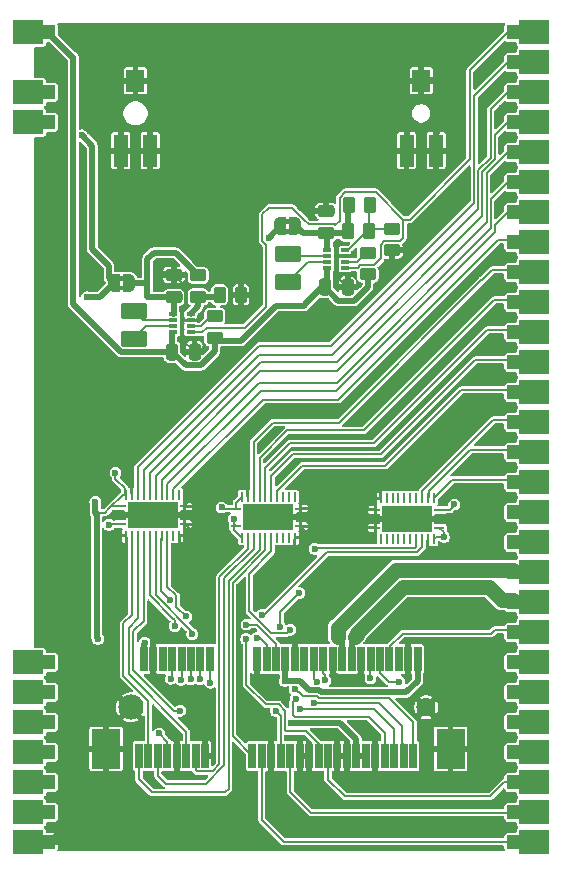
<source format=gbr>
%TF.GenerationSoftware,KiCad,Pcbnew,9.0.1+dfsg-1*%
%TF.CreationDate,2025-05-01T11:00:41+02:00*%
%TF.ProjectId,cellular-modem,63656c6c-756c-4617-922d-6d6f64656d2e,rev?*%
%TF.SameCoordinates,Original*%
%TF.FileFunction,Copper,L1,Top*%
%TF.FilePolarity,Positive*%
%FSLAX46Y46*%
G04 Gerber Fmt 4.6, Leading zero omitted, Abs format (unit mm)*
G04 Created by KiCad (PCBNEW 9.0.1+dfsg-1) date 2025-05-01 11:00:41*
%MOMM*%
%LPD*%
G01*
G04 APERTURE LIST*
G04 Aperture macros list*
%AMRoundRect*
0 Rectangle with rounded corners*
0 $1 Rounding radius*
0 $2 $3 $4 $5 $6 $7 $8 $9 X,Y pos of 4 corners*
0 Add a 4 corners polygon primitive as box body*
4,1,4,$2,$3,$4,$5,$6,$7,$8,$9,$2,$3,0*
0 Add four circle primitives for the rounded corners*
1,1,$1+$1,$2,$3*
1,1,$1+$1,$4,$5*
1,1,$1+$1,$6,$7*
1,1,$1+$1,$8,$9*
0 Add four rect primitives between the rounded corners*
20,1,$1+$1,$2,$3,$4,$5,0*
20,1,$1+$1,$4,$5,$6,$7,0*
20,1,$1+$1,$6,$7,$8,$9,0*
20,1,$1+$1,$8,$9,$2,$3,0*%
%AMFreePoly0*
4,1,23,0.500000,-0.750000,0.000000,-0.750000,0.000000,-0.745722,-0.065263,-0.745722,-0.191342,-0.711940,-0.304381,-0.646677,-0.396677,-0.554381,-0.461940,-0.441342,-0.495722,-0.315263,-0.495722,-0.250000,-0.500000,-0.250000,-0.500000,0.250000,-0.495722,0.250000,-0.495722,0.315263,-0.461940,0.441342,-0.396677,0.554381,-0.304381,0.646677,-0.191342,0.711940,-0.065263,0.745722,0.000000,0.745722,
0.000000,0.750000,0.500000,0.750000,0.500000,-0.750000,0.500000,-0.750000,$1*%
%AMFreePoly1*
4,1,23,0.000000,0.745722,0.065263,0.745722,0.191342,0.711940,0.304381,0.646677,0.396677,0.554381,0.461940,0.441342,0.495722,0.315263,0.495722,0.250000,0.500000,0.250000,0.500000,-0.250000,0.495722,-0.250000,0.495722,-0.315263,0.461940,-0.441342,0.396677,-0.554381,0.304381,-0.646677,0.191342,-0.711940,0.065263,-0.745722,0.000000,-0.745722,0.000000,-0.750000,-0.500000,-0.750000,
-0.500000,0.750000,0.000000,0.750000,0.000000,0.745722,0.000000,0.745722,$1*%
G04 Aperture macros list end*
%TA.AperFunction,EtchedComponent*%
%ADD10C,0.000000*%
%TD*%
%TA.AperFunction,SMDPad,CuDef*%
%ADD11R,0.812800X0.254000*%
%TD*%
%TA.AperFunction,SMDPad,CuDef*%
%ADD12R,0.254000X0.812800*%
%TD*%
%TA.AperFunction,SMDPad,CuDef*%
%ADD13R,4.191000X2.209800*%
%TD*%
%TA.AperFunction,SMDPad,CuDef*%
%ADD14R,0.660000X0.320000*%
%TD*%
%TA.AperFunction,SMDPad,CuDef*%
%ADD15RoundRect,0.250001X0.849999X-0.462499X0.849999X0.462499X-0.849999X0.462499X-0.849999X-0.462499X0*%
%TD*%
%TA.AperFunction,SMDPad,CuDef*%
%ADD16RoundRect,0.250000X-0.450000X0.262500X-0.450000X-0.262500X0.450000X-0.262500X0.450000X0.262500X0*%
%TD*%
%TA.AperFunction,SMDPad,CuDef*%
%ADD17RoundRect,0.250000X0.250000X0.475000X-0.250000X0.475000X-0.250000X-0.475000X0.250000X-0.475000X0*%
%TD*%
%TA.AperFunction,SMDPad,CuDef*%
%ADD18RoundRect,0.250000X0.450000X-0.262500X0.450000X0.262500X-0.450000X0.262500X-0.450000X-0.262500X0*%
%TD*%
%TA.AperFunction,SMDPad,CuDef*%
%ADD19R,1.500000X1.900000*%
%TD*%
%TA.AperFunction,SMDPad,CuDef*%
%ADD20R,1.200000X2.700000*%
%TD*%
%TA.AperFunction,SMDPad,CuDef*%
%ADD21RoundRect,0.250000X-0.262500X-0.450000X0.262500X-0.450000X0.262500X0.450000X-0.262500X0.450000X0*%
%TD*%
%TA.AperFunction,SMDPad,CuDef*%
%ADD22R,0.640000X2.108200*%
%TD*%
%TA.AperFunction,SMDPad,CuDef*%
%ADD23R,2.438400X3.352800*%
%TD*%
%TA.AperFunction,ComponentPad*%
%ADD24C,2.133600*%
%TD*%
%TA.AperFunction,ComponentPad*%
%ADD25C,1.625600*%
%TD*%
%TA.AperFunction,SMDPad,CuDef*%
%ADD26FreePoly0,180.000000*%
%TD*%
%TA.AperFunction,SMDPad,CuDef*%
%ADD27FreePoly1,180.000000*%
%TD*%
%TA.AperFunction,CastellatedPad*%
%ADD28R,2.540000X2.000000*%
%TD*%
%TA.AperFunction,ComponentPad*%
%ADD29RoundRect,0.250000X0.375000X0.375000X-0.375000X0.375000X-0.375000X-0.375000X0.375000X-0.375000X0*%
%TD*%
%TA.AperFunction,SMDPad,CuDef*%
%ADD30RoundRect,0.250000X0.475000X-0.250000X0.475000X0.250000X-0.475000X0.250000X-0.475000X-0.250000X0*%
%TD*%
%TA.AperFunction,ViaPad*%
%ADD31C,0.600000*%
%TD*%
%TA.AperFunction,Conductor*%
%ADD32C,0.200000*%
%TD*%
%TA.AperFunction,Conductor*%
%ADD33C,0.500000*%
%TD*%
%TA.AperFunction,Conductor*%
%ADD34C,0.750000*%
%TD*%
%TA.AperFunction,Conductor*%
%ADD35C,1.285000*%
%TD*%
G04 APERTURE END LIST*
D10*
%TA.AperFunction,EtchedComponent*%
%TO.C,JP1*%
G36*
X76104800Y-58067600D02*
G01*
X75604800Y-58067600D01*
X75604800Y-57667600D01*
X76104800Y-57667600D01*
X76104800Y-58067600D01*
G37*
%TD.AperFunction*%
%TA.AperFunction,EtchedComponent*%
G36*
X76104800Y-58867600D02*
G01*
X75604800Y-58867600D01*
X75604800Y-58467600D01*
X76104800Y-58467600D01*
X76104800Y-58867600D01*
G37*
%TD.AperFunction*%
%TA.AperFunction,EtchedComponent*%
%TO.C,JP2*%
G36*
X90155600Y-53267000D02*
G01*
X89655600Y-53267000D01*
X89655600Y-52867000D01*
X90155600Y-52867000D01*
X90155600Y-53267000D01*
G37*
%TD.AperFunction*%
%TA.AperFunction,EtchedComponent*%
G36*
X90155600Y-54067000D02*
G01*
X89655600Y-54067000D01*
X89655600Y-53667000D01*
X90155600Y-53667000D01*
X90155600Y-54067000D01*
G37*
%TD.AperFunction*%
%TD*%
D11*
%TO.P,U3,1,VCCA*%
%TO.N,3V3*%
X102743000Y-77470000D03*
D12*
%TO.P,U3,2,DIR*%
%TO.N,PCM_CLK_DIR*%
X102275201Y-76492801D03*
%TO.P,U3,3,A1*%
%TO.N,PCM_SYNC_3V#*%
X101775199Y-76492801D03*
%TO.P,U3,4,A2*%
%TO.N,PCM_CLK_3V3*%
X101275200Y-76492801D03*
%TO.P,U3,5,A3*%
%TO.N,unconnected-(U3-A3-Pad5)*%
X100775201Y-76492801D03*
%TO.P,U3,6,A4*%
%TO.N,unconnected-(U3-A4-Pad6)*%
X100275200Y-76492801D03*
%TO.P,U3,7,A5*%
%TO.N,unconnected-(U3-A5-Pad7)*%
X99775200Y-76492801D03*
%TO.P,U3,8,A6*%
%TO.N,unconnected-(U3-A6-Pad8)*%
X99275199Y-76492801D03*
%TO.P,U3,9,A7*%
%TO.N,unconnected-(U3-A7-Pad9)*%
X98775200Y-76492801D03*
%TO.P,U3,10,A8*%
%TO.N,unconnected-(U3-A8-Pad10)*%
X98275201Y-76492801D03*
%TO.P,U3,11,GND*%
%TO.N,GND*%
X97775199Y-76492801D03*
D11*
%TO.P,U3,12,GND*%
X97307400Y-77470000D03*
%TO.P,U3,13,GND*%
X97307400Y-78970002D03*
D12*
%TO.P,U3,14,B8*%
%TO.N,unconnected-(U3-B8-Pad14)*%
X97775199Y-79947201D03*
%TO.P,U3,15,B7*%
%TO.N,unconnected-(U3-B7-Pad15)*%
X98275201Y-79947201D03*
%TO.P,U3,16,B6*%
%TO.N,unconnected-(U3-B6-Pad16)*%
X98775200Y-79947201D03*
%TO.P,U3,17,B5*%
%TO.N,unconnected-(U3-B5-Pad17)*%
X99275199Y-79947201D03*
%TO.P,U3,18,B4*%
%TO.N,unconnected-(U3-B4-Pad18)*%
X99775200Y-79947201D03*
%TO.P,U3,19,B3*%
%TO.N,unconnected-(U3-B3-Pad19)*%
X100275200Y-79947201D03*
%TO.P,U3,20,B2*%
%TO.N,/PCM_CLK_1V8_IO*%
X100775201Y-79947201D03*
%TO.P,U3,21,B1*%
%TO.N,/PCM_SYNC_1V8_IO*%
X101275200Y-79947201D03*
%TO.P,U3,22,\u002AOE*%
%TO.N,GND*%
X101775199Y-79947201D03*
%TO.P,U3,23,VCCB*%
%TO.N,1V8*%
X102275201Y-79947201D03*
D11*
%TO.P,U3,24,VCCB*%
X102743000Y-78970002D03*
D13*
%TO.P,U3,25,EPAD*%
%TO.N,GND*%
X100025200Y-78220001D03*
%TD*%
D14*
%TO.P,U4,1,VOUT*%
%TO.N,Net-(JP1-A)*%
X80220200Y-60916840D03*
%TO.P,U4,2,LX2*%
%TO.N,Net-(U4-LX2)*%
X80220200Y-61416840D03*
%TO.P,U4,3,LX1*%
%TO.N,Net-(U4-LX1)*%
X80220200Y-61916840D03*
%TO.P,U4,4,VIN*%
%TO.N,VBAT*%
X80220200Y-62416840D03*
%TO.P,U4,5,EN*%
%TO.N,EN*%
X81690200Y-62416840D03*
%TO.P,U4,6,MODE*%
%TO.N,Net-(U4-MODE)*%
X81690200Y-61916840D03*
%TO.P,U4,7,GND*%
%TO.N,GND*%
X81690200Y-61416840D03*
%TO.P,U4,8,FB*%
%TO.N,Net-(U4-FB)*%
X81690200Y-60916840D03*
%TD*%
D15*
%TO.P,L1,1,1*%
%TO.N,Net-(U4-LX1)*%
X76885800Y-62956240D03*
%TO.P,L1,2,2*%
%TO.N,Net-(U4-LX2)*%
X76885800Y-60631240D03*
%TD*%
D16*
%TO.P,R7,1*%
%TO.N,Net-(U5-FB)*%
X98729800Y-53672100D03*
%TO.P,R7,2*%
%TO.N,GND*%
X98729800Y-55497100D03*
%TD*%
D17*
%TO.P,C1,1*%
%TO.N,GND*%
X94970600Y-58623200D03*
%TO.P,C1,2*%
%TO.N,VBAT*%
X93070600Y-58623200D03*
%TD*%
D18*
%TO.P,R5,1*%
%TO.N,VBAT*%
X96697800Y-57527200D03*
%TO.P,R5,2*%
%TO.N,Net-(U5-MODE)*%
X96697800Y-55702200D03*
%TD*%
D19*
%TO.P,J2,S1_1,SHIELD1*%
%TO.N,GND*%
X77011600Y-41143799D03*
D20*
%TO.P,J2,S1_2,SHIELD1*%
X75761600Y-47043799D03*
%TO.P,J2,S1_3,SHIELD1*%
X78261600Y-47043799D03*
D19*
%TO.P,J2,S2_1,SHIELD2*%
X101211600Y-41143799D03*
D20*
%TO.P,J2,S2_2,SHIELD2*%
X99961600Y-47043799D03*
%TO.P,J2,S2_3,SHIELD2*%
X102461600Y-47043799D03*
%TD*%
D21*
%TO.P,R8,1*%
%TO.N,Net-(JP2-A)*%
X94974400Y-53848000D03*
%TO.P,R8,2*%
%TO.N,Net-(U5-FB)*%
X96799400Y-53848000D03*
%TD*%
D22*
%TO.P,J1,1,~{WAKE}*%
%TO.N,/{slash}WAKE_OC_OUT*%
X77311601Y-98288398D03*
%TO.P,J1,2,+3V3AUX*%
%TO.N,3V3*%
X77711600Y-90088397D03*
%TO.P,J1,3,COEX1*%
%TO.N,/COEX_UART_RX_1V8_IN*%
X78111602Y-98288398D03*
%TO.P,J1,4,GND*%
%TO.N,GND*%
X78511601Y-90088397D03*
%TO.P,J1,5,COEX2*%
%TO.N,/COEX_UART_TX_1V8_OUT*%
X78911600Y-98288398D03*
%TO.P,J1,6,+1V5*%
%TO.N,unconnected-(J1-+1V5-Pad6)*%
X79311602Y-90088397D03*
%TO.P,J1,7,~{CLKREQ}*%
%TO.N,{slash}CLKREQ*%
X79711601Y-98288398D03*
%TO.P,J1,8,UIM_PWR*%
%TO.N,USIM_VDD*%
X80111600Y-90088397D03*
%TO.P,J1,9,GND*%
%TO.N,GND*%
X80511599Y-98288398D03*
%TO.P,J1,10,UIM_DATA*%
%TO.N,USIM_DATA*%
X80911601Y-90088397D03*
%TO.P,J1,11,REFCLK-*%
%TO.N,/UART_RX_1V8_IN*%
X81311600Y-98288398D03*
%TO.P,J1,12,UIM_CLK*%
%TO.N,USIM_CLK*%
X81711600Y-90088397D03*
%TO.P,J1,13,REFCLK+*%
%TO.N,/UART_TX_1V8_OUT*%
X82111601Y-98288398D03*
%TO.P,J1,14,~{UIM_RESET}*%
%TO.N,{slash}USIM_RESET*%
X82511601Y-90088397D03*
%TO.P,J1,15,GND*%
%TO.N,GND*%
X82911600Y-98288398D03*
%TO.P,J1,16,UIM_VPP*%
%TO.N,USIM_VPP*%
X83311601Y-90088397D03*
%TO.P,J1,17,UIM_C8*%
%TO.N,/RI_HOST_WAKE_1V8_OUT*%
X86911599Y-98288398D03*
%TO.P,J1,18,GND*%
%TO.N,GND*%
X87311601Y-90088397D03*
%TO.P,J1,19,UIM_C4*%
%TO.N,RESERVED_PIN19*%
X87711600Y-98288398D03*
%TO.P,J1,20,~{W_DISABLE}*%
%TO.N,/{slash}W_DISABLE_1V8_IN*%
X88111599Y-90088397D03*
%TO.P,J1,21,GND*%
%TO.N,GND*%
X88511601Y-98288398D03*
%TO.P,J1,22,~{PERST}*%
%TO.N,/{slash}RESET_1V8_IN*%
X88911600Y-90088397D03*
%TO.P,J1,23,PERn0*%
%TO.N,/UART_CTS_1V8_IN*%
X89311600Y-98288398D03*
%TO.P,J1,24,+3V3AUX*%
%TO.N,3V3*%
X89711599Y-90088397D03*
%TO.P,J1,25,PERp0*%
%TO.N,PERp0*%
X90111601Y-98288398D03*
%TO.P,J1,26,GND*%
%TO.N,GND*%
X90511600Y-90088397D03*
%TO.P,J1,27,GND*%
X90911599Y-98288398D03*
%TO.P,J1,28,+1V5*%
%TO.N,unconnected-(J1-+1V5-Pad28)*%
X91311601Y-90088397D03*
%TO.P,J1,29,GND*%
%TO.N,GND*%
X91711600Y-98288398D03*
%TO.P,J1,30,SMB_CLK*%
%TO.N,I2C_SCL_1V8*%
X92111599Y-90088397D03*
%TO.P,J1,31,PETn0*%
%TO.N,/{slash}DTR_SLEEP_MODE_1V8_IN*%
X92511598Y-98288398D03*
%TO.P,J1,32,SMB_DATA*%
%TO.N,I2C_DATA_1V8*%
X92911600Y-90088397D03*
%TO.P,J1,33,PETp0*%
%TO.N,PETp0*%
X93311599Y-98288398D03*
%TO.P,J1,34,GND*%
%TO.N,GND*%
X93711598Y-90088397D03*
%TO.P,J1,35,GND*%
X94111600Y-98288398D03*
%TO.P,J1,36,USB_D-*%
%TO.N,USB_D-*%
X94511599Y-90088397D03*
%TO.P,J1,37,GND*%
%TO.N,GND*%
X94911599Y-98288398D03*
%TO.P,J1,38,USB_D+*%
%TO.N,USB_D+*%
X95311600Y-90088397D03*
%TO.P,J1,39,+3V3AUX*%
%TO.N,3V3*%
X95711599Y-98288398D03*
%TO.P,J1,40,GND*%
%TO.N,GND*%
X96111599Y-90088397D03*
%TO.P,J1,41,+3V3AUX*%
%TO.N,3V3*%
X96511598Y-98288398D03*
%TO.P,J1,42,~{LED_WWAN}*%
%TO.N,{slash}LED_WWAN_OC_OUT*%
X96911600Y-90088397D03*
%TO.P,J1,43,GND*%
%TO.N,GND*%
X97311599Y-98288398D03*
%TO.P,J1,44,~{LED_WLAN}*%
%TO.N,USIM_SIM_PRESENT_IN*%
X97711598Y-90088397D03*
%TO.P,J1,45,Reserved*%
%TO.N,/PCM_CLK_1V8_IO*%
X98111600Y-98288398D03*
%TO.P,J1,46,~{LED_WPAN}*%
%TO.N,RESERVED_PIN46*%
X98511599Y-90088397D03*
%TO.P,J1,47,Reserved*%
%TO.N,/PCM_DOUT_1V8_OUT*%
X98911598Y-98288398D03*
%TO.P,J1,48,+1V5*%
%TO.N,unconnected-(J1-+1V5-Pad48)*%
X99311600Y-90088397D03*
%TO.P,J1,49,Reserved*%
%TO.N,/PCM_DIN_1V8_IN*%
X99711599Y-98288398D03*
%TO.P,J1,50,GND*%
%TO.N,GND*%
X100111598Y-90088397D03*
%TO.P,J1,51,Reserved*%
%TO.N,/PCM_SYNC_1V8_IO*%
X100511598Y-98288398D03*
%TO.P,J1,52,+3V3AUX*%
%TO.N,3V3*%
X100911599Y-90088397D03*
D23*
%TO.P,J1,53,GND*%
%TO.N,GND*%
X74536598Y-97688400D03*
%TO.P,J1,54,GND*%
X103686602Y-97688400D03*
D24*
%TO.P,J1,55,GND*%
X76611599Y-94188465D03*
D25*
%TO.P,J1,56,GND*%
X101611601Y-94188399D03*
%TD*%
D15*
%TO.P,L2,1,1*%
%TO.N,Net-(U5-LX1)*%
X89966800Y-58154200D03*
%TO.P,L2,2,2*%
%TO.N,Net-(U5-LX2)*%
X89966800Y-55829200D03*
%TD*%
D26*
%TO.P,JP1,1,A*%
%TO.N,Net-(JP1-A)*%
X76504800Y-58267600D03*
D27*
%TO.P,JP1,2,B*%
%TO.N,3V3*%
X75204800Y-58267600D03*
%TD*%
D11*
%TO.P,U2,1,VCCA*%
%TO.N,1V8*%
X85547200Y-78855001D03*
D12*
%TO.P,U2,2,DIR*%
X86014999Y-79832200D03*
%TO.P,U2,3,A1*%
%TO.N,/UART_TX_1V8_OUT*%
X86515001Y-79832200D03*
%TO.P,U2,4,A2*%
%TO.N,/COEX_UART_TX_1V8_OUT*%
X87015000Y-79832200D03*
%TO.P,U2,5,A3*%
%TO.N,/{slash}WAKE_OC_OUT*%
X87514999Y-79832200D03*
%TO.P,U2,6,A4*%
%TO.N,/RI_HOST_WAKE_1V8_OUT*%
X88015000Y-79832200D03*
%TO.P,U2,7,A5*%
%TO.N,/PCM_DOUT_1V8_OUT*%
X88515000Y-79832200D03*
%TO.P,U2,8,A6*%
%TO.N,unconnected-(U2-A6-Pad8)*%
X89015001Y-79832200D03*
%TO.P,U2,9,A7*%
%TO.N,unconnected-(U2-A7-Pad9)*%
X89515000Y-79832200D03*
%TO.P,U2,10,A8*%
%TO.N,unconnected-(U2-A8-Pad10)*%
X90014999Y-79832200D03*
%TO.P,U2,11,GND*%
%TO.N,GND*%
X90515001Y-79832200D03*
D11*
%TO.P,U2,12,GND*%
X90982800Y-78855001D03*
%TO.P,U2,13,GND*%
X90982800Y-77354999D03*
D12*
%TO.P,U2,14,B8*%
%TO.N,unconnected-(U2-B8-Pad14)*%
X90515001Y-76377800D03*
%TO.P,U2,15,B7*%
%TO.N,unconnected-(U2-B7-Pad15)*%
X90014999Y-76377800D03*
%TO.P,U2,16,B6*%
%TO.N,unconnected-(U2-B6-Pad16)*%
X89515000Y-76377800D03*
%TO.P,U2,17,B5*%
%TO.N,PCM_DOUT_3V3*%
X89015001Y-76377800D03*
%TO.P,U2,18,B4*%
%TO.N,RI_HOST_WAKE_3V3*%
X88515000Y-76377800D03*
%TO.P,U2,19,B3*%
%TO.N,{slash}WAKE_3V3*%
X88015000Y-76377800D03*
%TO.P,U2,20,B2*%
%TO.N,COEX_UART_TX_3V3*%
X87514999Y-76377800D03*
%TO.P,U2,21,B1*%
%TO.N,UART_TX_3V3*%
X87015000Y-76377800D03*
%TO.P,U2,22,\u002AOE*%
%TO.N,GND*%
X86515001Y-76377800D03*
%TO.P,U2,23,VCCB*%
%TO.N,3V3*%
X86014999Y-76377800D03*
D11*
%TO.P,U2,24,VCCB*%
X85547200Y-77354999D03*
D13*
%TO.P,U2,25,EPAD*%
%TO.N,GND*%
X88265000Y-78105000D03*
%TD*%
D21*
%TO.P,R6,1*%
%TO.N,Net-(JP2-A)*%
X95072200Y-51689000D03*
%TO.P,R6,2*%
%TO.N,Net-(U5-FB)*%
X96897200Y-51689000D03*
%TD*%
%TO.P,R3,1*%
%TO.N,Net-(U4-FB)*%
X84126700Y-59259640D03*
%TO.P,R3,2*%
%TO.N,GND*%
X85951700Y-59259640D03*
%TD*%
D18*
%TO.P,R1,1*%
%TO.N,VBAT*%
X83718400Y-62891840D03*
%TO.P,R1,2*%
%TO.N,Net-(U4-MODE)*%
X83718400Y-61066840D03*
%TD*%
D28*
%TO.P,M1,1,VCC*%
%TO.N,VBAT*%
X67945200Y-37033200D03*
D29*
X69645200Y-37033200D03*
D28*
%TO.P,M1,3*%
%TO.N,1V8*%
X67945200Y-42113200D03*
D29*
X69645200Y-42113200D03*
D28*
%TO.P,M1,4*%
%TO.N,3V3*%
X67945200Y-44653200D03*
D29*
X69645200Y-44653200D03*
D28*
%TO.P,M1,22*%
%TO.N,USIM_VDD*%
X67945200Y-90373200D03*
D29*
X69645200Y-90373200D03*
D28*
%TO.P,M1,23*%
%TO.N,USIM_DATA*%
X67945200Y-92913200D03*
D29*
X69645200Y-92913200D03*
D28*
%TO.P,M1,24*%
%TO.N,USIM_CLK*%
X67945200Y-95453200D03*
D29*
X69645200Y-95453200D03*
D28*
%TO.P,M1,25*%
%TO.N,{slash}USIM_RESET*%
X67945200Y-97993200D03*
D29*
X69645200Y-97993200D03*
D28*
%TO.P,M1,26*%
%TO.N,USIM_VPP*%
X67945200Y-100533200D03*
D29*
X69645200Y-100533200D03*
D28*
%TO.P,M1,27*%
%TO.N,{slash}CLKREQ*%
X67945200Y-103073200D03*
D29*
X69645200Y-103073200D03*
D28*
%TO.P,M1,28,GND*%
%TO.N,GND*%
X67945200Y-105613200D03*
D29*
X69645200Y-105613200D03*
%TO.P,M1,29*%
%TO.N,EN*%
X109045200Y-37033200D03*
D28*
X110745200Y-37033200D03*
D29*
%TO.P,M1,30*%
%TO.N,COEX_UART_RX_3V3*%
X109045200Y-39573200D03*
D28*
X110745200Y-39573200D03*
D29*
%TO.P,M1,31*%
%TO.N,UART_RX_3V3*%
X109045200Y-42113200D03*
D28*
X110745200Y-42113200D03*
D29*
%TO.P,M1,32*%
%TO.N,UART_CTS_3V3*%
X109045200Y-44653200D03*
D28*
X110745200Y-44653200D03*
D29*
%TO.P,M1,33*%
%TO.N,{slash}W_DISABLE_3V3*%
X109045200Y-47193200D03*
D28*
X110745200Y-47193200D03*
D29*
%TO.P,M1,34*%
%TO.N,{slash}DTR_SLEEP_MODE_3V3*%
X109045200Y-49733200D03*
D28*
X110745200Y-49733200D03*
D29*
%TO.P,M1,35*%
%TO.N,PCM_DIN_3V3*%
X109045200Y-52273200D03*
D28*
X110745200Y-52273200D03*
D29*
%TO.P,M1,36*%
%TO.N,{slash}RESET_3V3*%
X109045200Y-54813200D03*
D28*
X110745200Y-54813200D03*
D29*
%TO.P,M1,37*%
%TO.N,UART_TX_3V3*%
X109045200Y-57353200D03*
D28*
X110745200Y-57353200D03*
D29*
%TO.P,M1,38*%
%TO.N,COEX_UART_TX_3V3*%
X109045200Y-59893200D03*
D28*
X110745200Y-59893200D03*
D29*
%TO.P,M1,39*%
%TO.N,{slash}WAKE_3V3*%
X109045200Y-62433200D03*
D28*
X110745200Y-62433200D03*
D29*
%TO.P,M1,40*%
%TO.N,RI_HOST_WAKE_3V3*%
X109045200Y-64973200D03*
D28*
X110745200Y-64973200D03*
D29*
%TO.P,M1,41*%
%TO.N,PCM_DOUT_3V3*%
X109045200Y-67513200D03*
D28*
X110745200Y-67513200D03*
D29*
%TO.P,M1,42*%
%TO.N,PCM_CLK_3V3*%
X109045200Y-70053200D03*
D28*
X110745200Y-70053200D03*
D29*
%TO.P,M1,43*%
%TO.N,PCM_SYNC_3V#*%
X109045200Y-72593200D03*
D28*
X110745200Y-72593200D03*
D29*
%TO.P,M1,44*%
%TO.N,PCM_CLK_DIR*%
X109045200Y-75133200D03*
D28*
X110745200Y-75133200D03*
D29*
%TO.P,M1,45*%
%TO.N,unconnected-(M1-Pad45)*%
X109045200Y-77673200D03*
D28*
X110745200Y-77673200D03*
D29*
%TO.P,M1,46*%
%TO.N,unconnected-(M1-Pad46)*%
X109045200Y-80213200D03*
D28*
X110745200Y-80213200D03*
D29*
%TO.P,M1,47*%
%TO.N,USB_D-*%
X109045200Y-82753200D03*
D28*
X110745200Y-82753200D03*
D29*
%TO.P,M1,48*%
%TO.N,USB_D+*%
X109045200Y-85293200D03*
D28*
X110745200Y-85293200D03*
D29*
%TO.P,M1,49*%
%TO.N,RESERVED_PIN46*%
X109045200Y-87833200D03*
D28*
X110745200Y-87833200D03*
D29*
%TO.P,M1,50*%
%TO.N,USIM_SIM_PRESENT_IN*%
X109045200Y-90373200D03*
D28*
X110745200Y-90373200D03*
D29*
%TO.P,M1,51*%
%TO.N,{slash}LED_WWAN_OC_OUT*%
X109045200Y-92913200D03*
D28*
X110745200Y-92913200D03*
D29*
%TO.P,M1,52*%
%TO.N,I2C_DATA_1V8*%
X109045200Y-95453200D03*
D28*
X110745200Y-95453200D03*
D29*
%TO.P,M1,53*%
%TO.N,I2C_SCL_1V8*%
X109045200Y-97993200D03*
D28*
X110745200Y-97993200D03*
D29*
%TO.P,M1,54*%
%TO.N,PETp0*%
X109045200Y-100533200D03*
D28*
X110745200Y-100533200D03*
D29*
%TO.P,M1,55*%
%TO.N,PERp0*%
X109045200Y-103073200D03*
D28*
X110745200Y-103073200D03*
D29*
%TO.P,M1,56*%
%TO.N,RESERVED_PIN19*%
X109045200Y-105613200D03*
D28*
X110745200Y-105613200D03*
%TD*%
D16*
%TO.P,R2,1*%
%TO.N,Net-(JP1-A)*%
X82321400Y-57608640D03*
%TO.P,R2,2*%
%TO.N,Net-(U4-FB)*%
X82321400Y-59433640D03*
%TD*%
D14*
%TO.P,U5,1,VOUT*%
%TO.N,Net-(JP2-A)*%
X93268800Y-55473600D03*
%TO.P,U5,2,LX2*%
%TO.N,Net-(U5-LX2)*%
X93268800Y-55973600D03*
%TO.P,U5,3,LX1*%
%TO.N,Net-(U5-LX1)*%
X93268800Y-56473600D03*
%TO.P,U5,4,VIN*%
%TO.N,VBAT*%
X93268800Y-56973600D03*
%TO.P,U5,5,EN*%
%TO.N,EN*%
X94738800Y-56973600D03*
%TO.P,U5,6,MODE*%
%TO.N,Net-(U5-MODE)*%
X94738800Y-56473600D03*
%TO.P,U5,7,GND*%
%TO.N,GND*%
X94738800Y-55973600D03*
%TO.P,U5,8,FB*%
%TO.N,Net-(U5-FB)*%
X94738800Y-55473600D03*
%TD*%
D26*
%TO.P,JP2,1,A*%
%TO.N,Net-(JP2-A)*%
X90555600Y-53467000D03*
D27*
%TO.P,JP2,2,B*%
%TO.N,1V8*%
X89255600Y-53467000D03*
%TD*%
D30*
%TO.P,C2,1*%
%TO.N,Net-(JP1-A)*%
X80264000Y-59462840D03*
%TO.P,C2,2*%
%TO.N,GND*%
X80264000Y-57562840D03*
%TD*%
D11*
%TO.P,U1,1,VCCA*%
%TO.N,1V8*%
X75748200Y-78677201D03*
D12*
%TO.P,U1,2,DIR*%
%TO.N,GND*%
X76215999Y-79654400D03*
%TO.P,U1,3,A1*%
%TO.N,/COEX_UART_RX_1V8_IN*%
X76716001Y-79654400D03*
%TO.P,U1,4,A2*%
%TO.N,/UART_RX_1V8_IN*%
X77216000Y-79654400D03*
%TO.P,U1,5,A3*%
%TO.N,/UART_CTS_1V8_IN*%
X77715999Y-79654400D03*
%TO.P,U1,6,A4*%
%TO.N,/{slash}W_DISABLE_1V8_IN*%
X78216000Y-79654400D03*
%TO.P,U1,7,A5*%
%TO.N,/{slash}DTR_SLEEP_MODE_1V8_IN*%
X78716000Y-79654400D03*
%TO.P,U1,8,A6*%
%TO.N,/PCM_DIN_1V8_IN*%
X79216001Y-79654400D03*
%TO.P,U1,9,A7*%
%TO.N,/{slash}RESET_1V8_IN*%
X79716000Y-79654400D03*
%TO.P,U1,10,A8*%
%TO.N,unconnected-(U1-A8-Pad10)*%
X80215999Y-79654400D03*
%TO.P,U1,11,GND*%
%TO.N,GND*%
X80716001Y-79654400D03*
D11*
%TO.P,U1,12,GND*%
X81183800Y-78677201D03*
%TO.P,U1,13,GND*%
X81183800Y-77177199D03*
D12*
%TO.P,U1,14,B8*%
%TO.N,unconnected-(U1-B8-Pad14)*%
X80716001Y-76200000D03*
%TO.P,U1,15,B7*%
%TO.N,{slash}RESET_3V3*%
X80215999Y-76200000D03*
%TO.P,U1,16,B6*%
%TO.N,PCM_DIN_3V3*%
X79716000Y-76200000D03*
%TO.P,U1,17,B5*%
%TO.N,{slash}DTR_SLEEP_MODE_3V3*%
X79216001Y-76200000D03*
%TO.P,U1,18,B4*%
%TO.N,{slash}W_DISABLE_3V3*%
X78716000Y-76200000D03*
%TO.P,U1,19,B3*%
%TO.N,UART_CTS_3V3*%
X78216000Y-76200000D03*
%TO.P,U1,20,B2*%
%TO.N,UART_RX_3V3*%
X77715999Y-76200000D03*
%TO.P,U1,21,B1*%
%TO.N,COEX_UART_RX_3V3*%
X77216000Y-76200000D03*
%TO.P,U1,22,\u002AOE*%
%TO.N,GND*%
X76716001Y-76200000D03*
%TO.P,U1,23,VCCB*%
%TO.N,3V3*%
X76215999Y-76200000D03*
D11*
%TO.P,U1,24,VCCB*%
X75748200Y-77177199D03*
D13*
%TO.P,U1,25,EPAD*%
%TO.N,GND*%
X78466000Y-77927200D03*
%TD*%
D30*
%TO.P,C4,1*%
%TO.N,Net-(JP2-A)*%
X93141800Y-54051200D03*
%TO.P,C4,2*%
%TO.N,GND*%
X93141800Y-52151200D03*
%TD*%
D17*
%TO.P,C3,1*%
%TO.N,GND*%
X82011600Y-64085640D03*
%TO.P,C3,2*%
%TO.N,VBAT*%
X80111600Y-64085640D03*
%TD*%
D31*
%TO.N,{slash}CLKREQ*%
X79019400Y-96393000D03*
%TO.N,I2C_DATA_1V8*%
X93095197Y-91910448D03*
%TO.N,GND*%
X94437200Y-100355400D03*
X88260000Y-71470000D03*
X102180000Y-41110000D03*
X95980000Y-69690000D03*
X107800000Y-51600000D03*
X97282000Y-75184000D03*
X84840000Y-81450000D03*
X89850000Y-103130000D03*
X90880000Y-69060000D03*
X78466000Y-77927200D03*
X107670000Y-60400000D03*
X106451400Y-75717400D03*
X86860000Y-100110000D03*
X107790000Y-70540000D03*
X80492600Y-51841400D03*
X107770000Y-68020000D03*
X86868000Y-56896000D03*
X78140000Y-100070000D03*
X107780000Y-62940000D03*
X107740000Y-73080000D03*
X92830000Y-87890000D03*
X70650000Y-89360000D03*
X75031600Y-79654400D03*
X91930000Y-52090000D03*
X99780000Y-100250000D03*
X95896328Y-58405928D03*
X108030000Y-43470000D03*
X77280000Y-96400000D03*
X98090000Y-100270000D03*
X69710000Y-38700000D03*
X106426000Y-87325200D03*
X82010000Y-96310000D03*
X108090000Y-91630000D03*
X70150000Y-99250000D03*
X104825800Y-38633400D03*
X78100000Y-41130000D03*
X98840000Y-100280000D03*
X98400000Y-88120000D03*
X88188800Y-96139000D03*
X87325200Y-91871800D03*
X96510000Y-100230000D03*
X88696800Y-83464400D03*
X100100000Y-55880000D03*
X75380000Y-69770000D03*
X99161600Y-74295000D03*
X107720000Y-65550000D03*
X107700000Y-57820000D03*
X107850000Y-75490000D03*
X103500000Y-104430000D03*
X107890000Y-89070000D03*
X95630000Y-100170000D03*
X88646000Y-100330000D03*
X88310000Y-91840000D03*
X82400000Y-83050000D03*
X70110000Y-94150000D03*
X82530000Y-61080000D03*
X70540000Y-41060000D03*
X96020000Y-77470000D03*
X97300000Y-101040000D03*
X107770000Y-55560000D03*
X82042000Y-76200000D03*
X84251800Y-65201800D03*
X86920000Y-96480000D03*
X81630000Y-100090000D03*
X91669000Y-76479000D03*
X85496400Y-60629800D03*
X108070000Y-46040000D03*
X76150000Y-74740000D03*
X95452600Y-92024200D03*
X95500000Y-55830000D03*
X107770000Y-104020000D03*
X86040000Y-104420000D03*
X107850000Y-38640000D03*
X88265000Y-78105000D03*
X71551800Y-61899800D03*
X80716001Y-80970001D03*
X92040000Y-79950000D03*
X80120000Y-100050000D03*
X84250000Y-39100000D03*
X95670000Y-78390000D03*
X100025200Y-78220001D03*
X80035400Y-96570800D03*
X78280000Y-48680000D03*
X82880200Y-96342200D03*
X92252800Y-100203000D03*
X107720000Y-49130000D03*
X97450000Y-88120000D03*
X78511400Y-88112600D03*
X108220000Y-96710000D03*
X91875218Y-87829782D03*
X73660000Y-39065200D03*
X107590000Y-81030000D03*
X70610000Y-101760000D03*
X70790000Y-91730000D03*
X86080600Y-93573600D03*
X94480000Y-83960000D03*
X70260000Y-96690000D03*
X96550000Y-96630000D03*
X85674200Y-75336400D03*
X107690000Y-86440000D03*
X89662000Y-38963600D03*
X90932000Y-96767600D03*
X108020000Y-94280000D03*
X75530000Y-65950000D03*
X101750000Y-86180000D03*
X82931000Y-93446600D03*
X88849200Y-61722000D03*
X82934028Y-63824428D03*
X75720000Y-48720000D03*
X75940000Y-104420000D03*
X108080000Y-101870000D03*
X75742800Y-81178400D03*
X100620000Y-100290000D03*
X79100000Y-57460000D03*
X70580000Y-43370000D03*
X106299000Y-76454000D03*
X99980000Y-45410000D03*
X91465400Y-86182200D03*
X76740000Y-100110000D03*
X71140000Y-36910000D03*
X102235000Y-73075800D03*
X100152200Y-88493600D03*
X91059000Y-100228400D03*
X107870000Y-41210000D03*
X108030000Y-99290000D03*
X102520000Y-45450000D03*
X73431400Y-57531000D03*
X102890000Y-91430000D03*
X90030000Y-74030000D03*
X71958200Y-104343200D03*
X106470000Y-91510000D03*
X82042000Y-79710000D03*
%TO.N,/PCM_SYNC_1V8_IO*%
X87736390Y-86355210D03*
X90500200Y-92650400D03*
%TO.N,3V3*%
X75320000Y-74300000D03*
X72466200Y-45745400D03*
X84302600Y-77241400D03*
X89662000Y-91948000D03*
X72898000Y-59461400D03*
X104013000Y-76987400D03*
X73609200Y-76758800D03*
X77806600Y-88721221D03*
X73837800Y-88392000D03*
X90213800Y-95478600D03*
%TO.N,I2C_SCL_1V8*%
X92348000Y-91998800D03*
%TO.N,/PCM_DOUT_1V8_OUT*%
X90900200Y-94335600D03*
X90103406Y-87620394D03*
%TO.N,/PCM_CLK_1V8_IO*%
X90855800Y-84505800D03*
X90594162Y-93470858D03*
X92202000Y-80772000D03*
X89246003Y-87350600D03*
%TO.N,USIM_SIM_PRESENT_IN*%
X99339400Y-91998800D03*
%TO.N,USIM_VDD*%
X79984600Y-91770200D03*
%TO.N,/PCM_DIN_1V8_IN*%
X79909801Y-85093707D03*
X92125800Y-93783200D03*
%TO.N,USIM_DATA*%
X80885512Y-91858312D03*
%TO.N,{slash}LED_WWAN_OC_OUT*%
X96910000Y-91730000D03*
%TO.N,/{slash}RESET_1V8_IN*%
X86410800Y-87172800D03*
X81304247Y-86488153D03*
%TO.N,/{slash}W_DISABLE_1V8_IN*%
X80340200Y-87299800D03*
X87274400Y-88315800D03*
%TO.N,{slash}USIM_RESET*%
X82509000Y-91797248D03*
%TO.N,USIM_CLK*%
X81686400Y-91821000D03*
%TO.N,/{slash}DTR_SLEEP_MODE_1V8_IN*%
X81810306Y-87988694D03*
X86385400Y-88401321D03*
%TO.N,/UART_CTS_1V8_IN*%
X80794331Y-94465669D03*
X88912000Y-94488000D03*
%TO.N,USIM_VPP*%
X83350000Y-92090000D03*
%TO.N,1V8*%
X74768000Y-78740000D03*
X85344000Y-78232000D03*
X88315800Y-54483000D03*
X103124000Y-79756000D03*
%TD*%
D32*
%TO.N,{slash}CLKREQ*%
X79709000Y-97082600D02*
X79709000Y-98263000D01*
X79019400Y-96393000D02*
X79709000Y-97082600D01*
%TO.N,I2C_DATA_1V8*%
X92909000Y-91300131D02*
X92909000Y-90063000D01*
X93095197Y-91486328D02*
X92909000Y-91300131D01*
X93095197Y-91910448D02*
X93095197Y-91486328D01*
%TO.N,GND*%
X82042000Y-79710000D02*
X82042000Y-79756000D01*
X81940400Y-79654400D02*
X82042000Y-79756000D01*
D33*
X102461600Y-47043799D02*
X102461600Y-45508400D01*
D32*
X76215999Y-79654400D02*
X75031600Y-79654400D01*
X81183800Y-77058200D02*
X82042000Y-76200000D01*
D33*
X101211600Y-41143799D02*
X102146201Y-41143799D01*
X75761600Y-48678400D02*
X75720000Y-48720000D01*
X80161160Y-57460000D02*
X80264000Y-57562840D01*
D32*
X76716001Y-76200000D02*
X76716001Y-75311000D01*
X81183800Y-77177199D02*
X81183800Y-77058200D01*
X73533000Y-56667400D02*
X73431400Y-56769000D01*
X76215999Y-81010001D02*
X76200000Y-81026000D01*
X100380800Y-73075800D02*
X99161600Y-74295000D01*
X76200000Y-81026000D02*
X76047600Y-81178400D01*
X96020000Y-77470000D02*
X96012000Y-77470000D01*
X81160200Y-61416840D02*
X81076800Y-61500240D01*
X76215999Y-79654400D02*
X76215999Y-81010001D01*
X94244000Y-55973600D02*
X94156400Y-56061200D01*
D33*
X91437418Y-87829782D02*
X91875218Y-87829782D01*
X100109000Y-88536800D02*
X100109000Y-90063000D01*
D32*
X94111600Y-98288398D02*
X94111600Y-100029800D01*
D33*
X93141800Y-52151200D02*
X91991200Y-52151200D01*
D32*
X94738800Y-55973600D02*
X94244000Y-55973600D01*
D33*
X88509000Y-96383000D02*
X88392000Y-96266000D01*
X82011600Y-64085640D02*
X82672816Y-64085640D01*
D32*
X94738800Y-55973600D02*
X95356400Y-55973600D01*
D33*
X78086201Y-41143799D02*
X78100000Y-41130000D01*
D34*
X70891400Y-105410000D02*
X69366000Y-105410000D01*
D32*
X94911599Y-99881001D02*
X94437200Y-100355400D01*
X76716001Y-75311000D02*
X76716001Y-75192001D01*
X81241400Y-58540240D02*
X81241400Y-60370840D01*
D33*
X82672816Y-64085640D02*
X82934028Y-63824428D01*
D32*
X86791800Y-56896000D02*
X86868000Y-56896000D01*
X94111600Y-100029800D02*
X94437200Y-100355400D01*
D33*
X82909000Y-98263000D02*
X82909000Y-96371000D01*
D32*
X81076800Y-60535440D02*
X81076800Y-62077600D01*
X73431400Y-56769000D02*
X73431400Y-57531000D01*
X106299000Y-75869800D02*
X106299000Y-76454000D01*
D33*
X93891344Y-91465400D02*
X94450144Y-92024200D01*
X88315800Y-96266000D02*
X88188800Y-96139000D01*
D32*
X81690200Y-61416840D02*
X81160200Y-61416840D01*
X81183800Y-78677201D02*
X82042000Y-79535401D01*
X82042000Y-79535401D02*
X82042000Y-79710000D01*
X81076800Y-61500240D02*
X81076800Y-63150840D01*
D33*
X102146201Y-41143799D02*
X102180000Y-41110000D01*
X80509000Y-97044400D02*
X80035400Y-96570800D01*
X79100000Y-57460000D02*
X80161160Y-57460000D01*
X85951700Y-59259640D02*
X85951700Y-60174500D01*
D32*
X90982800Y-78855001D02*
X92040000Y-79912201D01*
D33*
X88392000Y-96266000D02*
X88315800Y-96266000D01*
X93709000Y-91367800D02*
X93806600Y-91465400D01*
D32*
X86011799Y-75336400D02*
X85674200Y-75336400D01*
D33*
X78261600Y-47043799D02*
X78261600Y-48661600D01*
X93709000Y-89467200D02*
X93709000Y-91367800D01*
X75761600Y-47043799D02*
X75761600Y-48678400D01*
X77011600Y-41143799D02*
X78086201Y-41143799D01*
D32*
X76150000Y-74740000D02*
X76716001Y-75306001D01*
X76716001Y-75306001D02*
X76716001Y-75311000D01*
D33*
X88509000Y-100193000D02*
X88646000Y-100330000D01*
D32*
X80716001Y-79654400D02*
X80716001Y-80970001D01*
D33*
X94970600Y-58623200D02*
X95679056Y-58623200D01*
X90509000Y-90063000D02*
X90509000Y-88758200D01*
D32*
X91709000Y-99659200D02*
X92252800Y-100203000D01*
X90515001Y-79832200D02*
X91922200Y-79832200D01*
X94156400Y-57809000D02*
X94970600Y-58623200D01*
X95356400Y-55973600D02*
X95500000Y-55830000D01*
X81241400Y-60370840D02*
X81076800Y-60535440D01*
D33*
X90509000Y-88758200D02*
X91437418Y-87829782D01*
X99961600Y-47043799D02*
X99961600Y-45428400D01*
X90909000Y-96790600D02*
X90909000Y-98263000D01*
X94450144Y-92024200D02*
X95452600Y-92024200D01*
D32*
X91709000Y-98263000D02*
X91709000Y-99659200D01*
X90982800Y-77165200D02*
X91669000Y-76479000D01*
X94911599Y-98288398D02*
X94911599Y-99881001D01*
D33*
X79850000Y-92670000D02*
X78509000Y-91329000D01*
D32*
X80716001Y-79654400D02*
X81940400Y-79654400D01*
D33*
X90932000Y-96767600D02*
X90909000Y-96790600D01*
X97282000Y-99690000D02*
X97282000Y-100330000D01*
D32*
X80264000Y-57562840D02*
X81241400Y-58540240D01*
D33*
X97309000Y-99663000D02*
X97282000Y-99690000D01*
D32*
X94156400Y-56061200D02*
X94156400Y-57809000D01*
D33*
X96111599Y-90088397D02*
X96111599Y-91365201D01*
X99717100Y-55497100D02*
X100100000Y-55880000D01*
X91008200Y-98263000D02*
X91709000Y-98263000D01*
X87309000Y-90063000D02*
X87309000Y-91855600D01*
D32*
X97307400Y-78970002D02*
X96250002Y-78970002D01*
D33*
X100152200Y-88493600D02*
X100109000Y-88536800D01*
X78509000Y-88115000D02*
X78511400Y-88112600D01*
D32*
X81076800Y-63150840D02*
X82011600Y-64085640D01*
X91669000Y-76479000D02*
X91694000Y-76454000D01*
D34*
X71958200Y-104343200D02*
X70891400Y-105410000D01*
D32*
X106451400Y-75717400D02*
X106299000Y-75869800D01*
D33*
X82909000Y-96371000D02*
X82880200Y-96342200D01*
D32*
X76047600Y-81178400D02*
X75742800Y-81178400D01*
D33*
X91991200Y-52151200D02*
X91930000Y-52090000D01*
D32*
X91922200Y-79832200D02*
X92040000Y-79950000D01*
X96250002Y-78970002D02*
X95670000Y-78390000D01*
X97775199Y-76492801D02*
X97775199Y-75677199D01*
D33*
X80509000Y-98263000D02*
X80509000Y-97044400D01*
X78509000Y-91329000D02*
X78509000Y-88115000D01*
X99961600Y-45428400D02*
X99980000Y-45410000D01*
X96111599Y-91365201D02*
X95452600Y-92024200D01*
X97282000Y-101022000D02*
X97300000Y-101040000D01*
X102461600Y-45508400D02*
X102520000Y-45450000D01*
D32*
X90982802Y-98288398D02*
X91008200Y-98263000D01*
D33*
X88509000Y-98263000D02*
X88509000Y-100193000D01*
X93806600Y-91465400D02*
X93891344Y-91465400D01*
D32*
X90911599Y-100080999D02*
X91059000Y-100228400D01*
X88112600Y-83566000D02*
X88595200Y-83566000D01*
D33*
X95679056Y-58623200D02*
X95896328Y-58405928D01*
X85951700Y-60174500D02*
X85496400Y-60629800D01*
X78261600Y-48661600D02*
X78280000Y-48680000D01*
D32*
X90911599Y-98288398D02*
X90911599Y-100080999D01*
D33*
X94109000Y-98263000D02*
X94909000Y-98263000D01*
D32*
X102235000Y-73075800D02*
X100380800Y-73075800D01*
X97307400Y-77470000D02*
X96020000Y-77470000D01*
X101775199Y-79947201D02*
X101775199Y-81201199D01*
D33*
X87309000Y-91855600D02*
X87325200Y-91871800D01*
D32*
X101775199Y-79947201D02*
X101775199Y-80439199D01*
D33*
X97282000Y-100330000D02*
X97282000Y-101022000D01*
X88509000Y-98263000D02*
X88509000Y-96383000D01*
D32*
X92040000Y-79912201D02*
X92040000Y-79950000D01*
X81690200Y-61416840D02*
X82193160Y-61416840D01*
D33*
X90909000Y-98263000D02*
X91008200Y-98263000D01*
D32*
X88595200Y-83566000D02*
X88696800Y-83464400D01*
X82193160Y-61416840D02*
X82530000Y-61080000D01*
X86515001Y-75839602D02*
X86011799Y-75336400D01*
X97775199Y-75677199D02*
X97282000Y-75184000D01*
X90911599Y-98288398D02*
X90982802Y-98288398D01*
D33*
X97309000Y-98263000D02*
X97309000Y-99663000D01*
X98729800Y-55497100D02*
X99717100Y-55497100D01*
D32*
X90982800Y-77354999D02*
X90982800Y-77165200D01*
D33*
X82154400Y-92670000D02*
X79850000Y-92670000D01*
X82931000Y-93446600D02*
X82154400Y-92670000D01*
D32*
X86515001Y-76377800D02*
X86515001Y-75839602D01*
%TO.N,PERp0*%
X90109000Y-98263000D02*
X90109000Y-101361200D01*
X108736000Y-103100000D02*
X108966000Y-102870000D01*
X91847800Y-103100000D02*
X108736000Y-103100000D01*
X90109000Y-101361200D02*
X91847800Y-103100000D01*
%TO.N,PETp0*%
X108204000Y-100533200D02*
X108762800Y-100533200D01*
X93309000Y-100299000D02*
X94740000Y-101730000D01*
X94740000Y-101730000D02*
X107007200Y-101730000D01*
X93309000Y-98263000D02*
X93309000Y-100299000D01*
X108762800Y-100533200D02*
X108966000Y-100330000D01*
X107007200Y-101730000D02*
X108204000Y-100533200D01*
%TO.N,/PCM_SYNC_1V8_IO*%
X90768258Y-92918458D02*
X90861058Y-92918458D01*
X100867886Y-81053601D02*
X101275200Y-80646287D01*
X91173400Y-93230800D02*
X92354612Y-93230800D01*
X90861058Y-92918458D02*
X91173400Y-93230800D01*
X93190399Y-81053601D02*
X100867886Y-81053601D01*
X90500200Y-92650400D02*
X90768258Y-92918458D01*
X92545012Y-93421200D02*
X98511200Y-93421200D01*
X87736390Y-86355210D02*
X87888790Y-86355210D01*
X92354612Y-93230800D02*
X92545012Y-93421200D01*
X87888790Y-86355210D02*
X93190399Y-81053601D01*
X98511200Y-93421200D02*
X100509000Y-95419000D01*
X100509000Y-95419000D02*
X100509000Y-98263000D01*
X101275200Y-80646287D02*
X101275200Y-79947201D01*
D35*
%TO.N,USB_D-*%
X94157800Y-88239600D02*
X94157800Y-87452199D01*
X94157800Y-87452199D02*
X99059999Y-82550000D01*
D33*
X94509000Y-90063000D02*
X94509000Y-88562999D01*
D35*
X99059999Y-82550000D02*
X108966000Y-82550000D01*
D32*
%TO.N,3V3*%
X84328000Y-77354999D02*
X85547200Y-77354999D01*
D33*
X73609200Y-77698600D02*
X73723500Y-77812900D01*
D32*
X74803000Y-77343000D02*
X74968801Y-77177199D01*
D33*
X96509000Y-98263000D02*
X95709000Y-98263000D01*
X74759200Y-56798656D02*
X74759200Y-57822000D01*
X73723500Y-88277700D02*
X73837800Y-88392000D01*
X77806600Y-88721221D02*
X77709000Y-88818821D01*
D32*
X75320000Y-74300000D02*
X75320000Y-74840000D01*
X103886000Y-77216000D02*
X104013000Y-77089000D01*
D33*
X89709000Y-90063000D02*
X89709000Y-91263000D01*
X72466200Y-45745400D02*
X73355200Y-46634400D01*
D32*
X75320000Y-74840000D02*
X76101600Y-75621600D01*
X85547200Y-76845599D02*
X86014999Y-76377800D01*
X75946000Y-76200000D02*
X76215999Y-76200000D01*
D33*
X72898000Y-59461400D02*
X72872600Y-59436000D01*
D32*
X76101600Y-76085601D02*
X76215999Y-76200000D01*
D33*
X73355200Y-46634400D02*
X73355200Y-55394656D01*
X74036400Y-59436000D02*
X75204800Y-58267600D01*
D32*
X74803000Y-77343000D02*
X75946000Y-76200000D01*
D33*
X77709000Y-88818821D02*
X77709000Y-90063000D01*
X92753113Y-92918800D02*
X99918000Y-92918800D01*
X90213800Y-95478600D02*
X94324600Y-95478600D01*
D32*
X103632000Y-77470000D02*
X102743000Y-77470000D01*
D33*
X91737800Y-92728400D02*
X92562713Y-92728400D01*
D32*
X76101600Y-75621600D02*
X76101600Y-76085601D01*
X74968801Y-77177199D02*
X75748200Y-77177199D01*
X103886000Y-77216000D02*
X103632000Y-77470000D01*
D33*
X72872600Y-59436000D02*
X74036400Y-59436000D01*
X90957400Y-91948000D02*
X91737800Y-92728400D01*
X73609200Y-76758800D02*
X73609200Y-77698600D01*
X89662000Y-91948000D02*
X89662000Y-90110000D01*
X73355200Y-55394656D02*
X74759200Y-56798656D01*
X92562713Y-92728400D02*
X92753113Y-92918800D01*
D32*
X84328000Y-77354999D02*
X84328000Y-77266800D01*
D33*
X89662000Y-91948000D02*
X90957400Y-91948000D01*
X95709000Y-96863000D02*
X95709000Y-98263000D01*
X94324600Y-95478600D02*
X95709000Y-96863000D01*
D32*
X84328000Y-77266800D02*
X84302600Y-77241400D01*
X74447400Y-77698600D02*
X74803000Y-77343000D01*
X85547200Y-77354999D02*
X85547200Y-76845599D01*
X73609200Y-77698600D02*
X74447400Y-77698600D01*
D33*
X73723500Y-77812900D02*
X73723500Y-88277700D01*
X100909000Y-91927800D02*
X100909000Y-90063000D01*
X99918000Y-92918800D02*
X100909000Y-91927800D01*
X74759200Y-57822000D02*
X75204800Y-58267600D01*
D32*
X104013000Y-77089000D02*
X104013000Y-76987400D01*
D33*
X89662000Y-90110000D02*
X89709000Y-90063000D01*
D32*
%TO.N,I2C_SCL_1V8*%
X92109000Y-91759800D02*
X92109000Y-90063000D01*
X92348000Y-91998800D02*
X92109000Y-91759800D01*
%TO.N,/PCM_DOUT_1V8_OUT*%
X88502968Y-87903000D02*
X86639400Y-86039432D01*
X90103406Y-87620394D02*
X89820800Y-87903000D01*
X97205600Y-94335600D02*
X90900200Y-94335600D01*
X89820800Y-87903000D02*
X88502968Y-87903000D01*
X88515000Y-80979200D02*
X88515000Y-79832200D01*
X98909000Y-96039000D02*
X97205600Y-94335600D01*
X98909000Y-98263000D02*
X98909000Y-96039000D01*
X86639400Y-86039432D02*
X86639400Y-82854800D01*
X86639400Y-82854800D02*
X88515000Y-80979200D01*
%TO.N,/COEX_UART_RX_1V8_IN*%
X78109002Y-93649002D02*
X78109002Y-98257599D01*
X78109000Y-97163000D02*
X78109000Y-98263000D01*
X76716001Y-86351999D02*
X75990000Y-87078000D01*
X75990000Y-87078000D02*
X75990000Y-91530000D01*
X75990000Y-91530000D02*
X78109002Y-93649002D01*
X76716001Y-79654400D02*
X76716001Y-86351999D01*
%TO.N,/RI_HOST_WAKE_1V8_OUT*%
X85242400Y-96596400D02*
X85242400Y-83650782D01*
X86909000Y-98263000D02*
X85242400Y-96596400D01*
X88015000Y-80878182D02*
X88015000Y-79832200D01*
X85242400Y-83650782D02*
X88015000Y-80878182D01*
%TO.N,/PCM_CLK_1V8_IO*%
X89246003Y-87350600D02*
X89246003Y-86115597D01*
X100775201Y-80580600D02*
X100775201Y-79947201D01*
X98109000Y-96339000D02*
X98109000Y-98263000D01*
X90347800Y-94831388D02*
X90492612Y-94976200D01*
X90594162Y-93470858D02*
X90347800Y-93717220D01*
X92202000Y-80772000D02*
X92320399Y-80653601D01*
X96746200Y-94976200D02*
X98109000Y-96339000D01*
X90347800Y-93717220D02*
X90347800Y-94831388D01*
X90492612Y-94976200D02*
X96746200Y-94976200D01*
X89246003Y-86115597D02*
X90855800Y-84505800D01*
X92320399Y-80653601D02*
X100702200Y-80653601D01*
X100702200Y-80653601D02*
X100775201Y-80580600D01*
%TO.N,/{slash}WAKE_OC_OUT*%
X84610000Y-101390000D02*
X78410000Y-101390000D01*
X84890000Y-83504814D02*
X84890000Y-101110000D01*
X78410000Y-101390000D02*
X77309000Y-100289000D01*
X84890000Y-101110000D02*
X84610000Y-101390000D01*
X87514999Y-80879814D02*
X84912200Y-83482614D01*
X84912200Y-83482614D02*
X84890000Y-83504814D01*
X87514999Y-79832200D02*
X87514999Y-80879814D01*
X77309000Y-100289000D02*
X77309000Y-98263000D01*
%TO.N,RESERVED_PIN46*%
X99632400Y-87934800D02*
X107111800Y-87934800D01*
X107416600Y-87630000D02*
X108966000Y-87630000D01*
X98509000Y-90063000D02*
X98509000Y-89058200D01*
X107111800Y-87934800D02*
X107416600Y-87630000D01*
X98509000Y-89058200D02*
X99632400Y-87934800D01*
%TO.N,USIM_SIM_PRESENT_IN*%
X97709000Y-91263000D02*
X97709000Y-90063000D01*
X98444800Y-91998800D02*
X97709000Y-91263000D01*
X99339400Y-91998800D02*
X98444800Y-91998800D01*
%TO.N,/COEX_UART_TX_1V8_OUT*%
X79600000Y-100650000D02*
X82982369Y-100650000D01*
X87015000Y-80755000D02*
X87015000Y-79832200D01*
X84537600Y-99094769D02*
X84537600Y-83232400D01*
X82982369Y-100650000D02*
X84537600Y-99094769D01*
X84537600Y-83232400D02*
X87015000Y-80755000D01*
X78909000Y-99959000D02*
X79600000Y-100650000D01*
X78909000Y-98263000D02*
X78909000Y-99959000D01*
%TO.N,/UART_RX_1V8_IN*%
X76430000Y-91380000D02*
X76430000Y-87430000D01*
X76430000Y-87430000D02*
X77216000Y-86644000D01*
X81309000Y-98263000D02*
X81309000Y-96259000D01*
X81309000Y-96259000D02*
X76430000Y-91380000D01*
X77216000Y-86644000D02*
X77216000Y-79654400D01*
%TO.N,USIM_VDD*%
X80109000Y-91645800D02*
X80109000Y-90063000D01*
X79984600Y-91770200D02*
X80109000Y-91645800D01*
%TO.N,/PCM_DIN_1V8_IN*%
X99709000Y-98263000D02*
X99709000Y-97346800D01*
X79171800Y-79857600D02*
X79171800Y-84355706D01*
X99593400Y-97231200D02*
X99593400Y-95733400D01*
X79216001Y-79654400D02*
X79216001Y-79813399D01*
X79216001Y-79813399D02*
X79171800Y-79857600D01*
X99709000Y-97346800D02*
X99593400Y-97231200D01*
X79171800Y-84355706D02*
X79909801Y-85093707D01*
X99593400Y-95733400D02*
X97643200Y-93783200D01*
X97643200Y-93783200D02*
X92125800Y-93783200D01*
%TO.N,USIM_DATA*%
X80909000Y-91834824D02*
X80909000Y-90063000D01*
X80885512Y-91858312D02*
X80909000Y-91834824D01*
%TO.N,{slash}LED_WWAN_OC_OUT*%
X96909000Y-91263000D02*
X96909000Y-90063000D01*
X96910000Y-91730000D02*
X96910000Y-91264000D01*
X96910000Y-91264000D02*
X96909000Y-91263000D01*
%TO.N,/{slash}RESET_1V8_IN*%
X80462200Y-84712200D02*
X79716000Y-83966000D01*
X88909000Y-88807400D02*
X88909000Y-90063000D01*
X87274400Y-87172800D02*
X88909000Y-88807400D01*
X86410800Y-87172800D02*
X87274400Y-87172800D01*
X80462200Y-85646106D02*
X80462200Y-84712200D01*
X79716000Y-83966000D02*
X79716000Y-79654400D01*
X81304247Y-86488153D02*
X80462200Y-85646106D01*
%TO.N,/UART_TX_1V8_OUT*%
X83539102Y-99594898D02*
X84124800Y-99009200D01*
X86515001Y-80754999D02*
X86515001Y-79832200D01*
X82109000Y-98263000D02*
X82109000Y-99463000D01*
X82240898Y-99594898D02*
X83539102Y-99594898D01*
X82109000Y-99463000D02*
X82240898Y-99594898D01*
X84124800Y-83145200D02*
X86515001Y-80754999D01*
X84124800Y-99009200D02*
X84124800Y-83145200D01*
%TO.N,/{slash}W_DISABLE_1V8_IN*%
X78216000Y-79654400D02*
X78216000Y-79790800D01*
X80340200Y-87299800D02*
X80340200Y-86803686D01*
X80367044Y-86830530D02*
X80131057Y-86594543D01*
X88109000Y-88863000D02*
X88109000Y-90063000D01*
X80340200Y-86803686D02*
X80131057Y-86594543D01*
X87561800Y-88315800D02*
X88109000Y-88863000D01*
X78216000Y-84679486D02*
X78216000Y-79654400D01*
X88109000Y-89437000D02*
X88138000Y-89408000D01*
X88109000Y-90063000D02*
X88109000Y-89437000D01*
X87274400Y-88315800D02*
X87561800Y-88315800D01*
X78216000Y-79790800D02*
X78232000Y-79806800D01*
X80131057Y-86594543D02*
X78216000Y-84679486D01*
%TO.N,{slash}USIM_RESET*%
X82509000Y-91797248D02*
X82509000Y-90063000D01*
D33*
%TO.N,USB_D+*%
X95309000Y-90063000D02*
X95309000Y-88554300D01*
D35*
X95758395Y-88036005D02*
X95595200Y-88199200D01*
X99655389Y-83987400D02*
X106901100Y-83987400D01*
X96075895Y-87566895D02*
X99655389Y-83987400D01*
X96075895Y-87566895D02*
X95758395Y-87884395D01*
D32*
X95309000Y-88554300D02*
X95595200Y-88268100D01*
X95309000Y-89771800D02*
X95199200Y-89662000D01*
X95309000Y-90063000D02*
X95309000Y-89771800D01*
D35*
X95758395Y-87884395D02*
X95758395Y-88036005D01*
X106901100Y-83987400D02*
X108003700Y-85090000D01*
X108003700Y-85090000D02*
X108966000Y-85090000D01*
D32*
%TO.N,RESERVED_PIN19*%
X89578000Y-105580000D02*
X108796000Y-105580000D01*
X108796000Y-105580000D02*
X108966000Y-105410000D01*
X87709000Y-98263000D02*
X87709000Y-103711000D01*
X87709000Y-103711000D02*
X89578000Y-105580000D01*
%TO.N,USIM_CLK*%
X81709000Y-91798400D02*
X81709000Y-90063000D01*
X81686400Y-91821000D02*
X81709000Y-91798400D01*
%TO.N,/{slash}DTR_SLEEP_MODE_1V8_IN*%
X81810306Y-87775424D02*
X81810306Y-87988694D01*
X86385400Y-92278200D02*
X86385400Y-88401321D01*
X89738200Y-96215200D02*
X89661400Y-96138400D01*
X88042800Y-93935600D02*
X86385400Y-92278200D01*
X78716000Y-79654400D02*
X78716000Y-84681118D01*
X92509000Y-97258200D02*
X91466000Y-96215200D01*
X92509000Y-98263000D02*
X92509000Y-97258200D01*
X89140812Y-93935600D02*
X88042800Y-93935600D01*
X91466000Y-96215200D02*
X89738200Y-96215200D01*
X89661400Y-96138400D02*
X89661400Y-94456188D01*
X89661400Y-94456188D02*
X89140812Y-93935600D01*
X78716000Y-84681118D02*
X81810306Y-87775424D01*
%TO.N,/UART_CTS_1V8_IN*%
X77715999Y-86874001D02*
X76832530Y-87757470D01*
X89309000Y-94885000D02*
X89309000Y-98263000D01*
X76832530Y-87757470D02*
X76832530Y-91042530D01*
X80255669Y-94465669D02*
X80794331Y-94465669D01*
X88912000Y-94488000D02*
X89309000Y-94885000D01*
X77715999Y-79654400D02*
X77715999Y-86874001D01*
X76832530Y-91042530D02*
X80255669Y-94465669D01*
%TO.N,USIM_VPP*%
X83309000Y-92049000D02*
X83309000Y-90063000D01*
X83350000Y-92090000D02*
X83309000Y-92049000D01*
%TO.N,PCM_DIN_3V3*%
X87640000Y-67390000D02*
X94010000Y-67390000D01*
X107443600Y-53956400D02*
X107443600Y-53357600D01*
X107443600Y-53357600D02*
X108731200Y-52070000D01*
X79716000Y-76200000D02*
X79716000Y-75314000D01*
X94010000Y-67390000D02*
X107443600Y-53956400D01*
X79716000Y-75314000D02*
X87640000Y-67390000D01*
X108731200Y-52070000D02*
X108966000Y-52070000D01*
%TO.N,1V8*%
X75748200Y-78677201D02*
X74830799Y-78677201D01*
X85344000Y-78651801D02*
X85344000Y-79161201D01*
X85344000Y-78232000D02*
X85344000Y-78651801D01*
D33*
X88315800Y-54483000D02*
X88315800Y-54406800D01*
D32*
X85344000Y-78651801D02*
X85547200Y-78855001D01*
D33*
X88315800Y-54406800D02*
X89255600Y-53467000D01*
D32*
X102466402Y-79756000D02*
X102275201Y-79947201D01*
X103124000Y-79351002D02*
X102743000Y-78970002D01*
X85344000Y-79161201D02*
X86014999Y-79832200D01*
X103124000Y-79756000D02*
X103124000Y-79351002D01*
X74830799Y-78677201D02*
X74768000Y-78740000D01*
X103124000Y-79756000D02*
X102466402Y-79756000D01*
%TO.N,{slash}W_DISABLE_3V3*%
X106738800Y-53071200D02*
X106738800Y-48982400D01*
X78716000Y-74574000D02*
X87550000Y-65740000D01*
X87550000Y-65740000D02*
X94070000Y-65740000D01*
X108731200Y-46990000D02*
X108966000Y-46990000D01*
X106738800Y-48982400D02*
X108731200Y-46990000D01*
X94070000Y-65740000D02*
X106738800Y-53071200D01*
X78716000Y-76200000D02*
X78716000Y-74574000D01*
%TO.N,UART_RX_3V3*%
X93670000Y-64320000D02*
X106034000Y-51956000D01*
X77715999Y-76200000D02*
X77715999Y-74064001D01*
X77715999Y-74064001D02*
X87460000Y-64320000D01*
X106034000Y-48690464D02*
X107091200Y-47633264D01*
X106034000Y-51956000D02*
X106034000Y-48690464D01*
X107091200Y-43550000D02*
X108731200Y-41910000D01*
X107091200Y-47633264D02*
X107091200Y-43550000D01*
X108731200Y-41910000D02*
X108966000Y-41910000D01*
X87460000Y-64320000D02*
X93670000Y-64320000D01*
%TO.N,{slash}DTR_SLEEP_MODE_3V3*%
X107091200Y-51170000D02*
X108731200Y-49530000D01*
X94040000Y-66680000D02*
X107091200Y-53628800D01*
X108731200Y-49530000D02*
X108966000Y-49530000D01*
X107091200Y-53628800D02*
X107091200Y-51170000D01*
X79216001Y-76200000D02*
X79216001Y-74923999D01*
X79216001Y-74923999D02*
X87460000Y-66680000D01*
X87460000Y-66680000D02*
X94040000Y-66680000D01*
%TO.N,UART_CTS_3V3*%
X78216000Y-76200000D02*
X78216000Y-74374000D01*
X78216000Y-74374000D02*
X87680000Y-64910000D01*
X87680000Y-64910000D02*
X94050000Y-64910000D01*
X107443600Y-45737600D02*
X108731200Y-44450000D01*
X94050000Y-64910000D02*
X106386400Y-52573600D01*
X107443600Y-47779232D02*
X107443600Y-45737600D01*
X106386400Y-52573600D02*
X106386400Y-48836432D01*
X106386400Y-48836432D02*
X107443600Y-47779232D01*
X108731200Y-44450000D02*
X108966000Y-44450000D01*
%TO.N,COEX_UART_RX_3V3*%
X93560000Y-63570000D02*
X105681600Y-51448400D01*
X77216000Y-73814000D02*
X87460000Y-63570000D01*
X87460000Y-63570000D02*
X93560000Y-63570000D01*
X105681600Y-51448400D02*
X105681600Y-42419600D01*
X108731200Y-39370000D02*
X108966000Y-39370000D01*
X77216000Y-76200000D02*
X77216000Y-73814000D01*
X105681600Y-42419600D02*
X108731200Y-39370000D01*
%TO.N,{slash}RESET_3V3*%
X80215999Y-75734001D02*
X87810000Y-68140000D01*
X94148032Y-68140000D02*
X107678032Y-54610000D01*
X87810000Y-68140000D02*
X94148032Y-68140000D01*
X80215999Y-76200000D02*
X80215999Y-75734001D01*
X107678032Y-54610000D02*
X108966000Y-54610000D01*
%TO.N,RI_HOST_WAKE_3V3*%
X90340000Y-72760000D02*
X97800000Y-72760000D01*
X105790000Y-64770000D02*
X108966000Y-64770000D01*
X88515000Y-76377800D02*
X88515000Y-74585000D01*
X97800000Y-72760000D02*
X105790000Y-64770000D01*
X88515000Y-74585000D02*
X90340000Y-72760000D01*
%TO.N,UART_TX_3V3*%
X106290000Y-58040000D02*
X94260000Y-70070000D01*
X108966000Y-57150000D02*
X107210000Y-57150000D01*
X94260000Y-70070000D02*
X88630000Y-70070000D01*
X87015000Y-71685000D02*
X87015000Y-76377800D01*
X106320000Y-58040000D02*
X106290000Y-58040000D01*
X88630000Y-70070000D02*
X87015000Y-71685000D01*
X107210000Y-57150000D02*
X106320000Y-58040000D01*
%TO.N,COEX_UART_TX_3V3*%
X87514999Y-73095001D02*
X89880000Y-70730000D01*
X96340000Y-70730000D02*
X107380000Y-59690000D01*
X87514999Y-76377800D02*
X87514999Y-73095001D01*
X107380000Y-59690000D02*
X108966000Y-59690000D01*
X89880000Y-70730000D02*
X96340000Y-70730000D01*
%TO.N,PCM_DOUT_3V3*%
X89015001Y-75839599D02*
X91124600Y-73730000D01*
X89015001Y-76377800D02*
X89015001Y-75839599D01*
X98160000Y-73730000D02*
X104580000Y-67310000D01*
X91124600Y-73730000D02*
X98160000Y-73730000D01*
X104580000Y-67310000D02*
X108966000Y-67310000D01*
%TO.N,{slash}WAKE_3V3*%
X90070000Y-71840000D02*
X97170000Y-71840000D01*
X88015000Y-76377800D02*
X88015000Y-73895000D01*
X106780000Y-62230000D02*
X108966000Y-62230000D01*
X97170000Y-71840000D02*
X106780000Y-62230000D01*
X88015000Y-73895000D02*
X90070000Y-71840000D01*
%TO.N,PCM_SYNC_3V#*%
X105339802Y-72390000D02*
X108966000Y-72390000D01*
X101775199Y-76492801D02*
X101775199Y-76456601D01*
X101828600Y-76403200D02*
X101828600Y-75901202D01*
X101775199Y-76456601D02*
X101828600Y-76403200D01*
X101828600Y-75901202D02*
X105339802Y-72390000D01*
%TO.N,PCM_CLK_3V3*%
X101275200Y-76492801D02*
X101275200Y-75886401D01*
X101275200Y-75886401D02*
X107311601Y-69850000D01*
X107311601Y-69850000D02*
X108966000Y-69850000D01*
%TO.N,PCM_CLK_DIR*%
X102275201Y-76492801D02*
X103838002Y-74930000D01*
X103838002Y-74930000D02*
X108966000Y-74930000D01*
D33*
%TO.N,VBAT*%
X81254600Y-65228640D02*
X80111600Y-64085640D01*
X83718400Y-64033400D02*
X82523160Y-65228640D01*
X71755000Y-39116000D02*
X71652000Y-39116000D01*
X75773140Y-64085640D02*
X71755000Y-60067500D01*
X71652000Y-39116000D02*
X69366000Y-36830000D01*
X82523160Y-65228640D02*
X81254600Y-65228640D01*
X71755000Y-60067500D02*
X71755000Y-39116000D01*
X93070600Y-58623200D02*
X94198000Y-59750600D01*
X83718400Y-62891840D02*
X83718400Y-64033400D01*
X93268800Y-58191400D02*
X93268800Y-57036000D01*
X80111600Y-62587840D02*
X80220200Y-62479240D01*
X92796800Y-58623200D02*
X93070600Y-58623200D01*
X84023200Y-63144400D02*
X85928200Y-63144400D01*
X91469200Y-59950800D02*
X92796800Y-58623200D01*
X80111600Y-64085640D02*
X80111600Y-62587840D01*
X95545000Y-59750600D02*
X96697800Y-58597800D01*
D32*
X93070600Y-58623200D02*
X93070600Y-58389600D01*
D33*
X96697800Y-58597800D02*
X96697800Y-57527200D01*
X91250000Y-60190000D02*
X91469200Y-59970800D01*
X83770640Y-62891840D02*
X84023200Y-63144400D01*
D32*
X93070600Y-58389600D02*
X93167200Y-58293000D01*
D33*
X80111600Y-64085640D02*
X75773140Y-64085640D01*
X94198000Y-59750600D02*
X95545000Y-59750600D01*
X93070600Y-58389600D02*
X93268800Y-58191400D01*
X83718400Y-62891840D02*
X83770640Y-62891840D01*
X91469200Y-59970800D02*
X91469200Y-59950800D01*
X85928200Y-63144400D02*
X88882600Y-60190000D01*
X88882600Y-60190000D02*
X91250000Y-60190000D01*
D32*
%TO.N,Net-(U4-LX2)*%
X77671400Y-61416840D02*
X76885800Y-60631240D01*
X80220200Y-61416840D02*
X77671400Y-61416840D01*
%TO.N,Net-(U4-LX1)*%
X77925200Y-61916840D02*
X76885800Y-62956240D01*
X80220200Y-61916840D02*
X77925200Y-61916840D01*
%TO.N,Net-(U5-LX2)*%
X90111200Y-55973600D02*
X89966800Y-55829200D01*
X93268800Y-55973600D02*
X90111200Y-55973600D01*
%TO.N,Net-(U5-LX1)*%
X91647400Y-56473600D02*
X89966800Y-58154200D01*
X93268800Y-56473600D02*
X91647400Y-56473600D01*
D33*
%TO.N,Net-(U4-FB)*%
X83952700Y-59433640D02*
X84126700Y-59259640D01*
X82321400Y-59433640D02*
X83952700Y-59433640D01*
X82321400Y-60223240D02*
X81690200Y-60854440D01*
X82321400Y-59433640D02*
X82321400Y-60223240D01*
D32*
%TO.N,Net-(U5-FB)*%
X96975300Y-53672100D02*
X96799400Y-53848000D01*
X95016400Y-55473600D02*
X96642000Y-53848000D01*
X96799400Y-51786800D02*
X96897200Y-51689000D01*
X96642000Y-53848000D02*
X96799400Y-53848000D01*
X94738800Y-55473600D02*
X95016400Y-55473600D01*
X98729800Y-53672100D02*
X96975300Y-53672100D01*
X96799400Y-53848000D02*
X96799400Y-51786800D01*
%TO.N,EN*%
X91678200Y-53298800D02*
X91318091Y-52938691D01*
X93831828Y-53298800D02*
X91678200Y-53298800D01*
X99369600Y-54732200D02*
X98064772Y-54732200D01*
X100215800Y-52895400D02*
X99682200Y-52895400D01*
X88087200Y-60248800D02*
X86273191Y-62062809D01*
X90271600Y-51892200D02*
X88315800Y-51892200D01*
X82673160Y-62416840D02*
X81690200Y-62416840D01*
X88315800Y-51892200D02*
X87763400Y-52444600D01*
X87763400Y-54711600D02*
X88087200Y-55035400D01*
X105329200Y-40232000D02*
X105329200Y-47782000D01*
X97777400Y-55019572D02*
X97777400Y-56172000D01*
X83027191Y-62062809D02*
X82673160Y-62416840D01*
X97187100Y-56762300D02*
X96032772Y-56762300D01*
X99682200Y-52895400D02*
X99682200Y-54419600D01*
X87763400Y-52444600D02*
X87763400Y-54711600D01*
X86273191Y-62062809D02*
X83027191Y-62062809D01*
X105329200Y-47782000D02*
X100215800Y-52895400D01*
X108966000Y-36830000D02*
X108731200Y-36830000D01*
X88087200Y-55035400D02*
X88087200Y-60248800D01*
X96032772Y-56762300D02*
X95821472Y-56973600D01*
X108731200Y-36830000D02*
X105329200Y-40232000D01*
X99682200Y-52895400D02*
X97336800Y-50550000D01*
X94307300Y-51023972D02*
X94307300Y-52987300D01*
X93913814Y-53380786D02*
X93831828Y-53298800D01*
X90839000Y-52459600D02*
X90271600Y-51892200D01*
X91318091Y-52902930D02*
X90874761Y-52459600D01*
X99682200Y-54419600D02*
X99369600Y-54732200D01*
X94781272Y-50550000D02*
X94307300Y-51023972D01*
X97777400Y-56172000D02*
X97187100Y-56762300D01*
X95821472Y-56973600D02*
X94738800Y-56973600D01*
X94307300Y-52987300D02*
X93913814Y-53380786D01*
X97336800Y-50550000D02*
X94781272Y-50550000D01*
X91318091Y-52938691D02*
X91318091Y-52902930D01*
X90874761Y-52459600D02*
X90839000Y-52459600D01*
X98064772Y-54732200D02*
X97777400Y-55019572D01*
%TO.N,Net-(U4-MODE)*%
X82533160Y-61916840D02*
X83383160Y-61066840D01*
X83383160Y-61066840D02*
X83718400Y-61066840D01*
X81690200Y-61916840D02*
X82533160Y-61916840D01*
%TO.N,Net-(U5-MODE)*%
X95786400Y-56473600D02*
X96557800Y-55702200D01*
X96557800Y-55702200D02*
X96697800Y-55702200D01*
X94738800Y-56473600D02*
X95786400Y-56473600D01*
D33*
%TO.N,Net-(JP1-A)*%
X78028800Y-56211200D02*
X78550000Y-55690000D01*
X78028800Y-58143480D02*
X78028800Y-56211200D01*
X77904680Y-58267600D02*
X76504800Y-58267600D01*
X80264000Y-59462840D02*
X80264000Y-59309000D01*
X80264000Y-60854440D02*
X80220200Y-60854440D01*
X78550000Y-55690000D02*
X80402760Y-55690000D01*
X79808240Y-59462840D02*
X79806800Y-59461400D01*
X78028800Y-59461400D02*
X78028800Y-58143480D01*
X79806800Y-59461400D02*
X78028800Y-59461400D01*
X81964360Y-57608640D02*
X82321400Y-57608640D01*
X80264000Y-59462840D02*
X79808240Y-59462840D01*
X78028800Y-58143480D02*
X77904680Y-58267600D01*
X80402760Y-55690000D02*
X82321400Y-57608640D01*
X80264000Y-59462840D02*
X80264000Y-60854440D01*
%TO.N,Net-(JP2-A)*%
X94974400Y-53848000D02*
X94974400Y-51786800D01*
D32*
X93141800Y-54025800D02*
X93218000Y-53949600D01*
X90555600Y-53467000D02*
X90576400Y-53467000D01*
D33*
X91160600Y-54051200D02*
X93141800Y-54051200D01*
X90576400Y-53467000D02*
X91160600Y-54051200D01*
X94974400Y-51786800D02*
X95072200Y-51689000D01*
X93268800Y-54000400D02*
X93268800Y-55411200D01*
X93218000Y-53949600D02*
X93268800Y-54000400D01*
X93141800Y-54051200D02*
X94771200Y-54051200D01*
X94771200Y-54051200D02*
X94974400Y-53848000D01*
D32*
X93141800Y-54051200D02*
X93141800Y-54025800D01*
%TD*%
%TA.AperFunction,Conductor*%
%TO.N,GND*%
G36*
X69774780Y-37877607D02*
G01*
X69786593Y-37887696D01*
X71275504Y-39376607D01*
X71303281Y-39431124D01*
X71304500Y-39446611D01*
X71304500Y-60126809D01*
X71319728Y-60183641D01*
X71326587Y-60209238D01*
X71326586Y-60209238D01*
X71335201Y-60241388D01*
X71335202Y-60241390D01*
X71394507Y-60344109D01*
X71394509Y-60344111D01*
X71394511Y-60344114D01*
X75496526Y-64446129D01*
X75496528Y-64446130D01*
X75496530Y-64446132D01*
X75599247Y-64505436D01*
X75599249Y-64505437D01*
X75599253Y-64505439D01*
X75623462Y-64511924D01*
X75623465Y-64511927D01*
X75623466Y-64511926D01*
X75713828Y-64536139D01*
X75713830Y-64536140D01*
X75713831Y-64536140D01*
X79313563Y-64536140D01*
X79371754Y-64555047D01*
X79407718Y-64604547D01*
X79412130Y-64625895D01*
X79413953Y-64645334D01*
X79413955Y-64645343D01*
X79458807Y-64773523D01*
X79539445Y-64882784D01*
X79539447Y-64882786D01*
X79539450Y-64882790D01*
X79539453Y-64882792D01*
X79539455Y-64882794D01*
X79648716Y-64963432D01*
X79648717Y-64963432D01*
X79648718Y-64963433D01*
X79776901Y-65008286D01*
X79807325Y-65011139D01*
X79807327Y-65011140D01*
X79807334Y-65011140D01*
X80358989Y-65011140D01*
X80417180Y-65030047D01*
X80428993Y-65040136D01*
X80977986Y-65589129D01*
X80977988Y-65589130D01*
X80977989Y-65589131D01*
X80977990Y-65589132D01*
X81080707Y-65648436D01*
X81080709Y-65648437D01*
X81080713Y-65648439D01*
X81104922Y-65654924D01*
X81104925Y-65654927D01*
X81104926Y-65654926D01*
X81195288Y-65679139D01*
X81195290Y-65679140D01*
X81195291Y-65679140D01*
X82582469Y-65679140D01*
X82672829Y-65654927D01*
X82672832Y-65654927D01*
X82686063Y-65651381D01*
X82697047Y-65648439D01*
X82799774Y-65589129D01*
X84078890Y-64310014D01*
X84138199Y-64207286D01*
X84153400Y-64150554D01*
X84154902Y-64144950D01*
X84168900Y-64092708D01*
X84168900Y-63700032D01*
X84187807Y-63641841D01*
X84237307Y-63605877D01*
X84241619Y-63604584D01*
X84249998Y-63602276D01*
X84253099Y-63601986D01*
X84260649Y-63599343D01*
X84263889Y-63598452D01*
X84268128Y-63598644D01*
X84290170Y-63594900D01*
X85987509Y-63594900D01*
X86077869Y-63570687D01*
X86077872Y-63570687D01*
X86092628Y-63566733D01*
X86102087Y-63564199D01*
X86201681Y-63506698D01*
X86204809Y-63504892D01*
X86204809Y-63504891D01*
X86204814Y-63504889D01*
X89040207Y-60669496D01*
X89094724Y-60641719D01*
X89110211Y-60640500D01*
X91309309Y-60640500D01*
X91399669Y-60616287D01*
X91399672Y-60616287D01*
X91414596Y-60612288D01*
X91423887Y-60609799D01*
X91526614Y-60550489D01*
X91829690Y-60247414D01*
X91850492Y-60211380D01*
X91866221Y-60190880D01*
X92525502Y-59531599D01*
X92580017Y-59503824D01*
X92628202Y-59508161D01*
X92692131Y-59530530D01*
X92735901Y-59545846D01*
X92766325Y-59548699D01*
X92766327Y-59548700D01*
X92766334Y-59548700D01*
X93317989Y-59548700D01*
X93376180Y-59567607D01*
X93387993Y-59577696D01*
X93921386Y-60111089D01*
X93955338Y-60130691D01*
X94024114Y-60170399D01*
X94138691Y-60201100D01*
X94138693Y-60201100D01*
X95604309Y-60201100D01*
X95694669Y-60176887D01*
X95694672Y-60176887D01*
X95707903Y-60173341D01*
X95718887Y-60170399D01*
X95821614Y-60111089D01*
X97058289Y-58874414D01*
X97092610Y-58814969D01*
X97096801Y-58807710D01*
X97109042Y-58786507D01*
X97117599Y-58771686D01*
X97148300Y-58657109D01*
X97148300Y-58335392D01*
X97167207Y-58277201D01*
X97216707Y-58241237D01*
X97226732Y-58239168D01*
X97226615Y-58238631D01*
X97232489Y-58237346D01*
X97232499Y-58237346D01*
X97360682Y-58192493D01*
X97469950Y-58111850D01*
X97550593Y-58002582D01*
X97595446Y-57874399D01*
X97598299Y-57843973D01*
X97598300Y-57843973D01*
X97598300Y-57210427D01*
X97598299Y-57210425D01*
X97595446Y-57180005D01*
X97595446Y-57180001D01*
X97550593Y-57051818D01*
X97530055Y-57023990D01*
X97504350Y-56989160D01*
X97485008Y-56931112D01*
X97503479Y-56872782D01*
X97513994Y-56860375D01*
X98017860Y-56356511D01*
X98037515Y-56322467D01*
X98057421Y-56287989D01*
X98063696Y-56264567D01*
X98067212Y-56256930D01*
X98082537Y-56240330D01*
X98094842Y-56221383D01*
X98102878Y-56218298D01*
X98108717Y-56211974D01*
X98130872Y-56207552D01*
X98151964Y-56199456D01*
X98163307Y-56201079D01*
X98168719Y-56199999D01*
X98174565Y-56202689D01*
X98189845Y-56204876D01*
X98195199Y-56206749D01*
X98225589Y-56209599D01*
X98479798Y-56209599D01*
X98479800Y-56209598D01*
X98479800Y-55747101D01*
X98979800Y-55747101D01*
X98979800Y-56209598D01*
X98979801Y-56209599D01*
X99234003Y-56209599D01*
X99264400Y-56206749D01*
X99264402Y-56206749D01*
X99392447Y-56161945D01*
X99501590Y-56081392D01*
X99501592Y-56081390D01*
X99582145Y-55972247D01*
X99626949Y-55844201D01*
X99629799Y-55813811D01*
X99629800Y-55813810D01*
X99629800Y-55747101D01*
X99629799Y-55747100D01*
X98979801Y-55747100D01*
X98979800Y-55747101D01*
X98479800Y-55747101D01*
X98479800Y-55596100D01*
X98498707Y-55537909D01*
X98548207Y-55501945D01*
X98578800Y-55497100D01*
X98729799Y-55497100D01*
X98729800Y-55497099D01*
X98729800Y-55346100D01*
X98748707Y-55287909D01*
X98798207Y-55251945D01*
X98828800Y-55247100D01*
X99629798Y-55247100D01*
X99629799Y-55247099D01*
X99629799Y-55180396D01*
X99626949Y-55149999D01*
X99626949Y-55149997D01*
X99582646Y-55023384D01*
X99581274Y-54962214D01*
X99606096Y-54920675D01*
X99610069Y-54916703D01*
X99840155Y-54686616D01*
X99922660Y-54604111D01*
X99942101Y-54570438D01*
X99962221Y-54535589D01*
X99982700Y-54459162D01*
X99982700Y-53294900D01*
X100001607Y-53236709D01*
X100051107Y-53200745D01*
X100081700Y-53195900D01*
X100255363Y-53195900D01*
X100255363Y-53195899D01*
X100331789Y-53175421D01*
X100400311Y-53135860D01*
X100456260Y-53079911D01*
X105212096Y-48324075D01*
X105266613Y-48296298D01*
X105327045Y-48305869D01*
X105370310Y-48349134D01*
X105381100Y-48394079D01*
X105381100Y-51282921D01*
X105362193Y-51341112D01*
X105352104Y-51352925D01*
X93464525Y-63240504D01*
X93410008Y-63268281D01*
X93394521Y-63269500D01*
X87499562Y-63269500D01*
X87420438Y-63269500D01*
X87373661Y-63282033D01*
X87344007Y-63289979D01*
X87275493Y-63329536D01*
X77031489Y-73573540D01*
X77031488Y-73573539D01*
X76975539Y-73629489D01*
X76935980Y-73698007D01*
X76935978Y-73698011D01*
X76915500Y-73774435D01*
X76915500Y-75494600D01*
X76896593Y-75552791D01*
X76849850Y-75586751D01*
X76843001Y-75593601D01*
X76843001Y-76101000D01*
X76838156Y-76115911D01*
X76838156Y-76131593D01*
X76828939Y-76144278D01*
X76824094Y-76159191D01*
X76811408Y-76168407D01*
X76802192Y-76181093D01*
X76787279Y-76185938D01*
X76774594Y-76195155D01*
X76744001Y-76200000D01*
X76688001Y-76200000D01*
X76629810Y-76181093D01*
X76593846Y-76131593D01*
X76589001Y-76101000D01*
X76589001Y-75593601D01*
X76589000Y-75593600D01*
X76569300Y-75593600D01*
X76504443Y-75606501D01*
X76443681Y-75599309D01*
X76398752Y-75557776D01*
X76389504Y-75535032D01*
X76381621Y-75505611D01*
X76381619Y-75505608D01*
X76381619Y-75505606D01*
X76342060Y-75437089D01*
X76286111Y-75381139D01*
X76286111Y-75381140D01*
X75686396Y-74781425D01*
X75658619Y-74726908D01*
X75668190Y-74666476D01*
X75686393Y-74641420D01*
X75720500Y-74607314D01*
X75745970Y-74563199D01*
X75786390Y-74493190D01*
X75786390Y-74493188D01*
X75786392Y-74493186D01*
X75820500Y-74365892D01*
X75820500Y-74234108D01*
X75786392Y-74106814D01*
X75786390Y-74106811D01*
X75786390Y-74106809D01*
X75720503Y-73992690D01*
X75720501Y-73992688D01*
X75720500Y-73992686D01*
X75627314Y-73899500D01*
X75627311Y-73899498D01*
X75627309Y-73899496D01*
X75513189Y-73833609D01*
X75513191Y-73833609D01*
X75463799Y-73820375D01*
X75385892Y-73799500D01*
X75254108Y-73799500D01*
X75176200Y-73820375D01*
X75126809Y-73833609D01*
X75012690Y-73899496D01*
X74919496Y-73992690D01*
X74853609Y-74106809D01*
X74853608Y-74106814D01*
X74819500Y-74234108D01*
X74819500Y-74365892D01*
X74838297Y-74436045D01*
X74853609Y-74493190D01*
X74919496Y-74607309D01*
X74919498Y-74607311D01*
X74919500Y-74607314D01*
X74990505Y-74678319D01*
X75018281Y-74732834D01*
X75019500Y-74748321D01*
X75019500Y-74879564D01*
X75039978Y-74955987D01*
X75039979Y-74955989D01*
X75073183Y-75013500D01*
X75079540Y-75024511D01*
X75772105Y-75717076D01*
X75775730Y-75724191D01*
X75782193Y-75728887D01*
X75789356Y-75750935D01*
X75799881Y-75771591D01*
X75801100Y-75787078D01*
X75801100Y-75880323D01*
X75782193Y-75938514D01*
X75762376Y-75958858D01*
X75761498Y-75959531D01*
X74351925Y-77369104D01*
X74344807Y-77372730D01*
X74340112Y-77379193D01*
X74318063Y-77386356D01*
X74297408Y-77396881D01*
X74281921Y-77398100D01*
X74158700Y-77398100D01*
X74100509Y-77379193D01*
X74064545Y-77329693D01*
X74059700Y-77299100D01*
X74059700Y-77006038D01*
X74072965Y-76956535D01*
X74075592Y-76951986D01*
X74109700Y-76824692D01*
X74109700Y-76692908D01*
X74075592Y-76565614D01*
X74075590Y-76565611D01*
X74075590Y-76565609D01*
X74009703Y-76451490D01*
X74009701Y-76451488D01*
X74009700Y-76451486D01*
X73916514Y-76358300D01*
X73916511Y-76358298D01*
X73916509Y-76358296D01*
X73802389Y-76292409D01*
X73802391Y-76292409D01*
X73747696Y-76277754D01*
X73675092Y-76258300D01*
X73543308Y-76258300D01*
X73470704Y-76277754D01*
X73416009Y-76292409D01*
X73301890Y-76358296D01*
X73208696Y-76451490D01*
X73142809Y-76565609D01*
X73126589Y-76626146D01*
X73108700Y-76692908D01*
X73108700Y-76824692D01*
X73142808Y-76951986D01*
X73145434Y-76956535D01*
X73158700Y-77006038D01*
X73158700Y-77757908D01*
X73178418Y-77831499D01*
X73189401Y-77872488D01*
X73189402Y-77872490D01*
X73248706Y-77975207D01*
X73252538Y-77980200D01*
X73272966Y-78037875D01*
X73273000Y-78040473D01*
X73273000Y-88337009D01*
X73290077Y-88400741D01*
X73303701Y-88451587D01*
X73303702Y-88451589D01*
X73303703Y-88451592D01*
X73356726Y-88543430D01*
X73366616Y-88567305D01*
X73371407Y-88585184D01*
X73371409Y-88585189D01*
X73437296Y-88699309D01*
X73437298Y-88699311D01*
X73437300Y-88699314D01*
X73530486Y-88792500D01*
X73530488Y-88792501D01*
X73530490Y-88792503D01*
X73644610Y-88858390D01*
X73644608Y-88858390D01*
X73644612Y-88858391D01*
X73644614Y-88858392D01*
X73771908Y-88892500D01*
X73771910Y-88892500D01*
X73903690Y-88892500D01*
X73903692Y-88892500D01*
X74030986Y-88858392D01*
X74030988Y-88858390D01*
X74030990Y-88858390D01*
X74145109Y-88792503D01*
X74145109Y-88792502D01*
X74145114Y-88792500D01*
X74238300Y-88699314D01*
X74261749Y-88658699D01*
X74304190Y-88585190D01*
X74304190Y-88585188D01*
X74304192Y-88585186D01*
X74338300Y-88457892D01*
X74338300Y-88326108D01*
X74304192Y-88198814D01*
X74304190Y-88198811D01*
X74304190Y-88198809D01*
X74238303Y-88084690D01*
X74238298Y-88084684D01*
X74202996Y-88049381D01*
X74175219Y-87994864D01*
X74174000Y-87979378D01*
X74174000Y-79781401D01*
X75888999Y-79781401D01*
X75888999Y-80080500D01*
X75900602Y-80138836D01*
X75944805Y-80204989D01*
X75944809Y-80204993D01*
X76010962Y-80249196D01*
X76069298Y-80260799D01*
X76069302Y-80260800D01*
X76088998Y-80260800D01*
X76088999Y-80260799D01*
X76088999Y-79781400D01*
X75889000Y-79781400D01*
X75888999Y-79781401D01*
X74174000Y-79781401D01*
X74174000Y-79081635D01*
X74192907Y-79023444D01*
X74242407Y-78987480D01*
X74303593Y-78987480D01*
X74353093Y-79023444D01*
X74358737Y-79032136D01*
X74365085Y-79043132D01*
X74367500Y-79047314D01*
X74460686Y-79140500D01*
X74460688Y-79140501D01*
X74460690Y-79140503D01*
X74574810Y-79206390D01*
X74574808Y-79206390D01*
X74574812Y-79206391D01*
X74574814Y-79206392D01*
X74702108Y-79240500D01*
X74702110Y-79240500D01*
X74833890Y-79240500D01*
X74833892Y-79240500D01*
X74961186Y-79206392D01*
X74961188Y-79206390D01*
X74961190Y-79206390D01*
X75075309Y-79140503D01*
X75075309Y-79140502D01*
X75075314Y-79140500D01*
X75168500Y-79047314D01*
X75170914Y-79043131D01*
X75216383Y-79002191D01*
X75275966Y-78995534D01*
X75281919Y-78996718D01*
X75322043Y-79004700D01*
X75322050Y-79004700D01*
X75322052Y-79004701D01*
X75322053Y-79004701D01*
X75825812Y-79004701D01*
X75884003Y-79023608D01*
X75919967Y-79073108D01*
X75919967Y-79134294D01*
X75908127Y-79158703D01*
X75900602Y-79169963D01*
X75888999Y-79228299D01*
X75888999Y-79527399D01*
X75889000Y-79527400D01*
X76116999Y-79527400D01*
X76131911Y-79532245D01*
X76147592Y-79532245D01*
X76160277Y-79541461D01*
X76175190Y-79546307D01*
X76184406Y-79558992D01*
X76197092Y-79568209D01*
X76201937Y-79583121D01*
X76211154Y-79595807D01*
X76215999Y-79626400D01*
X76215999Y-79654400D01*
X76243999Y-79654400D01*
X76302190Y-79673307D01*
X76338154Y-79722807D01*
X76342999Y-79753400D01*
X76342999Y-80260799D01*
X76355753Y-80273553D01*
X76374692Y-80279707D01*
X76410656Y-80329207D01*
X76415501Y-80359800D01*
X76415501Y-86186520D01*
X76396594Y-86244711D01*
X76386505Y-86256524D01*
X75805489Y-86837540D01*
X75805488Y-86837539D01*
X75749539Y-86893489D01*
X75709980Y-86962007D01*
X75709978Y-86962011D01*
X75689500Y-87038435D01*
X75689500Y-91569564D01*
X75709978Y-91645988D01*
X75729903Y-91680498D01*
X75729903Y-91680499D01*
X75743649Y-91704308D01*
X75749540Y-91714511D01*
X76269360Y-92234331D01*
X76787903Y-92752874D01*
X76815680Y-92807391D01*
X76806109Y-92867823D01*
X76762844Y-92911088D01*
X76715188Y-92920570D01*
X76715188Y-92921665D01*
X76511897Y-92921665D01*
X76314954Y-92952857D01*
X76314950Y-92952858D01*
X76125323Y-93014472D01*
X76125320Y-93014474D01*
X75947657Y-93104997D01*
X75909447Y-93132758D01*
X76239509Y-93462821D01*
X76226594Y-93468171D01*
X76093469Y-93557122D01*
X75980256Y-93670335D01*
X75891305Y-93803460D01*
X75885954Y-93816375D01*
X75555892Y-93486313D01*
X75528131Y-93524523D01*
X75437608Y-93702186D01*
X75437606Y-93702189D01*
X75375992Y-93891816D01*
X75375991Y-93891820D01*
X75344799Y-94088762D01*
X75344799Y-94288167D01*
X75375991Y-94485109D01*
X75375992Y-94485113D01*
X75437606Y-94674740D01*
X75437608Y-94674743D01*
X75528134Y-94852412D01*
X75528138Y-94852418D01*
X75555891Y-94890616D01*
X75885954Y-94560552D01*
X75891305Y-94573470D01*
X75980256Y-94706595D01*
X76093469Y-94819808D01*
X76226594Y-94908759D01*
X76239508Y-94914108D01*
X75909446Y-95244171D01*
X75947646Y-95271925D01*
X75947651Y-95271929D01*
X76125320Y-95362455D01*
X76125323Y-95362457D01*
X76314950Y-95424071D01*
X76314954Y-95424072D01*
X76511897Y-95455265D01*
X76711301Y-95455265D01*
X76908243Y-95424072D01*
X76908247Y-95424071D01*
X77097874Y-95362457D01*
X77097877Y-95362455D01*
X77275540Y-95271932D01*
X77275548Y-95271927D01*
X77313750Y-95244171D01*
X76983688Y-94914109D01*
X76996604Y-94908759D01*
X77129729Y-94819808D01*
X77242942Y-94706595D01*
X77331893Y-94573470D01*
X77337242Y-94560554D01*
X77667305Y-94890616D01*
X77701735Y-94887907D01*
X77761230Y-94902191D01*
X77800966Y-94948717D01*
X77808502Y-94986602D01*
X77808502Y-96944425D01*
X77789595Y-97002616D01*
X77740095Y-97038580D01*
X77690189Y-97041523D01*
X77651354Y-97033798D01*
X77651349Y-97033798D01*
X76971853Y-97033798D01*
X76971852Y-97033798D01*
X76971842Y-97033799D01*
X76913373Y-97045430D01*
X76913367Y-97045432D01*
X76847052Y-97089743D01*
X76847046Y-97089749D01*
X76802735Y-97156064D01*
X76802733Y-97156070D01*
X76791102Y-97214539D01*
X76791101Y-97214551D01*
X76791101Y-99362244D01*
X76791102Y-99362256D01*
X76802733Y-99420725D01*
X76802735Y-99420731D01*
X76834213Y-99467840D01*
X76847049Y-99487050D01*
X76913370Y-99531365D01*
X76928815Y-99534437D01*
X76982197Y-99564332D01*
X77007814Y-99619897D01*
X77008500Y-99631534D01*
X77008500Y-100328564D01*
X77028978Y-100404988D01*
X77028979Y-100404990D01*
X77034753Y-100414990D01*
X77036036Y-100417212D01*
X77068540Y-100473511D01*
X78169540Y-101574511D01*
X78169539Y-101574511D01*
X78225489Y-101630460D01*
X78294007Y-101670019D01*
X78294011Y-101670021D01*
X78370435Y-101690499D01*
X78370437Y-101690500D01*
X78370438Y-101690500D01*
X84649563Y-101690500D01*
X84649563Y-101690499D01*
X84725989Y-101670021D01*
X84794511Y-101630460D01*
X84822485Y-101602485D01*
X84850461Y-101574511D01*
X85047364Y-101377607D01*
X85130460Y-101294511D01*
X85142295Y-101274012D01*
X85170021Y-101225989D01*
X85190500Y-101149562D01*
X85190500Y-97208479D01*
X85209407Y-97150288D01*
X85258907Y-97114324D01*
X85320093Y-97114324D01*
X85359504Y-97138475D01*
X86362103Y-98141074D01*
X86389880Y-98195591D01*
X86391099Y-98211078D01*
X86391099Y-99362244D01*
X86391100Y-99362256D01*
X86402731Y-99420725D01*
X86402733Y-99420731D01*
X86434211Y-99467840D01*
X86447047Y-99487050D01*
X86513368Y-99531365D01*
X86548801Y-99538413D01*
X86571840Y-99542996D01*
X86571845Y-99542996D01*
X86571851Y-99542998D01*
X86571852Y-99542998D01*
X87251346Y-99542998D01*
X87251347Y-99542998D01*
X87254283Y-99542414D01*
X87290185Y-99535273D01*
X87350946Y-99542463D01*
X87395876Y-99583995D01*
X87408500Y-99632370D01*
X87408500Y-103750564D01*
X87428977Y-103826985D01*
X87428978Y-103826987D01*
X87442459Y-103850338D01*
X87461551Y-103883405D01*
X87468540Y-103895511D01*
X89337540Y-105764511D01*
X89337539Y-105764511D01*
X89393489Y-105820460D01*
X89462007Y-105860019D01*
X89462011Y-105860021D01*
X89538435Y-105880499D01*
X89538437Y-105880500D01*
X89538438Y-105880500D01*
X89617562Y-105880500D01*
X108120700Y-105880500D01*
X108178891Y-105899407D01*
X108214855Y-105948907D01*
X108219700Y-105979500D01*
X108219700Y-106042474D01*
X108222553Y-106072894D01*
X108222555Y-106072903D01*
X108267406Y-106201081D01*
X108284995Y-106224913D01*
X108304336Y-106282961D01*
X108285864Y-106341292D01*
X108236634Y-106377624D01*
X108205339Y-106382701D01*
X70484439Y-106382701D01*
X70426248Y-106363794D01*
X70390284Y-106314294D01*
X70390284Y-106253108D01*
X70404784Y-106224912D01*
X70422545Y-106200847D01*
X70467349Y-106072801D01*
X70470199Y-106042411D01*
X70470199Y-105183996D01*
X70467349Y-105153595D01*
X70465018Y-105146933D01*
X70465017Y-105146933D01*
X70020200Y-105591750D01*
X70020200Y-105563830D01*
X69994644Y-105468455D01*
X69945275Y-105382945D01*
X69875455Y-105313125D01*
X69789945Y-105263756D01*
X69694570Y-105238200D01*
X69666646Y-105238200D01*
X70111465Y-104793381D01*
X70111465Y-104793380D01*
X70104804Y-104791050D01*
X70104805Y-104791050D01*
X70074411Y-104788200D01*
X69514200Y-104788200D01*
X69456009Y-104769293D01*
X69420045Y-104719793D01*
X69415200Y-104689200D01*
X69415200Y-104593502D01*
X69415199Y-104593499D01*
X69403596Y-104535163D01*
X69359393Y-104469010D01*
X69359388Y-104469005D01*
X69294750Y-104425815D01*
X69256871Y-104377765D01*
X69254469Y-104316627D01*
X69288462Y-104265753D01*
X69294738Y-104261193D01*
X69359752Y-104217752D01*
X69404067Y-104151431D01*
X69415700Y-104092948D01*
X69415700Y-103997700D01*
X69434607Y-103939509D01*
X69484107Y-103903545D01*
X69514700Y-103898700D01*
X70074473Y-103898700D01*
X70074473Y-103898699D01*
X70104899Y-103895846D01*
X70233082Y-103850993D01*
X70342350Y-103770350D01*
X70422993Y-103661082D01*
X70467846Y-103532899D01*
X70470699Y-103502473D01*
X70470700Y-103502473D01*
X70470700Y-102643927D01*
X70470699Y-102643925D01*
X70467846Y-102613505D01*
X70467846Y-102613501D01*
X70422993Y-102485318D01*
X70342350Y-102376050D01*
X70342346Y-102376047D01*
X70342344Y-102376045D01*
X70233083Y-102295407D01*
X70104903Y-102250555D01*
X70104894Y-102250553D01*
X70074474Y-102247700D01*
X70074466Y-102247700D01*
X69514700Y-102247700D01*
X69456509Y-102228793D01*
X69420545Y-102179293D01*
X69415700Y-102148700D01*
X69415700Y-102053453D01*
X69415698Y-102053441D01*
X69412911Y-102039431D01*
X69404067Y-101994969D01*
X69359752Y-101928648D01*
X69295197Y-101885513D01*
X69257320Y-101837465D01*
X69254918Y-101776327D01*
X69288911Y-101725454D01*
X69295188Y-101720892D01*
X69359752Y-101677752D01*
X69404067Y-101611431D01*
X69415700Y-101552948D01*
X69415700Y-101457700D01*
X69434607Y-101399509D01*
X69484107Y-101363545D01*
X69514700Y-101358700D01*
X70074473Y-101358700D01*
X70074473Y-101358699D01*
X70104899Y-101355846D01*
X70233082Y-101310993D01*
X70342350Y-101230350D01*
X70422993Y-101121082D01*
X70467846Y-100992899D01*
X70470699Y-100962473D01*
X70470700Y-100962473D01*
X70470700Y-100103927D01*
X70470699Y-100103925D01*
X70467846Y-100073501D01*
X70422993Y-99945318D01*
X70400104Y-99914305D01*
X70342354Y-99836055D01*
X70342352Y-99836053D01*
X70342350Y-99836050D01*
X70342346Y-99836047D01*
X70342344Y-99836045D01*
X70233083Y-99755407D01*
X70104903Y-99710555D01*
X70104894Y-99710553D01*
X70074474Y-99707700D01*
X70074466Y-99707700D01*
X69514700Y-99707700D01*
X69456509Y-99688793D01*
X69420545Y-99639293D01*
X69415700Y-99608700D01*
X69415700Y-99513453D01*
X69415698Y-99513441D01*
X69410448Y-99487050D01*
X69404067Y-99454969D01*
X69359752Y-99388648D01*
X69295197Y-99345513D01*
X69257320Y-99297465D01*
X69254918Y-99236327D01*
X69288911Y-99185454D01*
X69295188Y-99180892D01*
X69359752Y-99137752D01*
X69404067Y-99071431D01*
X69415700Y-99012948D01*
X69415700Y-98917700D01*
X69434607Y-98859509D01*
X69484107Y-98823545D01*
X69514700Y-98818700D01*
X70074473Y-98818700D01*
X70074473Y-98818699D01*
X70104899Y-98815846D01*
X70233082Y-98770993D01*
X70342350Y-98690350D01*
X70422993Y-98581082D01*
X70467846Y-98452899D01*
X70470699Y-98422473D01*
X70470700Y-98422473D01*
X70470700Y-97938401D01*
X73117398Y-97938401D01*
X73117398Y-99384500D01*
X73129001Y-99442836D01*
X73173204Y-99508989D01*
X73173208Y-99508993D01*
X73239361Y-99553196D01*
X73297697Y-99564799D01*
X73297701Y-99564800D01*
X74286597Y-99564800D01*
X74286598Y-99564799D01*
X74286598Y-97938401D01*
X74786598Y-97938401D01*
X74786598Y-99564799D01*
X74786599Y-99564800D01*
X75775495Y-99564800D01*
X75775498Y-99564799D01*
X75833834Y-99553196D01*
X75899987Y-99508993D01*
X75899991Y-99508989D01*
X75944194Y-99442836D01*
X75955797Y-99384500D01*
X75955798Y-99384497D01*
X75955798Y-97938401D01*
X75955797Y-97938400D01*
X74786599Y-97938400D01*
X74786598Y-97938401D01*
X74286598Y-97938401D01*
X74286597Y-97938400D01*
X73117399Y-97938400D01*
X73117398Y-97938401D01*
X70470700Y-97938401D01*
X70470700Y-97563927D01*
X70470699Y-97563925D01*
X70467846Y-97533505D01*
X70467846Y-97533501D01*
X70422993Y-97405318D01*
X70360120Y-97320128D01*
X70342354Y-97296055D01*
X70342352Y-97296053D01*
X70342350Y-97296050D01*
X70342346Y-97296047D01*
X70342344Y-97296045D01*
X70233083Y-97215407D01*
X70104903Y-97170555D01*
X70104894Y-97170553D01*
X70074474Y-97167700D01*
X70074466Y-97167700D01*
X69514700Y-97167700D01*
X69456509Y-97148793D01*
X69420545Y-97099293D01*
X69415700Y-97068700D01*
X69415700Y-96973453D01*
X69415698Y-96973441D01*
X69412201Y-96955861D01*
X69404067Y-96914969D01*
X69359752Y-96848648D01*
X69295197Y-96805513D01*
X69257320Y-96757465D01*
X69254918Y-96696327D01*
X69288911Y-96645454D01*
X69295188Y-96640892D01*
X69359752Y-96597752D01*
X69404067Y-96531431D01*
X69415700Y-96472948D01*
X69415700Y-96377700D01*
X69434607Y-96319509D01*
X69484107Y-96283545D01*
X69514700Y-96278700D01*
X70074473Y-96278700D01*
X70074473Y-96278699D01*
X70104899Y-96275846D01*
X70233082Y-96230993D01*
X70342350Y-96150350D01*
X70422993Y-96041082D01*
X70440063Y-95992299D01*
X73117398Y-95992299D01*
X73117398Y-97438399D01*
X73117399Y-97438400D01*
X74286597Y-97438400D01*
X74286598Y-97438399D01*
X74286598Y-95812001D01*
X74786598Y-95812001D01*
X74786598Y-97438399D01*
X74786599Y-97438400D01*
X75955797Y-97438400D01*
X75955798Y-97438399D01*
X75955798Y-95992302D01*
X75955797Y-95992299D01*
X75944194Y-95933963D01*
X75899991Y-95867810D01*
X75899987Y-95867806D01*
X75833834Y-95823603D01*
X75775498Y-95812000D01*
X74786599Y-95812000D01*
X74786598Y-95812001D01*
X74286598Y-95812001D01*
X74286597Y-95812000D01*
X73297697Y-95812000D01*
X73239361Y-95823603D01*
X73173208Y-95867806D01*
X73173204Y-95867810D01*
X73129001Y-95933963D01*
X73117398Y-95992299D01*
X70440063Y-95992299D01*
X70467846Y-95912899D01*
X70470699Y-95882473D01*
X70470700Y-95882473D01*
X70470700Y-95023927D01*
X70470699Y-95023925D01*
X70469600Y-95012208D01*
X70467846Y-94993501D01*
X70422993Y-94865318D01*
X70413472Y-94852418D01*
X70342354Y-94756055D01*
X70342352Y-94756053D01*
X70342350Y-94756050D01*
X70342346Y-94756047D01*
X70342344Y-94756045D01*
X70233083Y-94675407D01*
X70104903Y-94630555D01*
X70104894Y-94630553D01*
X70074474Y-94627700D01*
X70074466Y-94627700D01*
X69514700Y-94627700D01*
X69456509Y-94608793D01*
X69420545Y-94559293D01*
X69415700Y-94528700D01*
X69415700Y-94433453D01*
X69415698Y-94433441D01*
X69409002Y-94399778D01*
X69404067Y-94374969D01*
X69359752Y-94308648D01*
X69295197Y-94265513D01*
X69277997Y-94243694D01*
X69259526Y-94222937D01*
X69259222Y-94219878D01*
X69257320Y-94217465D01*
X69256228Y-94189695D01*
X69253487Y-94162050D01*
X69255052Y-94159754D01*
X69254918Y-94156327D01*
X69284389Y-94109242D01*
X69292170Y-94102317D01*
X69293431Y-94102067D01*
X69359752Y-94057752D01*
X69404067Y-93991431D01*
X69415700Y-93932948D01*
X69415700Y-93837700D01*
X69434607Y-93779509D01*
X69484107Y-93743545D01*
X69514700Y-93738700D01*
X70074473Y-93738700D01*
X70074473Y-93738699D01*
X70104899Y-93735846D01*
X70233082Y-93690993D01*
X70342350Y-93610350D01*
X70422993Y-93501082D01*
X70467846Y-93372899D01*
X70470699Y-93342473D01*
X70470700Y-93342473D01*
X70470700Y-92483927D01*
X70470699Y-92483925D01*
X70467846Y-92453501D01*
X70422993Y-92325318D01*
X70422538Y-92324702D01*
X70342354Y-92216055D01*
X70342352Y-92216053D01*
X70342350Y-92216050D01*
X70342346Y-92216047D01*
X70342344Y-92216045D01*
X70233083Y-92135407D01*
X70104903Y-92090555D01*
X70104894Y-92090553D01*
X70074474Y-92087700D01*
X70074466Y-92087700D01*
X69514700Y-92087700D01*
X69456509Y-92068793D01*
X69420545Y-92019293D01*
X69415700Y-91988700D01*
X69415700Y-91893453D01*
X69415698Y-91893441D01*
X69404290Y-91836092D01*
X69404067Y-91834969D01*
X69359752Y-91768648D01*
X69295197Y-91725513D01*
X69257320Y-91677465D01*
X69254918Y-91616327D01*
X69288911Y-91565454D01*
X69295188Y-91560892D01*
X69359752Y-91517752D01*
X69404067Y-91451431D01*
X69415700Y-91392948D01*
X69415700Y-91297700D01*
X69434607Y-91239509D01*
X69484107Y-91203545D01*
X69514700Y-91198700D01*
X70074473Y-91198700D01*
X70074473Y-91198699D01*
X70104899Y-91195846D01*
X70233082Y-91150993D01*
X70342350Y-91070350D01*
X70422993Y-90961082D01*
X70467846Y-90832899D01*
X70470699Y-90802473D01*
X70470700Y-90802473D01*
X70470700Y-89943927D01*
X70470699Y-89943925D01*
X70467846Y-89913505D01*
X70467846Y-89913501D01*
X70422993Y-89785318D01*
X70342350Y-89676050D01*
X70342346Y-89676047D01*
X70342344Y-89676045D01*
X70233083Y-89595407D01*
X70104903Y-89550555D01*
X70104894Y-89550553D01*
X70074474Y-89547700D01*
X70074466Y-89547700D01*
X69514700Y-89547700D01*
X69456509Y-89528793D01*
X69420545Y-89479293D01*
X69415700Y-89448700D01*
X69415700Y-89353453D01*
X69415698Y-89353441D01*
X69412911Y-89339431D01*
X69404067Y-89294969D01*
X69359752Y-89228648D01*
X69295200Y-89185515D01*
X69293433Y-89184334D01*
X69293431Y-89184333D01*
X69293428Y-89184332D01*
X69293427Y-89184332D01*
X69234958Y-89172701D01*
X69234948Y-89172700D01*
X69234947Y-89172700D01*
X68544700Y-89172700D01*
X68486509Y-89153793D01*
X68450545Y-89104293D01*
X68445700Y-89073700D01*
X68445700Y-45952700D01*
X68464607Y-45894509D01*
X68514107Y-45858545D01*
X68544700Y-45853700D01*
X69234947Y-45853700D01*
X69234948Y-45853700D01*
X69293431Y-45842067D01*
X69359752Y-45797752D01*
X69404067Y-45731431D01*
X69415700Y-45672948D01*
X69415700Y-45577700D01*
X69434607Y-45519509D01*
X69484107Y-45483545D01*
X69514700Y-45478700D01*
X70074473Y-45478700D01*
X70074473Y-45478699D01*
X70104899Y-45475846D01*
X70233082Y-45430993D01*
X70342350Y-45350350D01*
X70422993Y-45241082D01*
X70467846Y-45112899D01*
X70470699Y-45082473D01*
X70470700Y-45082473D01*
X70470700Y-44223927D01*
X70470699Y-44223925D01*
X70467846Y-44193505D01*
X70467846Y-44193501D01*
X70422993Y-44065318D01*
X70342350Y-43956050D01*
X70342346Y-43956047D01*
X70342344Y-43956045D01*
X70233083Y-43875407D01*
X70104903Y-43830555D01*
X70104894Y-43830553D01*
X70074474Y-43827700D01*
X70074466Y-43827700D01*
X69514700Y-43827700D01*
X69456509Y-43808793D01*
X69420545Y-43759293D01*
X69415700Y-43728700D01*
X69415700Y-43633453D01*
X69415698Y-43633441D01*
X69412911Y-43619431D01*
X69404067Y-43574969D01*
X69359752Y-43508648D01*
X69295197Y-43465513D01*
X69257320Y-43417465D01*
X69254918Y-43356327D01*
X69288911Y-43305454D01*
X69295188Y-43300892D01*
X69359752Y-43257752D01*
X69404067Y-43191431D01*
X69415700Y-43132948D01*
X69415700Y-43037700D01*
X69434607Y-42979509D01*
X69484107Y-42943545D01*
X69514700Y-42938700D01*
X70074473Y-42938700D01*
X70074473Y-42938699D01*
X70104899Y-42935846D01*
X70233082Y-42890993D01*
X70342350Y-42810350D01*
X70422993Y-42701082D01*
X70467846Y-42572899D01*
X70470699Y-42542473D01*
X70470700Y-42542473D01*
X70470700Y-41683927D01*
X70470699Y-41683925D01*
X70467846Y-41653505D01*
X70467846Y-41653501D01*
X70422993Y-41525318D01*
X70342350Y-41416050D01*
X70342346Y-41416047D01*
X70342344Y-41416045D01*
X70233083Y-41335407D01*
X70104903Y-41290555D01*
X70104894Y-41290553D01*
X70074474Y-41287700D01*
X70074466Y-41287700D01*
X69514700Y-41287700D01*
X69456509Y-41268793D01*
X69420545Y-41219293D01*
X69415700Y-41188700D01*
X69415700Y-41093453D01*
X69415698Y-41093441D01*
X69412911Y-41079431D01*
X69404067Y-41034969D01*
X69359752Y-40968648D01*
X69295200Y-40925515D01*
X69293433Y-40924334D01*
X69293431Y-40924333D01*
X69293428Y-40924332D01*
X69293427Y-40924332D01*
X69234958Y-40912701D01*
X69234948Y-40912700D01*
X69234947Y-40912700D01*
X68544700Y-40912700D01*
X68486509Y-40893793D01*
X68450545Y-40844293D01*
X68445700Y-40813700D01*
X68445700Y-38332700D01*
X68464607Y-38274509D01*
X68514107Y-38238545D01*
X68544700Y-38233700D01*
X69234947Y-38233700D01*
X69234948Y-38233700D01*
X69293431Y-38222067D01*
X69359752Y-38177752D01*
X69404067Y-38111431D01*
X69415700Y-38052948D01*
X69415700Y-37957700D01*
X69434607Y-37899509D01*
X69484107Y-37863545D01*
X69514700Y-37858700D01*
X69716589Y-37858700D01*
X69774780Y-37877607D01*
G37*
%TD.AperFunction*%
%TA.AperFunction,Conductor*%
G36*
X86284845Y-83130051D02*
G01*
X86328110Y-83173316D01*
X86338900Y-83218261D01*
X86338900Y-86078994D01*
X86359379Y-86155421D01*
X86366346Y-86167488D01*
X86398940Y-86223943D01*
X86728636Y-86553639D01*
X86756412Y-86608154D01*
X86746841Y-86668586D01*
X86703576Y-86711851D01*
X86643144Y-86721422D01*
X86609135Y-86709380D01*
X86603989Y-86706409D01*
X86603986Y-86706408D01*
X86476692Y-86672300D01*
X86344908Y-86672300D01*
X86283907Y-86688645D01*
X86217609Y-86706409D01*
X86103490Y-86772296D01*
X86010296Y-86865490D01*
X85944409Y-86979609D01*
X85936882Y-87007700D01*
X85910300Y-87106908D01*
X85910300Y-87238692D01*
X85922630Y-87284708D01*
X85944409Y-87365990D01*
X86010296Y-87480109D01*
X86010298Y-87480111D01*
X86010300Y-87480114D01*
X86103486Y-87573300D01*
X86103488Y-87573301D01*
X86103490Y-87573303D01*
X86217610Y-87639190D01*
X86217608Y-87639190D01*
X86217612Y-87639191D01*
X86217614Y-87639192D01*
X86344908Y-87673300D01*
X86344910Y-87673300D01*
X86476690Y-87673300D01*
X86476692Y-87673300D01*
X86603986Y-87639192D01*
X86603988Y-87639190D01*
X86603990Y-87639190D01*
X86718109Y-87573303D01*
X86718109Y-87573302D01*
X86718114Y-87573300D01*
X86789119Y-87502294D01*
X86843634Y-87474519D01*
X86859121Y-87473300D01*
X87108921Y-87473300D01*
X87167112Y-87492207D01*
X87178925Y-87502296D01*
X87322925Y-87646296D01*
X87350702Y-87700813D01*
X87341131Y-87761245D01*
X87297866Y-87804510D01*
X87252921Y-87815300D01*
X87208508Y-87815300D01*
X87130600Y-87836175D01*
X87081209Y-87849409D01*
X86967090Y-87915296D01*
X86873897Y-88008489D01*
X86869949Y-88013635D01*
X86868501Y-88012524D01*
X86829402Y-88047711D01*
X86768550Y-88054090D01*
X86719157Y-88027264D01*
X86692714Y-88000821D01*
X86692711Y-88000819D01*
X86692709Y-88000817D01*
X86578589Y-87934930D01*
X86578591Y-87934930D01*
X86529199Y-87921696D01*
X86451292Y-87900821D01*
X86319508Y-87900821D01*
X86241600Y-87921696D01*
X86192209Y-87934930D01*
X86078090Y-88000817D01*
X85984896Y-88094011D01*
X85919009Y-88208130D01*
X85910068Y-88241501D01*
X85884900Y-88335429D01*
X85884900Y-88467213D01*
X85908284Y-88554484D01*
X85919009Y-88594511D01*
X85984896Y-88708630D01*
X85984898Y-88708632D01*
X85984900Y-88708635D01*
X86055905Y-88779640D01*
X86083681Y-88834155D01*
X86084900Y-88849642D01*
X86084900Y-92317764D01*
X86105377Y-92394185D01*
X86105379Y-92394189D01*
X86138632Y-92451786D01*
X86141766Y-92457214D01*
X86144940Y-92462711D01*
X87858289Y-94176060D01*
X87858291Y-94176061D01*
X87858293Y-94176063D01*
X87926808Y-94215620D01*
X87926806Y-94215620D01*
X87926810Y-94215621D01*
X87926812Y-94215622D01*
X88003238Y-94236100D01*
X88332321Y-94236100D01*
X88390512Y-94255007D01*
X88426476Y-94304507D01*
X88427948Y-94360722D01*
X88417483Y-94399778D01*
X88411500Y-94422108D01*
X88411500Y-94553892D01*
X88439626Y-94658859D01*
X88445609Y-94681190D01*
X88511496Y-94795309D01*
X88511498Y-94795311D01*
X88511500Y-94795314D01*
X88604686Y-94888500D01*
X88604688Y-94888501D01*
X88604690Y-94888503D01*
X88718810Y-94954390D01*
X88718808Y-94954390D01*
X88718812Y-94954391D01*
X88718814Y-94954392D01*
X88846108Y-94988500D01*
X88846110Y-94988500D01*
X88909500Y-94988500D01*
X88967691Y-95007407D01*
X89003655Y-95056907D01*
X89008500Y-95087500D01*
X89008500Y-96944935D01*
X88989593Y-97003126D01*
X88940093Y-97039090D01*
X88890186Y-97042033D01*
X88851301Y-97034298D01*
X88761602Y-97034298D01*
X88761601Y-97034299D01*
X88761601Y-99542497D01*
X88761602Y-99542498D01*
X88851298Y-99542498D01*
X88851303Y-99542497D01*
X88891001Y-99534600D01*
X88929632Y-99534600D01*
X88944209Y-99537499D01*
X88971844Y-99542997D01*
X88971850Y-99542997D01*
X88971852Y-99542998D01*
X88971853Y-99542998D01*
X89651347Y-99542998D01*
X89651348Y-99542998D01*
X89651349Y-99542997D01*
X89651356Y-99542997D01*
X89690184Y-99535273D01*
X89750946Y-99542463D01*
X89795876Y-99583995D01*
X89808500Y-99632370D01*
X89808500Y-101400764D01*
X89828978Y-101477187D01*
X89868412Y-101545489D01*
X89868409Y-101545490D01*
X89868441Y-101545540D01*
X89868537Y-101545707D01*
X89868538Y-101545708D01*
X89868540Y-101545711D01*
X91663289Y-103340460D01*
X91663291Y-103340461D01*
X91663293Y-103340463D01*
X91731808Y-103380020D01*
X91731806Y-103380020D01*
X91731810Y-103380021D01*
X91731812Y-103380022D01*
X91808238Y-103400500D01*
X91887362Y-103400500D01*
X108120700Y-103400500D01*
X108178891Y-103419407D01*
X108214855Y-103468907D01*
X108219700Y-103499500D01*
X108219700Y-103502474D01*
X108222553Y-103532894D01*
X108222555Y-103532903D01*
X108267407Y-103661083D01*
X108348045Y-103770344D01*
X108348047Y-103770346D01*
X108348050Y-103770350D01*
X108348053Y-103770352D01*
X108348055Y-103770354D01*
X108457316Y-103850992D01*
X108457317Y-103850992D01*
X108457318Y-103850993D01*
X108585501Y-103895846D01*
X108615925Y-103898699D01*
X108615927Y-103898700D01*
X108615934Y-103898700D01*
X109175700Y-103898700D01*
X109233891Y-103917607D01*
X109269855Y-103967107D01*
X109274700Y-103997700D01*
X109274700Y-104092946D01*
X109274701Y-104092958D01*
X109286332Y-104151427D01*
X109286333Y-104151431D01*
X109330648Y-104217752D01*
X109330651Y-104217754D01*
X109395200Y-104260885D01*
X109433079Y-104308935D01*
X109435481Y-104370073D01*
X109401488Y-104420947D01*
X109395200Y-104425515D01*
X109330651Y-104468645D01*
X109330645Y-104468651D01*
X109286334Y-104534966D01*
X109286332Y-104534972D01*
X109274701Y-104593441D01*
X109274700Y-104593453D01*
X109274700Y-104688700D01*
X109255793Y-104746891D01*
X109206293Y-104782855D01*
X109175700Y-104787700D01*
X108615925Y-104787700D01*
X108585505Y-104790553D01*
X108585496Y-104790555D01*
X108457316Y-104835407D01*
X108348055Y-104916045D01*
X108348045Y-104916055D01*
X108267407Y-105025316D01*
X108222555Y-105153496D01*
X108222553Y-105153505D01*
X108219700Y-105183922D01*
X108219644Y-105185127D01*
X108219568Y-105185326D01*
X108219483Y-105186240D01*
X108219232Y-105186216D01*
X108198037Y-105242371D01*
X108146911Y-105275982D01*
X108120752Y-105279500D01*
X89743479Y-105279500D01*
X89685288Y-105260593D01*
X89673475Y-105250504D01*
X88038496Y-103615525D01*
X88010719Y-103561008D01*
X88009500Y-103545521D01*
X88009500Y-99632569D01*
X88011359Y-99626845D01*
X88010185Y-99620945D01*
X88020666Y-99598202D01*
X88028407Y-99574378D01*
X88033276Y-99570840D01*
X88035794Y-99565377D01*
X88057638Y-99553139D01*
X88077907Y-99538414D01*
X88089174Y-99535474D01*
X88090189Y-99535272D01*
X88093557Y-99534601D01*
X88132197Y-99534600D01*
X88171895Y-99542497D01*
X88171904Y-99542498D01*
X88261600Y-99542498D01*
X88261601Y-99542497D01*
X88261601Y-97034299D01*
X88261600Y-97034298D01*
X88171900Y-97034298D01*
X88132196Y-97042196D01*
X88093568Y-97042196D01*
X88051350Y-97033798D01*
X88051348Y-97033798D01*
X87371852Y-97033798D01*
X87371846Y-97033798D01*
X87330911Y-97041941D01*
X87292285Y-97041941D01*
X87251347Y-97033798D01*
X86571851Y-97033798D01*
X86571850Y-97033798D01*
X86571840Y-97033799D01*
X86513371Y-97045430D01*
X86513365Y-97045432D01*
X86447050Y-97089743D01*
X86447044Y-97089749D01*
X86399378Y-97161086D01*
X86351328Y-97198965D01*
X86290189Y-97201367D01*
X86247059Y-97176088D01*
X85571896Y-96500925D01*
X85544119Y-96446408D01*
X85542900Y-96430921D01*
X85542900Y-83816261D01*
X85561807Y-83758070D01*
X85571896Y-83746257D01*
X86169896Y-83148257D01*
X86224413Y-83120480D01*
X86284845Y-83130051D01*
G37*
%TD.AperFunction*%
%TA.AperFunction,Conductor*%
G36*
X91358712Y-96534607D02*
G01*
X91370525Y-96544696D01*
X91932604Y-97106775D01*
X91960381Y-97161292D01*
X91961600Y-97176779D01*
X91961600Y-99542497D01*
X91961601Y-99542498D01*
X92051297Y-99542498D01*
X92051297Y-99542497D01*
X92091001Y-99534600D01*
X92129630Y-99534600D01*
X92171850Y-99542998D01*
X92171851Y-99542998D01*
X92851345Y-99542998D01*
X92851346Y-99542998D01*
X92890186Y-99535272D01*
X92950946Y-99542463D01*
X92995877Y-99583996D01*
X93008500Y-99632370D01*
X93008500Y-100338564D01*
X93028977Y-100414985D01*
X93028979Y-100414990D01*
X93058133Y-100465487D01*
X93068538Y-100483508D01*
X93068540Y-100483511D01*
X94555489Y-101970460D01*
X94555491Y-101970461D01*
X94555493Y-101970463D01*
X94624008Y-102010020D01*
X94624006Y-102010020D01*
X94624010Y-102010021D01*
X94624012Y-102010022D01*
X94700438Y-102030500D01*
X94700440Y-102030500D01*
X107046763Y-102030500D01*
X107046763Y-102030499D01*
X107123189Y-102010021D01*
X107191711Y-101970460D01*
X107247660Y-101914511D01*
X108097334Y-101064836D01*
X108151849Y-101037061D01*
X108212281Y-101046632D01*
X108255546Y-101089897D01*
X108260780Y-101102144D01*
X108267407Y-101121083D01*
X108348045Y-101230344D01*
X108348047Y-101230346D01*
X108348050Y-101230350D01*
X108348053Y-101230352D01*
X108348055Y-101230354D01*
X108457316Y-101310992D01*
X108457317Y-101310992D01*
X108457318Y-101310993D01*
X108585501Y-101355846D01*
X108615925Y-101358699D01*
X108615927Y-101358700D01*
X108615934Y-101358700D01*
X109175700Y-101358700D01*
X109233891Y-101377607D01*
X109269855Y-101427107D01*
X109274700Y-101457700D01*
X109274700Y-101552946D01*
X109274701Y-101552958D01*
X109286332Y-101611427D01*
X109286333Y-101611431D01*
X109330648Y-101677752D01*
X109330651Y-101677754D01*
X109395200Y-101720885D01*
X109433079Y-101768935D01*
X109435481Y-101830073D01*
X109401488Y-101880947D01*
X109395200Y-101885515D01*
X109330651Y-101928645D01*
X109330645Y-101928651D01*
X109286334Y-101994966D01*
X109286332Y-101994972D01*
X109274701Y-102053441D01*
X109274700Y-102053453D01*
X109274700Y-102148700D01*
X109255793Y-102206891D01*
X109206293Y-102242855D01*
X109175700Y-102247700D01*
X108615925Y-102247700D01*
X108585505Y-102250553D01*
X108585496Y-102250555D01*
X108457316Y-102295407D01*
X108348055Y-102376045D01*
X108348045Y-102376055D01*
X108267407Y-102485316D01*
X108222555Y-102613496D01*
X108222553Y-102613505D01*
X108219700Y-102643925D01*
X108219700Y-102700500D01*
X108200793Y-102758691D01*
X108151293Y-102794655D01*
X108120700Y-102799500D01*
X92013279Y-102799500D01*
X91955088Y-102780593D01*
X91943275Y-102770504D01*
X90438496Y-101265725D01*
X90410719Y-101211208D01*
X90409500Y-101195721D01*
X90409500Y-99632569D01*
X90411358Y-99626848D01*
X90410184Y-99620949D01*
X90420666Y-99598201D01*
X90428407Y-99574378D01*
X90433274Y-99570841D01*
X90435791Y-99565380D01*
X90457639Y-99553139D01*
X90477907Y-99538414D01*
X90489155Y-99535477D01*
X90493558Y-99534601D01*
X90532196Y-99534600D01*
X90571893Y-99542497D01*
X90571902Y-99542498D01*
X90661598Y-99542498D01*
X90661599Y-99542497D01*
X90661599Y-98538399D01*
X91161599Y-98538399D01*
X91161599Y-99542497D01*
X91161600Y-99542498D01*
X91251296Y-99542498D01*
X91251304Y-99542497D01*
X91292283Y-99534345D01*
X91330915Y-99534345D01*
X91371894Y-99542497D01*
X91371903Y-99542498D01*
X91461599Y-99542498D01*
X91461600Y-99542497D01*
X91461600Y-98538399D01*
X91461599Y-98538398D01*
X91161600Y-98538398D01*
X91161599Y-98538399D01*
X90661599Y-98538399D01*
X90661599Y-97034299D01*
X91161599Y-97034299D01*
X91161599Y-98038397D01*
X91161600Y-98038398D01*
X91461599Y-98038398D01*
X91461600Y-98038397D01*
X91461600Y-97034299D01*
X91461599Y-97034298D01*
X91371899Y-97034298D01*
X91330913Y-97042451D01*
X91292285Y-97042451D01*
X91251299Y-97034298D01*
X91161600Y-97034298D01*
X91161599Y-97034299D01*
X90661599Y-97034299D01*
X90661598Y-97034298D01*
X90571893Y-97034298D01*
X90532193Y-97042195D01*
X90493568Y-97042195D01*
X90451354Y-97033798D01*
X90451349Y-97033798D01*
X89771853Y-97033798D01*
X89771847Y-97033798D01*
X89730912Y-97041941D01*
X89692268Y-97041937D01*
X89689169Y-97041320D01*
X89635790Y-97011414D01*
X89610184Y-96955845D01*
X89609500Y-96944226D01*
X89609500Y-96614700D01*
X89628407Y-96556509D01*
X89677907Y-96520545D01*
X89708500Y-96515700D01*
X91300521Y-96515700D01*
X91358712Y-96534607D01*
G37*
%TD.AperFunction*%
%TA.AperFunction,Conductor*%
G36*
X108178891Y-87949407D02*
G01*
X108214855Y-87998907D01*
X108219700Y-88029500D01*
X108219700Y-88262474D01*
X108222553Y-88292894D01*
X108222555Y-88292903D01*
X108267407Y-88421083D01*
X108348045Y-88530344D01*
X108348047Y-88530346D01*
X108348050Y-88530350D01*
X108348053Y-88530352D01*
X108348055Y-88530354D01*
X108457316Y-88610992D01*
X108457317Y-88610992D01*
X108457318Y-88610993D01*
X108585501Y-88655846D01*
X108615925Y-88658699D01*
X108615927Y-88658700D01*
X108615934Y-88658700D01*
X109175700Y-88658700D01*
X109233891Y-88677607D01*
X109269855Y-88727107D01*
X109274700Y-88757700D01*
X109274700Y-88852946D01*
X109274701Y-88852958D01*
X109286332Y-88911427D01*
X109286334Y-88911433D01*
X109330645Y-88977748D01*
X109330648Y-88977752D01*
X109330651Y-88977754D01*
X109395200Y-89020885D01*
X109433079Y-89068935D01*
X109435481Y-89130073D01*
X109401488Y-89180947D01*
X109395200Y-89185515D01*
X109330651Y-89228645D01*
X109330645Y-89228651D01*
X109286334Y-89294966D01*
X109286332Y-89294972D01*
X109274701Y-89353441D01*
X109274700Y-89353453D01*
X109274700Y-89448700D01*
X109255793Y-89506891D01*
X109206293Y-89542855D01*
X109175700Y-89547700D01*
X108615925Y-89547700D01*
X108585505Y-89550553D01*
X108585496Y-89550555D01*
X108457316Y-89595407D01*
X108348055Y-89676045D01*
X108348045Y-89676055D01*
X108267407Y-89785316D01*
X108222555Y-89913496D01*
X108222553Y-89913505D01*
X108219700Y-89943925D01*
X108219700Y-90802474D01*
X108222553Y-90832894D01*
X108222555Y-90832903D01*
X108267407Y-90961083D01*
X108348045Y-91070344D01*
X108348047Y-91070346D01*
X108348050Y-91070350D01*
X108348053Y-91070352D01*
X108348055Y-91070354D01*
X108457316Y-91150992D01*
X108457317Y-91150992D01*
X108457318Y-91150993D01*
X108585501Y-91195846D01*
X108615925Y-91198699D01*
X108615927Y-91198700D01*
X108615934Y-91198700D01*
X109175700Y-91198700D01*
X109233891Y-91217607D01*
X109269855Y-91267107D01*
X109274700Y-91297700D01*
X109274700Y-91392946D01*
X109274701Y-91392958D01*
X109286332Y-91451427D01*
X109286334Y-91451433D01*
X109322225Y-91505147D01*
X109330648Y-91517752D01*
X109330651Y-91517754D01*
X109395200Y-91560885D01*
X109433079Y-91608935D01*
X109435481Y-91670073D01*
X109401488Y-91720947D01*
X109395200Y-91725515D01*
X109330651Y-91768645D01*
X109330645Y-91768651D01*
X109286334Y-91834966D01*
X109286332Y-91834972D01*
X109274701Y-91893441D01*
X109274700Y-91893453D01*
X109274700Y-91988700D01*
X109255793Y-92046891D01*
X109206293Y-92082855D01*
X109175700Y-92087700D01*
X108615925Y-92087700D01*
X108585505Y-92090553D01*
X108585496Y-92090555D01*
X108457316Y-92135407D01*
X108348055Y-92216045D01*
X108348045Y-92216055D01*
X108267407Y-92325316D01*
X108222555Y-92453496D01*
X108222553Y-92453505D01*
X108219700Y-92483925D01*
X108219700Y-93342474D01*
X108222553Y-93372894D01*
X108222555Y-93372903D01*
X108267407Y-93501083D01*
X108348045Y-93610344D01*
X108348047Y-93610346D01*
X108348050Y-93610350D01*
X108348053Y-93610352D01*
X108348055Y-93610354D01*
X108457316Y-93690992D01*
X108457317Y-93690992D01*
X108457318Y-93690993D01*
X108585501Y-93735846D01*
X108615925Y-93738699D01*
X108615927Y-93738700D01*
X108615934Y-93738700D01*
X109175700Y-93738700D01*
X109233891Y-93757607D01*
X109269855Y-93807107D01*
X109274700Y-93837700D01*
X109274700Y-93932946D01*
X109274701Y-93932958D01*
X109286332Y-93991427D01*
X109286334Y-93991433D01*
X109304981Y-94019339D01*
X109330648Y-94057752D01*
X109330651Y-94057754D01*
X109395200Y-94100885D01*
X109433079Y-94148935D01*
X109435481Y-94210073D01*
X109401488Y-94260947D01*
X109395200Y-94265515D01*
X109330651Y-94308645D01*
X109330645Y-94308651D01*
X109286334Y-94374966D01*
X109286332Y-94374972D01*
X109274701Y-94433441D01*
X109274700Y-94433453D01*
X109274700Y-94528700D01*
X109255793Y-94586891D01*
X109206293Y-94622855D01*
X109175700Y-94627700D01*
X108615925Y-94627700D01*
X108585505Y-94630553D01*
X108585496Y-94630555D01*
X108457316Y-94675407D01*
X108348055Y-94756045D01*
X108348045Y-94756055D01*
X108267407Y-94865316D01*
X108222555Y-94993496D01*
X108222553Y-94993505D01*
X108219700Y-95023925D01*
X108219700Y-95882474D01*
X108222553Y-95912894D01*
X108222555Y-95912903D01*
X108267407Y-96041083D01*
X108348045Y-96150344D01*
X108348047Y-96150346D01*
X108348050Y-96150350D01*
X108348053Y-96150352D01*
X108348055Y-96150354D01*
X108457316Y-96230992D01*
X108457317Y-96230992D01*
X108457318Y-96230993D01*
X108585501Y-96275846D01*
X108615925Y-96278699D01*
X108615927Y-96278700D01*
X108615934Y-96278700D01*
X109175700Y-96278700D01*
X109233891Y-96297607D01*
X109269855Y-96347107D01*
X109274700Y-96377700D01*
X109274700Y-96472946D01*
X109274701Y-96472958D01*
X109286332Y-96531427D01*
X109286334Y-96531433D01*
X109323053Y-96586386D01*
X109330648Y-96597752D01*
X109330651Y-96597754D01*
X109395200Y-96640885D01*
X109433079Y-96688935D01*
X109435481Y-96750073D01*
X109401488Y-96800947D01*
X109395200Y-96805515D01*
X109330651Y-96848645D01*
X109330645Y-96848651D01*
X109286334Y-96914966D01*
X109286332Y-96914972D01*
X109274701Y-96973441D01*
X109274700Y-96973453D01*
X109274700Y-97068700D01*
X109255793Y-97126891D01*
X109206293Y-97162855D01*
X109175700Y-97167700D01*
X108615925Y-97167700D01*
X108585505Y-97170553D01*
X108585496Y-97170555D01*
X108457316Y-97215407D01*
X108348055Y-97296045D01*
X108348045Y-97296055D01*
X108267407Y-97405316D01*
X108222555Y-97533496D01*
X108222553Y-97533505D01*
X108219700Y-97563925D01*
X108219700Y-98422474D01*
X108222553Y-98452894D01*
X108222555Y-98452903D01*
X108267407Y-98581083D01*
X108348045Y-98690344D01*
X108348047Y-98690346D01*
X108348050Y-98690350D01*
X108348053Y-98690352D01*
X108348055Y-98690354D01*
X108457316Y-98770992D01*
X108457317Y-98770992D01*
X108457318Y-98770993D01*
X108585501Y-98815846D01*
X108615925Y-98818699D01*
X108615927Y-98818700D01*
X108615934Y-98818700D01*
X109175700Y-98818700D01*
X109233891Y-98837607D01*
X109269855Y-98887107D01*
X109274700Y-98917700D01*
X109274700Y-99012946D01*
X109274701Y-99012958D01*
X109286332Y-99071427D01*
X109286333Y-99071431D01*
X109330648Y-99137752D01*
X109330651Y-99137754D01*
X109395200Y-99180885D01*
X109433079Y-99228935D01*
X109435481Y-99290073D01*
X109401488Y-99340947D01*
X109395200Y-99345515D01*
X109330651Y-99388645D01*
X109330645Y-99388651D01*
X109286334Y-99454966D01*
X109286332Y-99454972D01*
X109274701Y-99513441D01*
X109274700Y-99513453D01*
X109274700Y-99608700D01*
X109255793Y-99666891D01*
X109206293Y-99702855D01*
X109175700Y-99707700D01*
X108615925Y-99707700D01*
X108585505Y-99710553D01*
X108585496Y-99710555D01*
X108457316Y-99755407D01*
X108348055Y-99836045D01*
X108348045Y-99836055D01*
X108267407Y-99945316D01*
X108222555Y-100073496D01*
X108222553Y-100073505D01*
X108219700Y-100103925D01*
X108219700Y-100141927D01*
X108200793Y-100200118D01*
X108151293Y-100236082D01*
X108146328Y-100237552D01*
X108127032Y-100242722D01*
X108088007Y-100253179D01*
X108019493Y-100292736D01*
X106911725Y-101400504D01*
X106857208Y-101428281D01*
X106841721Y-101429500D01*
X94905479Y-101429500D01*
X94847288Y-101410593D01*
X94835475Y-101400504D01*
X93638496Y-100203525D01*
X93610719Y-100149008D01*
X93609500Y-100133521D01*
X93609500Y-99632568D01*
X93611362Y-99626836D01*
X93610187Y-99620927D01*
X93620668Y-99598193D01*
X93628407Y-99574377D01*
X93633283Y-99570834D01*
X93635806Y-99565363D01*
X93657647Y-99553132D01*
X93677907Y-99538413D01*
X93689169Y-99535474D01*
X93693576Y-99534598D01*
X93732196Y-99534600D01*
X93771894Y-99542497D01*
X93771903Y-99542498D01*
X93861599Y-99542498D01*
X93861600Y-99542497D01*
X93861600Y-98538399D01*
X94361600Y-98538399D01*
X94361600Y-99542497D01*
X94361601Y-99542498D01*
X94451297Y-99542498D01*
X94451298Y-99542497D01*
X94492284Y-99534345D01*
X94530913Y-99534345D01*
X94571898Y-99542497D01*
X94571902Y-99542498D01*
X94661598Y-99542498D01*
X94661599Y-99542497D01*
X94661599Y-98538399D01*
X94661598Y-98538398D01*
X94361601Y-98538398D01*
X94361600Y-98538399D01*
X93861600Y-98538399D01*
X93861600Y-97034299D01*
X94361600Y-97034299D01*
X94361600Y-98038397D01*
X94361601Y-98038398D01*
X94661598Y-98038398D01*
X94661599Y-98038397D01*
X94661599Y-97034299D01*
X94661598Y-97034298D01*
X94571893Y-97034298D01*
X94530911Y-97042450D01*
X94492286Y-97042450D01*
X94451303Y-97034298D01*
X94361601Y-97034298D01*
X94361600Y-97034299D01*
X93861600Y-97034299D01*
X93861599Y-97034298D01*
X93771899Y-97034298D01*
X93732195Y-97042196D01*
X93693567Y-97042196D01*
X93651349Y-97033798D01*
X93651347Y-97033798D01*
X92971851Y-97033798D01*
X92971845Y-97033798D01*
X92930910Y-97041941D01*
X92905433Y-97043651D01*
X92898800Y-97043237D01*
X92851346Y-97033798D01*
X92747491Y-97033798D01*
X92744413Y-97033606D01*
X92718693Y-97023438D01*
X92692386Y-97014891D01*
X92688348Y-97011442D01*
X92687512Y-97011112D01*
X92686978Y-97010273D01*
X92680573Y-97004802D01*
X92232280Y-96556509D01*
X91773872Y-96098101D01*
X91746097Y-96043587D01*
X91755668Y-95983155D01*
X91798933Y-95939890D01*
X91843878Y-95929100D01*
X94096989Y-95929100D01*
X94155180Y-95948007D01*
X94166993Y-95958096D01*
X95132603Y-96923706D01*
X95160380Y-96978223D01*
X95161599Y-96993710D01*
X95161599Y-99542497D01*
X95161600Y-99542498D01*
X95251296Y-99542498D01*
X95251304Y-99542497D01*
X95291001Y-99534600D01*
X95329631Y-99534600D01*
X95344208Y-99537499D01*
X95371843Y-99542997D01*
X95371849Y-99542997D01*
X95371851Y-99542998D01*
X95371852Y-99542998D01*
X96051346Y-99542998D01*
X96051347Y-99542998D01*
X96051348Y-99542997D01*
X96051354Y-99542997D01*
X96074397Y-99538413D01*
X96092285Y-99534855D01*
X96130912Y-99534855D01*
X96163132Y-99541264D01*
X96171844Y-99542997D01*
X96171847Y-99542997D01*
X96171850Y-99542998D01*
X96171851Y-99542998D01*
X96851345Y-99542998D01*
X96851346Y-99542998D01*
X96893566Y-99534600D01*
X96932195Y-99534600D01*
X96971893Y-99542497D01*
X96971902Y-99542498D01*
X97061598Y-99542498D01*
X97061599Y-99542497D01*
X97061599Y-97034299D01*
X97061598Y-97034298D01*
X96971898Y-97034298D01*
X96932194Y-97042196D01*
X96893566Y-97042196D01*
X96851348Y-97033798D01*
X96851346Y-97033798D01*
X96258500Y-97033798D01*
X96200309Y-97014891D01*
X96164345Y-96965391D01*
X96159500Y-96934798D01*
X96159500Y-96803692D01*
X96158764Y-96800947D01*
X96128799Y-96689114D01*
X96128799Y-96689113D01*
X96128799Y-96689112D01*
X96069492Y-96586390D01*
X96069491Y-96586389D01*
X96069490Y-96586388D01*
X96069489Y-96586386D01*
X94928807Y-95445704D01*
X94901030Y-95391187D01*
X94910601Y-95330755D01*
X94953866Y-95287490D01*
X94998811Y-95276700D01*
X96580721Y-95276700D01*
X96638912Y-95295607D01*
X96650725Y-95305696D01*
X97779504Y-96434475D01*
X97807281Y-96488992D01*
X97808500Y-96504479D01*
X97808500Y-96944935D01*
X97789593Y-97003126D01*
X97740093Y-97039090D01*
X97690187Y-97042033D01*
X97651301Y-97034298D01*
X97561600Y-97034298D01*
X97561599Y-97034299D01*
X97561599Y-99542497D01*
X97561600Y-99542498D01*
X97651296Y-99542498D01*
X97651301Y-99542497D01*
X97690999Y-99534600D01*
X97729631Y-99534600D01*
X97771841Y-99542996D01*
X97771846Y-99542996D01*
X97771852Y-99542998D01*
X97771853Y-99542998D01*
X98451347Y-99542998D01*
X98451348Y-99542998D01*
X98492286Y-99534855D01*
X98530912Y-99534855D01*
X98563132Y-99541264D01*
X98571844Y-99542997D01*
X98571847Y-99542997D01*
X98571850Y-99542998D01*
X98571851Y-99542998D01*
X99251345Y-99542998D01*
X99251346Y-99542998D01*
X99251347Y-99542997D01*
X99251353Y-99542997D01*
X99282770Y-99536747D01*
X99292284Y-99534855D01*
X99330913Y-99534855D01*
X99345220Y-99537700D01*
X99371843Y-99542997D01*
X99371849Y-99542997D01*
X99371851Y-99542998D01*
X99371852Y-99542998D01*
X100051346Y-99542998D01*
X100051347Y-99542998D01*
X100051348Y-99542997D01*
X100051354Y-99542997D01*
X100074397Y-99538413D01*
X100092285Y-99534855D01*
X100130912Y-99534855D01*
X100163132Y-99541264D01*
X100171844Y-99542997D01*
X100171847Y-99542997D01*
X100171850Y-99542998D01*
X100171851Y-99542998D01*
X100851345Y-99542998D01*
X100851346Y-99542998D01*
X100909829Y-99531365D01*
X100976150Y-99487050D01*
X101020465Y-99420729D01*
X101032098Y-99362246D01*
X101032098Y-97938401D01*
X102267402Y-97938401D01*
X102267402Y-99384500D01*
X102279005Y-99442836D01*
X102323208Y-99508989D01*
X102323212Y-99508993D01*
X102389365Y-99553196D01*
X102447701Y-99564799D01*
X102447705Y-99564800D01*
X103436601Y-99564800D01*
X103436602Y-99564799D01*
X103436602Y-97938401D01*
X103936602Y-97938401D01*
X103936602Y-99564799D01*
X103936603Y-99564800D01*
X104925499Y-99564800D01*
X104925502Y-99564799D01*
X104983838Y-99553196D01*
X105049991Y-99508993D01*
X105049995Y-99508989D01*
X105094198Y-99442836D01*
X105105801Y-99384500D01*
X105105802Y-99384497D01*
X105105802Y-97938401D01*
X105105801Y-97938400D01*
X103936603Y-97938400D01*
X103936602Y-97938401D01*
X103436602Y-97938401D01*
X103436601Y-97938400D01*
X102267403Y-97938400D01*
X102267402Y-97938401D01*
X101032098Y-97938401D01*
X101032098Y-97214550D01*
X101030890Y-97208479D01*
X101024447Y-97176088D01*
X101020465Y-97156067D01*
X100976150Y-97089746D01*
X100911598Y-97046613D01*
X100909831Y-97045432D01*
X100909829Y-97045431D01*
X100909826Y-97045430D01*
X100909825Y-97045430D01*
X100889184Y-97041324D01*
X100835801Y-97011427D01*
X100810186Y-96955861D01*
X100809500Y-96944227D01*
X100809500Y-95992299D01*
X102267402Y-95992299D01*
X102267402Y-97438399D01*
X102267403Y-97438400D01*
X103436601Y-97438400D01*
X103436602Y-97438399D01*
X103436602Y-95812001D01*
X103936602Y-95812001D01*
X103936602Y-97438399D01*
X103936603Y-97438400D01*
X105105801Y-97438400D01*
X105105802Y-97438399D01*
X105105802Y-95992302D01*
X105105801Y-95992299D01*
X105094198Y-95933963D01*
X105049995Y-95867810D01*
X105049991Y-95867806D01*
X104983838Y-95823603D01*
X104925502Y-95812000D01*
X103936603Y-95812000D01*
X103936602Y-95812001D01*
X103436602Y-95812001D01*
X103436601Y-95812000D01*
X102447701Y-95812000D01*
X102389365Y-95823603D01*
X102323212Y-95867806D01*
X102323208Y-95867810D01*
X102279005Y-95933963D01*
X102267402Y-95992299D01*
X100809500Y-95992299D01*
X100809500Y-95379437D01*
X100809499Y-95379435D01*
X100789021Y-95303011D01*
X100789019Y-95303007D01*
X100749460Y-95234489D01*
X100693511Y-95178539D01*
X100693511Y-95178540D01*
X99603615Y-94088644D01*
X100598801Y-94088644D01*
X100598801Y-94288153D01*
X100637722Y-94483821D01*
X100637722Y-94483823D01*
X100714067Y-94668137D01*
X100739797Y-94706645D01*
X101080627Y-94365815D01*
X101090882Y-94404088D01*
X101164450Y-94531510D01*
X101268490Y-94635550D01*
X101395912Y-94709118D01*
X101434181Y-94719372D01*
X101093352Y-95060201D01*
X101131862Y-95085932D01*
X101316177Y-95162277D01*
X101511846Y-95201198D01*
X101511850Y-95201199D01*
X101711352Y-95201199D01*
X101711355Y-95201198D01*
X101907023Y-95162277D01*
X101907025Y-95162277D01*
X102091339Y-95085932D01*
X102129848Y-95060200D01*
X101789020Y-94719372D01*
X101827290Y-94709118D01*
X101954712Y-94635550D01*
X102058752Y-94531510D01*
X102132320Y-94404088D01*
X102142574Y-94365818D01*
X102483402Y-94706646D01*
X102509134Y-94668137D01*
X102585479Y-94483823D01*
X102585479Y-94483821D01*
X102624400Y-94288153D01*
X102624401Y-94288149D01*
X102624401Y-94088648D01*
X102624400Y-94088644D01*
X102585479Y-93892976D01*
X102585479Y-93892974D01*
X102509134Y-93708660D01*
X102483403Y-93670150D01*
X102142574Y-94010979D01*
X102132320Y-93972710D01*
X102058752Y-93845288D01*
X101954712Y-93741248D01*
X101827290Y-93667680D01*
X101789017Y-93657425D01*
X102129848Y-93316595D01*
X102091339Y-93290865D01*
X101907024Y-93214520D01*
X101711355Y-93175599D01*
X101511846Y-93175599D01*
X101316179Y-93214519D01*
X101131862Y-93290866D01*
X101093353Y-93316596D01*
X101434182Y-93657425D01*
X101395912Y-93667680D01*
X101268490Y-93741248D01*
X101164450Y-93845288D01*
X101090882Y-93972710D01*
X101080627Y-94010980D01*
X100739798Y-93670151D01*
X100714068Y-93708660D01*
X100637721Y-93892977D01*
X100598801Y-94088644D01*
X99603615Y-94088644D01*
X99053275Y-93538304D01*
X99025498Y-93483787D01*
X99035069Y-93423355D01*
X99078334Y-93380090D01*
X99123279Y-93369300D01*
X99977309Y-93369300D01*
X100067673Y-93345086D01*
X100091887Y-93338599D01*
X100194614Y-93279289D01*
X101269490Y-92204414D01*
X101328799Y-92101686D01*
X101328968Y-92101053D01*
X101328987Y-92101023D01*
X101328977Y-92101021D01*
X101335277Y-92077509D01*
X101359500Y-91987109D01*
X101359500Y-91342000D01*
X101376185Y-91286998D01*
X101389476Y-91267107D01*
X101420466Y-91220728D01*
X101432099Y-91162245D01*
X101432099Y-89014549D01*
X101420466Y-88956066D01*
X101376151Y-88889745D01*
X101364698Y-88882092D01*
X101309832Y-88845431D01*
X101309830Y-88845430D01*
X101309827Y-88845429D01*
X101309826Y-88845429D01*
X101251357Y-88833798D01*
X101251347Y-88833797D01*
X100571851Y-88833797D01*
X100571848Y-88833797D01*
X100529631Y-88842195D01*
X100491003Y-88842195D01*
X100451298Y-88834297D01*
X100361599Y-88834297D01*
X100361598Y-88834298D01*
X100361598Y-91342496D01*
X100362609Y-91343507D01*
X100417691Y-91361404D01*
X100453655Y-91410904D01*
X100458500Y-91441497D01*
X100458500Y-91700188D01*
X100439593Y-91758379D01*
X100429503Y-91770192D01*
X99993140Y-92206554D01*
X99938624Y-92234331D01*
X99878192Y-92224760D01*
X99834927Y-92181495D01*
X99825356Y-92121063D01*
X99827507Y-92110943D01*
X99839900Y-92064692D01*
X99839900Y-91932908D01*
X99805792Y-91805614D01*
X99805790Y-91805611D01*
X99805790Y-91805609D01*
X99739903Y-91691490D01*
X99739901Y-91691488D01*
X99739900Y-91691486D01*
X99646714Y-91598300D01*
X99646711Y-91598298D01*
X99646709Y-91598296D01*
X99526967Y-91529163D01*
X99527734Y-91527833D01*
X99520863Y-91526147D01*
X99506052Y-91508628D01*
X99488606Y-91493730D01*
X99486681Y-91485716D01*
X99481361Y-91479423D01*
X99479675Y-91456543D01*
X99474319Y-91434236D01*
X99477472Y-91426621D01*
X99476867Y-91418403D01*
X99488950Y-91398905D01*
X99497729Y-91377707D01*
X99504757Y-91373399D01*
X99509098Y-91366395D01*
X99526697Y-91359952D01*
X99549896Y-91345734D01*
X99565742Y-91343264D01*
X99569367Y-91342997D01*
X99651348Y-91342997D01*
X99699549Y-91333409D01*
X99705607Y-91332963D01*
X99712273Y-91334599D01*
X99732195Y-91334599D01*
X99771892Y-91342496D01*
X99771901Y-91342497D01*
X99861597Y-91342497D01*
X99861598Y-91342496D01*
X99861598Y-88834298D01*
X99861597Y-88834297D01*
X99771892Y-88834297D01*
X99732192Y-88842194D01*
X99693567Y-88842194D01*
X99651353Y-88833797D01*
X99651348Y-88833797D01*
X99397382Y-88833797D01*
X99339191Y-88814890D01*
X99303227Y-88765390D01*
X99303227Y-88704204D01*
X99327378Y-88664793D01*
X99727875Y-88264296D01*
X99782392Y-88236519D01*
X99797879Y-88235300D01*
X107151363Y-88235300D01*
X107151363Y-88235299D01*
X107227789Y-88214821D01*
X107296311Y-88175260D01*
X107352260Y-88119311D01*
X107512075Y-87959496D01*
X107566592Y-87931719D01*
X107582079Y-87930500D01*
X108120700Y-87930500D01*
X108178891Y-87949407D01*
G37*
%TD.AperFunction*%
%TA.AperFunction,Conductor*%
G36*
X77745223Y-99537700D02*
G01*
X77771846Y-99542997D01*
X77771852Y-99542997D01*
X77771854Y-99542998D01*
X77771855Y-99542998D01*
X78451349Y-99542998D01*
X78451350Y-99542998D01*
X78490184Y-99535273D01*
X78550945Y-99542463D01*
X78595876Y-99583994D01*
X78608500Y-99632370D01*
X78608500Y-99998564D01*
X78628978Y-100074988D01*
X78628980Y-100074992D01*
X78662772Y-100133521D01*
X78668540Y-100143511D01*
X79415489Y-100890460D01*
X79415491Y-100890461D01*
X79415493Y-100890463D01*
X79440263Y-100904764D01*
X79481204Y-100950233D01*
X79487600Y-101011083D01*
X79457007Y-101064071D01*
X79401111Y-101088958D01*
X79390763Y-101089500D01*
X78575479Y-101089500D01*
X78517288Y-101070593D01*
X78505475Y-101060504D01*
X77638496Y-100193525D01*
X77610719Y-100139008D01*
X77609500Y-100123521D01*
X77609500Y-99632569D01*
X77611361Y-99626840D01*
X77610186Y-99620932D01*
X77620668Y-99598193D01*
X77628407Y-99574378D01*
X77633281Y-99570836D01*
X77635803Y-99565367D01*
X77657646Y-99553134D01*
X77677907Y-99538414D01*
X77689178Y-99535473D01*
X77692291Y-99534854D01*
X77730916Y-99534854D01*
X77745223Y-99537700D01*
G37*
%TD.AperFunction*%
%TA.AperFunction,Conductor*%
G36*
X78578506Y-93953477D02*
G01*
X80979504Y-96354475D01*
X81007281Y-96408992D01*
X81008500Y-96424479D01*
X81008500Y-96944935D01*
X80989593Y-97003126D01*
X80940093Y-97039090D01*
X80890187Y-97042033D01*
X80851301Y-97034298D01*
X80761600Y-97034298D01*
X80761599Y-97034299D01*
X80761599Y-99542497D01*
X80761600Y-99542498D01*
X80851296Y-99542498D01*
X80851301Y-99542497D01*
X80890999Y-99534600D01*
X80929631Y-99534600D01*
X80971841Y-99542996D01*
X80971846Y-99542996D01*
X80971852Y-99542998D01*
X80971853Y-99542998D01*
X81651347Y-99542998D01*
X81651348Y-99542998D01*
X81651349Y-99542997D01*
X81651355Y-99542997D01*
X81682772Y-99536747D01*
X81692285Y-99534854D01*
X81730910Y-99534854D01*
X81768923Y-99542415D01*
X81822305Y-99572311D01*
X81835344Y-99590014D01*
X81861002Y-99634457D01*
X81861003Y-99634457D01*
X81868540Y-99647511D01*
X82000437Y-99779409D01*
X82056387Y-99835358D01*
X82124905Y-99874917D01*
X82124909Y-99874919D01*
X82201333Y-99895397D01*
X82201335Y-99895398D01*
X82201336Y-99895398D01*
X83072992Y-99895398D01*
X83131183Y-99914305D01*
X83167147Y-99963805D01*
X83167147Y-100024991D01*
X83142996Y-100064402D01*
X82886894Y-100320504D01*
X82832377Y-100348281D01*
X82816890Y-100349500D01*
X79765479Y-100349500D01*
X79707288Y-100330593D01*
X79695475Y-100320504D01*
X79238496Y-99863525D01*
X79234869Y-99856407D01*
X79228407Y-99851712D01*
X79221243Y-99829663D01*
X79210719Y-99809008D01*
X79209500Y-99793521D01*
X79209500Y-99632569D01*
X79228407Y-99574378D01*
X79277907Y-99538414D01*
X79289172Y-99535474D01*
X79292286Y-99534855D01*
X79330915Y-99534855D01*
X79345222Y-99537700D01*
X79371845Y-99542997D01*
X79371851Y-99542997D01*
X79371853Y-99542998D01*
X79371854Y-99542998D01*
X80051348Y-99542998D01*
X80051349Y-99542998D01*
X80093569Y-99534600D01*
X80132196Y-99534600D01*
X80171893Y-99542497D01*
X80171902Y-99542498D01*
X80261598Y-99542498D01*
X80261599Y-99542497D01*
X80261599Y-97034299D01*
X80261598Y-97034298D01*
X80171893Y-97034298D01*
X80132193Y-97042195D01*
X80093566Y-97042195D01*
X80064906Y-97036494D01*
X80011523Y-97006597D01*
X79992540Y-96972172D01*
X79991503Y-96972602D01*
X79989020Y-96966608D01*
X79949463Y-96898093D01*
X79949459Y-96898088D01*
X79548896Y-96497524D01*
X79521119Y-96443008D01*
X79519900Y-96427521D01*
X79519900Y-96327109D01*
X79512486Y-96299438D01*
X79485792Y-96199814D01*
X79485790Y-96199811D01*
X79485790Y-96199809D01*
X79419903Y-96085690D01*
X79419901Y-96085688D01*
X79419900Y-96085686D01*
X79326714Y-95992500D01*
X79326711Y-95992498D01*
X79326709Y-95992496D01*
X79212589Y-95926609D01*
X79212591Y-95926609D01*
X79161404Y-95912894D01*
X79085292Y-95892500D01*
X78953508Y-95892500D01*
X78877396Y-95912894D01*
X78826209Y-95926609D01*
X78712090Y-95992496D01*
X78618896Y-96085690D01*
X78594238Y-96128400D01*
X78548768Y-96169341D01*
X78487918Y-96175737D01*
X78434930Y-96145144D01*
X78410044Y-96089248D01*
X78409502Y-96078900D01*
X78409502Y-94023481D01*
X78428409Y-93965290D01*
X78477909Y-93929326D01*
X78539095Y-93929326D01*
X78578506Y-93953477D01*
G37*
%TD.AperFunction*%
%TA.AperFunction,Conductor*%
G36*
X108178891Y-54929407D02*
G01*
X108214855Y-54978907D01*
X108219700Y-55009500D01*
X108219700Y-55242474D01*
X108222553Y-55272894D01*
X108222555Y-55272903D01*
X108267407Y-55401083D01*
X108348045Y-55510344D01*
X108348047Y-55510346D01*
X108348050Y-55510350D01*
X108348053Y-55510352D01*
X108348055Y-55510354D01*
X108457316Y-55590992D01*
X108457317Y-55590992D01*
X108457318Y-55590993D01*
X108585501Y-55635846D01*
X108615925Y-55638699D01*
X108615927Y-55638700D01*
X108615934Y-55638700D01*
X109175700Y-55638700D01*
X109233891Y-55657607D01*
X109269855Y-55707107D01*
X109274700Y-55737700D01*
X109274700Y-55832946D01*
X109274701Y-55832958D01*
X109286332Y-55891427D01*
X109286334Y-55891433D01*
X109315171Y-55934590D01*
X109330648Y-55957752D01*
X109330651Y-55957754D01*
X109395200Y-56000885D01*
X109433079Y-56048935D01*
X109435481Y-56110073D01*
X109401488Y-56160947D01*
X109395200Y-56165515D01*
X109330651Y-56208645D01*
X109330645Y-56208651D01*
X109286334Y-56274966D01*
X109286332Y-56274972D01*
X109274701Y-56333441D01*
X109274700Y-56333453D01*
X109274700Y-56428700D01*
X109255793Y-56486891D01*
X109206293Y-56522855D01*
X109175700Y-56527700D01*
X108615925Y-56527700D01*
X108585505Y-56530553D01*
X108585496Y-56530555D01*
X108457316Y-56575407D01*
X108348055Y-56656045D01*
X108348045Y-56656055D01*
X108267407Y-56765315D01*
X108261150Y-56783199D01*
X108224084Y-56831879D01*
X108167706Y-56849500D01*
X107170435Y-56849500D01*
X107094011Y-56869978D01*
X107094007Y-56869980D01*
X107025489Y-56909539D01*
X106185679Y-57749347D01*
X106165177Y-57765079D01*
X106154196Y-57771419D01*
X106134957Y-57782527D01*
X106125134Y-57788198D01*
X106105491Y-57799538D01*
X94164525Y-69740504D01*
X94110008Y-69768281D01*
X94094521Y-69769500D01*
X88590435Y-69769500D01*
X88514012Y-69789978D01*
X88478575Y-69810438D01*
X88478574Y-69810437D01*
X88445490Y-69829539D01*
X86830489Y-71444540D01*
X86830488Y-71444539D01*
X86774539Y-71500489D01*
X86734980Y-71569007D01*
X86734978Y-71569011D01*
X86714500Y-71645435D01*
X86714500Y-75672400D01*
X86695593Y-75730591D01*
X86648850Y-75764551D01*
X86642001Y-75771401D01*
X86642001Y-76278800D01*
X86637156Y-76293711D01*
X86637156Y-76309393D01*
X86627939Y-76322078D01*
X86623094Y-76336991D01*
X86610408Y-76346207D01*
X86601192Y-76358893D01*
X86586279Y-76363738D01*
X86573594Y-76372955D01*
X86543001Y-76377800D01*
X86487001Y-76377800D01*
X86428810Y-76358893D01*
X86392846Y-76309393D01*
X86388001Y-76278800D01*
X86388001Y-75771401D01*
X86388000Y-75771400D01*
X86368300Y-75771400D01*
X86309963Y-75783004D01*
X86303549Y-75785661D01*
X86242552Y-75790460D01*
X86227782Y-75785661D01*
X86220228Y-75782532D01*
X86161757Y-75770901D01*
X86161747Y-75770900D01*
X85868251Y-75770900D01*
X85868250Y-75770900D01*
X85868240Y-75770901D01*
X85809771Y-75782532D01*
X85809765Y-75782534D01*
X85743450Y-75826845D01*
X85743444Y-75826851D01*
X85699133Y-75893166D01*
X85699131Y-75893172D01*
X85687500Y-75951641D01*
X85687499Y-75951653D01*
X85687499Y-76239321D01*
X85668592Y-76297512D01*
X85658503Y-76309325D01*
X85362689Y-76605139D01*
X85362688Y-76605138D01*
X85306739Y-76661088D01*
X85267180Y-76729606D01*
X85267178Y-76729610D01*
X85246700Y-76806034D01*
X85246700Y-76928499D01*
X85227793Y-76986690D01*
X85178293Y-77022654D01*
X85166688Y-77025661D01*
X85157283Y-77027499D01*
X85121052Y-77027499D01*
X85062569Y-77039132D01*
X85048023Y-77048851D01*
X85028528Y-77052661D01*
X85019301Y-77051537D01*
X85009540Y-77054499D01*
X84829778Y-77054499D01*
X84771587Y-77035592D01*
X84744043Y-77005001D01*
X84703100Y-76934086D01*
X84609914Y-76840900D01*
X84609911Y-76840898D01*
X84609909Y-76840896D01*
X84495789Y-76775009D01*
X84495791Y-76775009D01*
X84446399Y-76761775D01*
X84368492Y-76740900D01*
X84236708Y-76740900D01*
X84158800Y-76761775D01*
X84109409Y-76775009D01*
X83995290Y-76840896D01*
X83902096Y-76934090D01*
X83836209Y-77048209D01*
X83820026Y-77108608D01*
X83802100Y-77175508D01*
X83802100Y-77307292D01*
X83826105Y-77396881D01*
X83836209Y-77434590D01*
X83902096Y-77548709D01*
X83902098Y-77548711D01*
X83902100Y-77548714D01*
X83995286Y-77641900D01*
X83995288Y-77641901D01*
X83995290Y-77641903D01*
X84109410Y-77707790D01*
X84109408Y-77707790D01*
X84109412Y-77707791D01*
X84109414Y-77707792D01*
X84236708Y-77741900D01*
X84236710Y-77741900D01*
X84368490Y-77741900D01*
X84368492Y-77741900D01*
X84495786Y-77707792D01*
X84563387Y-77668762D01*
X84612886Y-77655499D01*
X84974410Y-77655499D01*
X85032601Y-77674406D01*
X85068565Y-77723906D01*
X85068565Y-77785092D01*
X85039948Y-77825585D01*
X85041275Y-77826912D01*
X85036688Y-77831498D01*
X85036686Y-77831500D01*
X84985075Y-77883111D01*
X84943497Y-77924689D01*
X84943496Y-77924690D01*
X84877609Y-78038809D01*
X84858539Y-78109978D01*
X84843500Y-78166108D01*
X84843500Y-78297892D01*
X84862913Y-78370344D01*
X84877609Y-78425190D01*
X84943497Y-78539311D01*
X84944268Y-78540315D01*
X84944570Y-78541169D01*
X84946744Y-78544934D01*
X84946046Y-78545336D01*
X84964696Y-78597989D01*
X84952690Y-78639529D01*
X84955665Y-78640762D01*
X84951932Y-78649773D01*
X84940301Y-78708242D01*
X84940300Y-78708254D01*
X84940300Y-79001747D01*
X84940301Y-79001759D01*
X84951932Y-79060228D01*
X84951934Y-79060234D01*
X84996005Y-79126190D01*
X84996248Y-79126553D01*
X85000046Y-79129091D01*
X85037927Y-79177138D01*
X85039929Y-79183152D01*
X85043500Y-79195144D01*
X85043500Y-79200763D01*
X85063979Y-79277190D01*
X85066322Y-79281248D01*
X85072141Y-79291328D01*
X85072143Y-79291332D01*
X85089165Y-79320814D01*
X85103540Y-79345712D01*
X85658504Y-79900676D01*
X85686280Y-79955191D01*
X85687499Y-79970678D01*
X85687499Y-80258346D01*
X85687500Y-80258358D01*
X85699131Y-80316827D01*
X85699133Y-80316833D01*
X85736903Y-80373359D01*
X85743447Y-80383152D01*
X85809768Y-80427467D01*
X85854230Y-80436311D01*
X85868240Y-80439098D01*
X85868245Y-80439098D01*
X85868251Y-80439100D01*
X85868252Y-80439100D01*
X86115501Y-80439100D01*
X86130413Y-80443945D01*
X86146094Y-80443945D01*
X86158779Y-80453161D01*
X86173692Y-80458007D01*
X86182908Y-80470692D01*
X86195594Y-80479909D01*
X86200439Y-80494821D01*
X86209656Y-80507507D01*
X86214501Y-80538100D01*
X86214501Y-80589520D01*
X86195594Y-80647711D01*
X86185505Y-80659524D01*
X83940289Y-82904740D01*
X83940288Y-82904739D01*
X83884339Y-82960689D01*
X83844780Y-83029207D01*
X83844778Y-83029211D01*
X83824300Y-83105635D01*
X83824300Y-88747567D01*
X83805393Y-88805758D01*
X83755893Y-88841722D01*
X83705986Y-88844665D01*
X83651351Y-88833797D01*
X83651349Y-88833797D01*
X82971853Y-88833797D01*
X82971850Y-88833797D01*
X82930915Y-88841940D01*
X82892287Y-88841940D01*
X82851351Y-88833797D01*
X82851349Y-88833797D01*
X82171853Y-88833797D01*
X82171847Y-88833797D01*
X82130912Y-88841940D01*
X82092286Y-88841940D01*
X82051348Y-88833797D01*
X81371852Y-88833797D01*
X81371849Y-88833797D01*
X81330914Y-88841940D01*
X81292287Y-88841940D01*
X81251349Y-88833797D01*
X80571853Y-88833797D01*
X80571847Y-88833797D01*
X80530912Y-88841940D01*
X80492286Y-88841940D01*
X80451348Y-88833797D01*
X79771852Y-88833797D01*
X79771851Y-88833797D01*
X79756090Y-88836932D01*
X79730914Y-88841940D01*
X79692288Y-88841940D01*
X79651350Y-88833797D01*
X78971854Y-88833797D01*
X78971851Y-88833797D01*
X78929634Y-88842195D01*
X78891006Y-88842195D01*
X78851301Y-88834297D01*
X78761602Y-88834297D01*
X78761601Y-88834298D01*
X78761601Y-91342496D01*
X78761602Y-91342497D01*
X78851298Y-91342497D01*
X78851303Y-91342496D01*
X78891001Y-91334599D01*
X78929633Y-91334599D01*
X78971843Y-91342995D01*
X78971848Y-91342995D01*
X78971854Y-91342997D01*
X78971855Y-91342997D01*
X79481845Y-91342997D01*
X79540036Y-91361904D01*
X79576000Y-91411404D01*
X79576000Y-91472590D01*
X79567581Y-91491497D01*
X79518209Y-91577009D01*
X79509655Y-91608935D01*
X79484100Y-91704308D01*
X79484100Y-91836092D01*
X79504771Y-91913237D01*
X79518209Y-91963390D01*
X79584096Y-92077509D01*
X79584098Y-92077511D01*
X79584100Y-92077514D01*
X79677286Y-92170700D01*
X79677288Y-92170701D01*
X79677290Y-92170703D01*
X79791410Y-92236590D01*
X79791408Y-92236590D01*
X79791412Y-92236591D01*
X79791414Y-92236592D01*
X79918708Y-92270700D01*
X79918710Y-92270700D01*
X80050490Y-92270700D01*
X80050492Y-92270700D01*
X80177786Y-92236592D01*
X80177788Y-92236590D01*
X80177790Y-92236590D01*
X80291909Y-92170703D01*
X80291909Y-92170702D01*
X80291914Y-92170700D01*
X80324962Y-92137651D01*
X80379475Y-92109876D01*
X80439907Y-92119447D01*
X80480699Y-92158157D01*
X80485008Y-92165621D01*
X80485010Y-92165623D01*
X80485012Y-92165626D01*
X80578198Y-92258812D01*
X80578200Y-92258813D01*
X80578202Y-92258815D01*
X80692322Y-92324702D01*
X80692320Y-92324702D01*
X80692324Y-92324703D01*
X80692326Y-92324704D01*
X80819620Y-92358812D01*
X80819622Y-92358812D01*
X80951402Y-92358812D01*
X80951404Y-92358812D01*
X81078698Y-92324704D01*
X81078700Y-92324702D01*
X81078702Y-92324702D01*
X81192821Y-92258815D01*
X81192821Y-92258814D01*
X81192826Y-92258812D01*
X81234609Y-92217028D01*
X81289123Y-92189252D01*
X81349555Y-92198823D01*
X81374611Y-92217026D01*
X81379083Y-92221497D01*
X81379090Y-92221503D01*
X81493210Y-92287390D01*
X81493208Y-92287390D01*
X81493212Y-92287391D01*
X81493214Y-92287392D01*
X81620508Y-92321500D01*
X81620510Y-92321500D01*
X81752290Y-92321500D01*
X81752292Y-92321500D01*
X81879586Y-92287392D01*
X81879588Y-92287390D01*
X81879590Y-92287390D01*
X81993709Y-92221503D01*
X81993709Y-92221502D01*
X81993714Y-92221500D01*
X82039573Y-92175640D01*
X82094087Y-92147864D01*
X82154519Y-92157435D01*
X82179577Y-92175640D01*
X82201684Y-92197746D01*
X82201690Y-92197751D01*
X82315810Y-92263638D01*
X82315808Y-92263638D01*
X82315812Y-92263639D01*
X82315814Y-92263640D01*
X82443108Y-92297748D01*
X82443110Y-92297748D01*
X82574890Y-92297748D01*
X82574892Y-92297748D01*
X82702186Y-92263640D01*
X82744297Y-92239326D01*
X82804144Y-92226605D01*
X82860040Y-92251491D01*
X82879017Y-92278344D01*
X82880363Y-92277567D01*
X82949496Y-92397309D01*
X82949498Y-92397311D01*
X82949500Y-92397314D01*
X83042686Y-92490500D01*
X83042688Y-92490501D01*
X83042690Y-92490503D01*
X83156810Y-92556390D01*
X83156808Y-92556390D01*
X83156812Y-92556391D01*
X83156814Y-92556392D01*
X83284108Y-92590500D01*
X83284110Y-92590500D01*
X83415890Y-92590500D01*
X83415892Y-92590500D01*
X83543186Y-92556392D01*
X83543188Y-92556390D01*
X83543190Y-92556390D01*
X83657309Y-92490503D01*
X83657309Y-92490502D01*
X83657314Y-92490500D01*
X83657317Y-92490496D01*
X83662460Y-92486551D01*
X83663737Y-92488215D01*
X83709813Y-92464740D01*
X83770245Y-92474311D01*
X83813510Y-92517576D01*
X83824300Y-92562521D01*
X83824300Y-98843721D01*
X83805393Y-98901912D01*
X83795304Y-98913725D01*
X83600604Y-99108425D01*
X83546087Y-99136202D01*
X83485655Y-99126631D01*
X83442390Y-99083366D01*
X83431600Y-99038421D01*
X83431600Y-98538399D01*
X83431599Y-98538398D01*
X83010600Y-98538398D01*
X82952409Y-98519491D01*
X82916445Y-98469991D01*
X82911600Y-98439398D01*
X82911600Y-98288399D01*
X82911599Y-98288398D01*
X82760600Y-98288398D01*
X82702409Y-98269491D01*
X82666445Y-98219991D01*
X82661600Y-98189398D01*
X82661600Y-97034299D01*
X83161600Y-97034299D01*
X83161600Y-98038397D01*
X83161601Y-98038398D01*
X83431599Y-98038398D01*
X83431600Y-98038397D01*
X83431600Y-97214600D01*
X83431599Y-97214597D01*
X83419996Y-97156261D01*
X83375793Y-97090108D01*
X83375789Y-97090104D01*
X83309636Y-97045901D01*
X83251300Y-97034298D01*
X83161601Y-97034298D01*
X83161600Y-97034299D01*
X82661600Y-97034299D01*
X82661599Y-97034298D01*
X82571894Y-97034298D01*
X82532194Y-97042195D01*
X82493569Y-97042195D01*
X82451354Y-97033798D01*
X82451349Y-97033798D01*
X81771853Y-97033798D01*
X81771847Y-97033798D01*
X81730912Y-97041941D01*
X81692268Y-97041937D01*
X81689169Y-97041320D01*
X81635790Y-97011414D01*
X81610184Y-96955845D01*
X81609500Y-96944226D01*
X81609500Y-96219437D01*
X81609499Y-96219435D01*
X81589021Y-96143011D01*
X81589019Y-96143007D01*
X81549460Y-96074489D01*
X81493511Y-96018539D01*
X81493511Y-96018540D01*
X80597238Y-95122267D01*
X80569461Y-95067750D01*
X80579032Y-95007318D01*
X80622297Y-94964053D01*
X80682729Y-94954482D01*
X80692859Y-94956635D01*
X80728439Y-94966169D01*
X80728440Y-94966169D01*
X80860221Y-94966169D01*
X80860223Y-94966169D01*
X80987517Y-94932061D01*
X80987519Y-94932059D01*
X80987521Y-94932059D01*
X81101640Y-94866172D01*
X81101640Y-94866171D01*
X81101645Y-94866169D01*
X81194831Y-94772983D01*
X81198765Y-94766169D01*
X81260721Y-94658859D01*
X81260721Y-94658857D01*
X81260723Y-94658855D01*
X81294831Y-94531561D01*
X81294831Y-94399777D01*
X81260723Y-94272483D01*
X81260721Y-94272480D01*
X81260721Y-94272478D01*
X81194834Y-94158359D01*
X81194832Y-94158357D01*
X81194831Y-94158355D01*
X81101645Y-94065169D01*
X81101642Y-94065167D01*
X81101640Y-94065165D01*
X80987520Y-93999278D01*
X80987522Y-93999278D01*
X80938130Y-93986044D01*
X80860223Y-93965169D01*
X80728439Y-93965169D01*
X80650531Y-93986044D01*
X80601140Y-93999278D01*
X80487021Y-94065165D01*
X80487020Y-94065166D01*
X80487017Y-94065168D01*
X80487017Y-94065169D01*
X80453580Y-94098605D01*
X80399066Y-94126381D01*
X80338634Y-94116810D01*
X80313575Y-94098604D01*
X77726972Y-91512001D01*
X77699195Y-91457484D01*
X77708766Y-91397052D01*
X77752031Y-91353787D01*
X77796976Y-91342997D01*
X78051347Y-91342997D01*
X78051348Y-91342997D01*
X78093568Y-91334599D01*
X78132197Y-91334599D01*
X78171895Y-91342496D01*
X78171904Y-91342497D01*
X78261600Y-91342497D01*
X78261601Y-91342496D01*
X78261601Y-88960663D01*
X78272203Y-88921104D01*
X78270508Y-88920402D01*
X78272985Y-88914418D01*
X78272992Y-88914407D01*
X78307100Y-88787113D01*
X78307100Y-88655329D01*
X78272992Y-88528035D01*
X78272990Y-88528031D01*
X78272990Y-88528030D01*
X78207103Y-88413911D01*
X78207101Y-88413909D01*
X78207100Y-88413907D01*
X78113914Y-88320721D01*
X78113911Y-88320719D01*
X78113909Y-88320717D01*
X77999789Y-88254830D01*
X77999791Y-88254830D01*
X77931451Y-88236519D01*
X77872492Y-88220721D01*
X77740708Y-88220721D01*
X77681749Y-88236519D01*
X77613409Y-88254830D01*
X77499290Y-88320717D01*
X77406096Y-88413911D01*
X77340209Y-88528031D01*
X77340206Y-88528037D01*
X77329304Y-88568725D01*
X77319411Y-88592606D01*
X77317763Y-88595460D01*
X77272291Y-88636399D01*
X77211441Y-88642790D01*
X77158454Y-88612194D01*
X77133572Y-88556297D01*
X77133030Y-88545955D01*
X77133030Y-87922948D01*
X77151937Y-87864757D01*
X77162020Y-87852950D01*
X77956459Y-87058512D01*
X77973201Y-87029514D01*
X77996020Y-86989990D01*
X78016499Y-86913563D01*
X78016499Y-85143964D01*
X78035406Y-85085773D01*
X78084906Y-85049809D01*
X78146092Y-85049809D01*
X78185503Y-85073960D01*
X79951860Y-86840317D01*
X79979637Y-86894834D01*
X79970066Y-86955266D01*
X79951864Y-86980320D01*
X79939700Y-86992485D01*
X79873809Y-87106609D01*
X79861110Y-87154003D01*
X79839700Y-87233908D01*
X79839700Y-87365692D01*
X79856182Y-87427203D01*
X79873809Y-87492990D01*
X79939696Y-87607109D01*
X79939698Y-87607111D01*
X79939700Y-87607114D01*
X80032886Y-87700300D01*
X80032888Y-87700301D01*
X80032890Y-87700303D01*
X80147010Y-87766190D01*
X80147008Y-87766190D01*
X80147012Y-87766191D01*
X80147014Y-87766192D01*
X80274308Y-87800300D01*
X80274310Y-87800300D01*
X80406090Y-87800300D01*
X80406092Y-87800300D01*
X80533386Y-87766192D01*
X80533388Y-87766190D01*
X80533390Y-87766190D01*
X80647509Y-87700303D01*
X80647509Y-87700302D01*
X80647514Y-87700300D01*
X80740700Y-87607114D01*
X80751624Y-87588194D01*
X80771076Y-87554502D01*
X80806592Y-87492986D01*
X80824828Y-87424927D01*
X80858151Y-87373614D01*
X80915272Y-87351687D01*
X80974373Y-87367522D01*
X80990458Y-87380547D01*
X81316495Y-87706584D01*
X81344272Y-87761101D01*
X81342118Y-87802210D01*
X81309806Y-87922802D01*
X81309806Y-88054586D01*
X81333620Y-88143461D01*
X81343915Y-88181884D01*
X81409802Y-88296003D01*
X81409804Y-88296005D01*
X81409806Y-88296008D01*
X81502992Y-88389194D01*
X81502994Y-88389195D01*
X81502996Y-88389197D01*
X81617116Y-88455084D01*
X81617114Y-88455084D01*
X81617118Y-88455085D01*
X81617120Y-88455086D01*
X81744414Y-88489194D01*
X81744416Y-88489194D01*
X81876196Y-88489194D01*
X81876198Y-88489194D01*
X82003492Y-88455086D01*
X82003494Y-88455084D01*
X82003496Y-88455084D01*
X82117615Y-88389197D01*
X82117615Y-88389196D01*
X82117620Y-88389194D01*
X82210806Y-88296008D01*
X82221336Y-88277769D01*
X82276696Y-88181884D01*
X82276696Y-88181882D01*
X82276698Y-88181880D01*
X82310806Y-88054586D01*
X82310806Y-87922802D01*
X82276698Y-87795508D01*
X82276696Y-87795505D01*
X82276696Y-87795503D01*
X82210809Y-87681384D01*
X82210807Y-87681382D01*
X82210806Y-87681380D01*
X82117620Y-87588194D01*
X82117617Y-87588192D01*
X82117615Y-87588190D01*
X82003495Y-87522303D01*
X82003490Y-87522301D01*
X81999964Y-87521356D01*
X81955588Y-87495735D01*
X81536021Y-87076168D01*
X81508244Y-87021651D01*
X81517815Y-86961219D01*
X81556524Y-86920428D01*
X81611561Y-86888653D01*
X81704747Y-86795467D01*
X81728129Y-86754969D01*
X81770637Y-86681343D01*
X81770637Y-86681341D01*
X81770639Y-86681339D01*
X81804747Y-86554045D01*
X81804747Y-86422261D01*
X81770639Y-86294967D01*
X81770637Y-86294964D01*
X81770637Y-86294962D01*
X81704750Y-86180843D01*
X81704748Y-86180841D01*
X81704747Y-86180839D01*
X81611561Y-86087653D01*
X81611558Y-86087651D01*
X81611556Y-86087649D01*
X81497436Y-86021762D01*
X81497438Y-86021762D01*
X81448046Y-86008528D01*
X81370139Y-85987653D01*
X81269726Y-85987653D01*
X81211535Y-85968746D01*
X81199722Y-85958657D01*
X80791696Y-85550631D01*
X80763919Y-85496114D01*
X80762700Y-85480627D01*
X80762700Y-84672637D01*
X80762699Y-84672635D01*
X80742221Y-84596211D01*
X80742219Y-84596207D01*
X80702660Y-84527689D01*
X80646711Y-84471739D01*
X80646711Y-84471740D01*
X80045496Y-83870525D01*
X80017719Y-83816008D01*
X80016500Y-83800521D01*
X80016500Y-80360300D01*
X80035407Y-80302109D01*
X80084907Y-80266145D01*
X80115500Y-80261300D01*
X80362746Y-80261300D01*
X80362747Y-80261300D01*
X80421230Y-80249667D01*
X80421236Y-80249662D01*
X80428775Y-80246541D01*
X80489772Y-80241737D01*
X80504554Y-80246540D01*
X80510966Y-80249196D01*
X80569300Y-80260799D01*
X80569304Y-80260800D01*
X80589000Y-80260800D01*
X80589001Y-80260799D01*
X80843001Y-80260799D01*
X80843002Y-80260800D01*
X80862698Y-80260800D01*
X80862701Y-80260799D01*
X80921037Y-80249196D01*
X80987190Y-80204993D01*
X80987194Y-80204989D01*
X81031397Y-80138836D01*
X81043000Y-80080500D01*
X81043001Y-80080497D01*
X81043001Y-79781401D01*
X81043000Y-79781400D01*
X80843001Y-79781400D01*
X80843001Y-80260799D01*
X80589001Y-80260799D01*
X80589001Y-79753400D01*
X80593846Y-79738488D01*
X80593846Y-79722807D01*
X80603062Y-79710121D01*
X80607908Y-79695209D01*
X80620593Y-79685992D01*
X80629810Y-79673307D01*
X80644722Y-79668461D01*
X80657408Y-79659245D01*
X80688001Y-79654400D01*
X80716001Y-79654400D01*
X80716001Y-79626400D01*
X80734908Y-79568209D01*
X80784408Y-79532245D01*
X80815001Y-79527400D01*
X81043000Y-79527400D01*
X81043001Y-79527399D01*
X81043001Y-79228302D01*
X81043000Y-79228299D01*
X81031397Y-79169963D01*
X81020316Y-79153380D01*
X81003706Y-79094492D01*
X81024882Y-79037088D01*
X81032627Y-79028373D01*
X81056800Y-79004200D01*
X81056800Y-78804202D01*
X81310800Y-78804202D01*
X81310800Y-79004200D01*
X81310801Y-79004201D01*
X81609897Y-79004201D01*
X81609900Y-79004200D01*
X81668236Y-78992597D01*
X81734389Y-78948394D01*
X81734393Y-78948390D01*
X81778596Y-78882237D01*
X81790199Y-78823901D01*
X81790200Y-78823898D01*
X81790200Y-78804202D01*
X81790199Y-78804201D01*
X81310801Y-78804201D01*
X81310800Y-78804202D01*
X81056800Y-78804202D01*
X81056800Y-78350202D01*
X81310800Y-78350202D01*
X81310800Y-78550200D01*
X81310801Y-78550201D01*
X81790199Y-78550201D01*
X81790200Y-78550200D01*
X81790200Y-78530503D01*
X81790199Y-78530500D01*
X81778596Y-78472164D01*
X81734393Y-78406011D01*
X81734389Y-78406007D01*
X81668236Y-78361804D01*
X81609900Y-78350201D01*
X81310801Y-78350201D01*
X81310800Y-78350202D01*
X81056800Y-78350202D01*
X81056799Y-78350201D01*
X80860500Y-78350201D01*
X80802309Y-78331294D01*
X80766345Y-78281794D01*
X80761500Y-78251201D01*
X80761500Y-78177201D01*
X80761499Y-78177200D01*
X76170501Y-78177200D01*
X76170500Y-78177201D01*
X76170500Y-78250701D01*
X76151593Y-78308892D01*
X76102093Y-78344856D01*
X76071500Y-78349701D01*
X75322052Y-78349701D01*
X75322051Y-78349701D01*
X75322041Y-78349702D01*
X75263572Y-78361333D01*
X75263570Y-78361333D01*
X75263569Y-78361334D01*
X75263568Y-78361334D01*
X75254558Y-78365067D01*
X75253925Y-78363539D01*
X75210540Y-78376701D01*
X75153522Y-78376701D01*
X75095331Y-78357794D01*
X75083524Y-78347710D01*
X75075314Y-78339500D01*
X75075311Y-78339498D01*
X75075309Y-78339496D01*
X74961189Y-78273609D01*
X74961191Y-78273609D01*
X74895471Y-78256000D01*
X74833892Y-78239500D01*
X74702108Y-78239500D01*
X74640529Y-78256000D01*
X74574809Y-78273609D01*
X74460690Y-78339496D01*
X74367498Y-78432688D01*
X74358736Y-78447865D01*
X74313266Y-78488805D01*
X74252416Y-78495200D01*
X74199428Y-78464607D01*
X74174542Y-78408711D01*
X74174000Y-78398364D01*
X74174000Y-78098100D01*
X74192907Y-78039909D01*
X74242407Y-78003945D01*
X74273000Y-77999100D01*
X74486963Y-77999100D01*
X74486963Y-77999099D01*
X74563389Y-77978621D01*
X74631911Y-77939060D01*
X74687860Y-77883111D01*
X75043460Y-77527511D01*
X75064276Y-77506695D01*
X75071393Y-77503068D01*
X75076089Y-77496606D01*
X75098137Y-77489442D01*
X75118793Y-77478918D01*
X75134280Y-77477699D01*
X75210540Y-77477699D01*
X75253925Y-77490860D01*
X75254558Y-77489333D01*
X75263564Y-77493062D01*
X75263569Y-77493066D01*
X75306955Y-77501696D01*
X75322041Y-77504697D01*
X75322046Y-77504697D01*
X75322052Y-77504699D01*
X75322053Y-77504699D01*
X76071500Y-77504699D01*
X76129691Y-77523606D01*
X76165655Y-77573106D01*
X76170500Y-77603699D01*
X76170500Y-77677199D01*
X76170501Y-77677200D01*
X80761499Y-77677200D01*
X80761500Y-77677199D01*
X80761500Y-77603199D01*
X80780407Y-77545008D01*
X80829907Y-77509044D01*
X80860500Y-77504199D01*
X81056799Y-77504199D01*
X81056800Y-77504198D01*
X81056800Y-77304200D01*
X81310800Y-77304200D01*
X81310800Y-77504198D01*
X81310801Y-77504199D01*
X81609897Y-77504199D01*
X81609900Y-77504198D01*
X81668236Y-77492595D01*
X81734389Y-77448392D01*
X81734393Y-77448388D01*
X81778596Y-77382235D01*
X81790199Y-77323899D01*
X81790200Y-77323896D01*
X81790200Y-77304200D01*
X81790199Y-77304199D01*
X81310801Y-77304199D01*
X81310800Y-77304200D01*
X81056800Y-77304200D01*
X81056800Y-76850200D01*
X81310800Y-76850200D01*
X81310800Y-77050198D01*
X81310801Y-77050199D01*
X81790199Y-77050199D01*
X81790200Y-77050198D01*
X81790200Y-77030501D01*
X81790199Y-77030498D01*
X81778596Y-76972162D01*
X81734393Y-76906009D01*
X81734389Y-76906005D01*
X81668236Y-76861802D01*
X81609900Y-76850199D01*
X81310801Y-76850199D01*
X81310800Y-76850200D01*
X81056800Y-76850200D01*
X81032986Y-76826386D01*
X81005209Y-76771869D01*
X81014780Y-76711437D01*
X81020666Y-76701395D01*
X81031868Y-76684631D01*
X81043501Y-76626148D01*
X81043501Y-75773852D01*
X81043013Y-75771401D01*
X81039102Y-75751738D01*
X81031868Y-75715369D01*
X80987553Y-75649048D01*
X80931017Y-75611271D01*
X80893140Y-75563221D01*
X80890738Y-75502083D01*
X80916015Y-75458955D01*
X87905475Y-68469496D01*
X87959992Y-68441719D01*
X87975479Y-68440500D01*
X94187595Y-68440500D01*
X94187595Y-68440499D01*
X94264021Y-68420021D01*
X94332543Y-68380460D01*
X94388492Y-68324511D01*
X107773507Y-54939496D01*
X107828024Y-54911719D01*
X107843511Y-54910500D01*
X108120700Y-54910500D01*
X108178891Y-54929407D01*
G37*
%TD.AperFunction*%
%TA.AperFunction,Conductor*%
G36*
X87520792Y-90107304D02*
G01*
X87556756Y-90156804D01*
X87561601Y-90187397D01*
X87561601Y-91342496D01*
X87561602Y-91342497D01*
X87651298Y-91342497D01*
X87651298Y-91342496D01*
X87691002Y-91334599D01*
X87729631Y-91334599D01*
X87771851Y-91342997D01*
X87771852Y-91342997D01*
X88451346Y-91342997D01*
X88451347Y-91342997D01*
X88451348Y-91342996D01*
X88451354Y-91342996D01*
X88490183Y-91335272D01*
X88492285Y-91334854D01*
X88530914Y-91334854D01*
X88545221Y-91337699D01*
X88571844Y-91342996D01*
X88571850Y-91342996D01*
X88571852Y-91342997D01*
X89112500Y-91342997D01*
X89170691Y-91361904D01*
X89206655Y-91411404D01*
X89211500Y-91441997D01*
X89211500Y-91700761D01*
X89198238Y-91750259D01*
X89195608Y-91754813D01*
X89183671Y-91799364D01*
X89161500Y-91882108D01*
X89161500Y-92013892D01*
X89184856Y-92101057D01*
X89195609Y-92141190D01*
X89261496Y-92255309D01*
X89261498Y-92255311D01*
X89261500Y-92255314D01*
X89354686Y-92348500D01*
X89354688Y-92348501D01*
X89354690Y-92348503D01*
X89468810Y-92414390D01*
X89468808Y-92414390D01*
X89468812Y-92414391D01*
X89468814Y-92414392D01*
X89596108Y-92448500D01*
X89596110Y-92448500D01*
X89727890Y-92448500D01*
X89727892Y-92448500D01*
X89855186Y-92414392D01*
X89859741Y-92411761D01*
X89909239Y-92398500D01*
X89920521Y-92398500D01*
X89978712Y-92417407D01*
X90014676Y-92466907D01*
X90016148Y-92523122D01*
X89999700Y-92584508D01*
X89999700Y-92716292D01*
X90009502Y-92752874D01*
X90033809Y-92843590D01*
X90099696Y-92957709D01*
X90099698Y-92957711D01*
X90099700Y-92957714D01*
X90180894Y-93038908D01*
X90208670Y-93093423D01*
X90199099Y-93153855D01*
X90196626Y-93158410D01*
X90127770Y-93277670D01*
X90109707Y-93345086D01*
X90100328Y-93380090D01*
X90093662Y-93404967D01*
X90093662Y-93529873D01*
X90080399Y-93579372D01*
X90067779Y-93601229D01*
X90067777Y-93601234D01*
X90047300Y-93677655D01*
X90047300Y-94178110D01*
X90028393Y-94236301D01*
X89978893Y-94272265D01*
X89917707Y-94272265D01*
X89878298Y-94248115D01*
X89325323Y-93695140D01*
X89318140Y-93690993D01*
X89295043Y-93677657D01*
X89295043Y-93677658D01*
X89256801Y-93655579D01*
X89256800Y-93655578D01*
X89256799Y-93655578D01*
X89180376Y-93635100D01*
X89180374Y-93635100D01*
X88208279Y-93635100D01*
X88150088Y-93616193D01*
X88138275Y-93606104D01*
X86714896Y-92182725D01*
X86687119Y-92128208D01*
X86685900Y-92112721D01*
X86685900Y-91363987D01*
X86704807Y-91305796D01*
X86754307Y-91269832D01*
X86815493Y-91269832D01*
X86839902Y-91281672D01*
X86913565Y-91330893D01*
X86913564Y-91330893D01*
X86971900Y-91342496D01*
X86971904Y-91342497D01*
X87061600Y-91342497D01*
X87061601Y-91342496D01*
X87061601Y-90187397D01*
X87080508Y-90129206D01*
X87130008Y-90093242D01*
X87160601Y-90088397D01*
X87462601Y-90088397D01*
X87520792Y-90107304D01*
G37*
%TD.AperFunction*%
%TA.AperFunction,Conductor*%
G36*
X93920789Y-90107304D02*
G01*
X93956753Y-90156804D01*
X93961598Y-90187397D01*
X93961598Y-91342496D01*
X93961599Y-91342497D01*
X94051295Y-91342497D01*
X94051300Y-91342496D01*
X94090998Y-91334599D01*
X94129630Y-91334599D01*
X94171840Y-91342995D01*
X94171845Y-91342995D01*
X94171851Y-91342997D01*
X94171852Y-91342997D01*
X94851346Y-91342997D01*
X94851347Y-91342997D01*
X94851348Y-91342996D01*
X94851354Y-91342996D01*
X94890183Y-91335272D01*
X94892285Y-91334854D01*
X94930914Y-91334854D01*
X94945221Y-91337699D01*
X94971844Y-91342996D01*
X94971850Y-91342996D01*
X94971852Y-91342997D01*
X94971853Y-91342997D01*
X95651347Y-91342997D01*
X95651348Y-91342997D01*
X95693568Y-91334599D01*
X95732194Y-91334599D01*
X95771898Y-91342496D01*
X95771902Y-91342497D01*
X95861598Y-91342497D01*
X95861599Y-91342496D01*
X95861599Y-90187397D01*
X95880506Y-90129206D01*
X95930006Y-90093242D01*
X95960599Y-90088397D01*
X96262599Y-90088397D01*
X96320790Y-90107304D01*
X96356754Y-90156804D01*
X96361599Y-90187397D01*
X96361599Y-91342496D01*
X96361600Y-91342497D01*
X96384324Y-91342497D01*
X96442515Y-91361404D01*
X96478479Y-91410904D01*
X96478479Y-91472090D01*
X96470060Y-91490998D01*
X96443609Y-91536811D01*
X96443608Y-91536813D01*
X96443608Y-91536814D01*
X96409500Y-91664108D01*
X96409500Y-91795892D01*
X96432601Y-91882108D01*
X96443609Y-91923190D01*
X96509496Y-92037309D01*
X96509498Y-92037311D01*
X96509500Y-92037314D01*
X96602686Y-92130500D01*
X96602688Y-92130501D01*
X96602690Y-92130503D01*
X96716810Y-92196390D01*
X96716808Y-92196390D01*
X96716812Y-92196391D01*
X96716814Y-92196392D01*
X96844108Y-92230500D01*
X96844110Y-92230500D01*
X96975890Y-92230500D01*
X96975892Y-92230500D01*
X97103186Y-92196392D01*
X97103188Y-92196390D01*
X97103190Y-92196390D01*
X97217309Y-92130503D01*
X97217309Y-92130502D01*
X97217314Y-92130500D01*
X97310500Y-92037314D01*
X97320392Y-92020180D01*
X97376390Y-91923190D01*
X97376390Y-91923188D01*
X97376392Y-91923186D01*
X97410500Y-91795892D01*
X97410500Y-91664108D01*
X97405602Y-91645828D01*
X97408805Y-91584728D01*
X97447310Y-91537178D01*
X97506411Y-91521343D01*
X97563532Y-91543270D01*
X97571222Y-91550193D01*
X98204340Y-92183311D01*
X98204339Y-92183311D01*
X98260289Y-92239260D01*
X98334430Y-92282066D01*
X98333423Y-92283808D01*
X98372956Y-92317568D01*
X98387242Y-92377063D01*
X98363830Y-92433592D01*
X98311663Y-92465563D01*
X98288547Y-92468300D01*
X93484166Y-92468300D01*
X93425975Y-92449393D01*
X93390011Y-92399893D01*
X93390011Y-92338707D01*
X93414160Y-92299298D01*
X93495697Y-92217762D01*
X93496683Y-92216055D01*
X93561587Y-92103638D01*
X93561587Y-92103636D01*
X93561589Y-92103634D01*
X93595697Y-91976340D01*
X93595697Y-91844556D01*
X93561589Y-91717262D01*
X93561587Y-91717259D01*
X93561587Y-91717257D01*
X93495700Y-91603138D01*
X93495698Y-91603136D01*
X93495697Y-91603134D01*
X93424691Y-91532128D01*
X93421066Y-91525013D01*
X93414604Y-91520318D01*
X93407440Y-91498269D01*
X93396916Y-91477614D01*
X93395697Y-91462127D01*
X93395697Y-91441497D01*
X93414604Y-91383306D01*
X93437218Y-91366875D01*
X93461598Y-91342496D01*
X93461598Y-90187397D01*
X93480505Y-90129206D01*
X93530005Y-90093242D01*
X93560598Y-90088397D01*
X93862598Y-90088397D01*
X93920789Y-90107304D01*
G37*
%TD.AperFunction*%
%TA.AperFunction,Conductor*%
G36*
X108178891Y-67629407D02*
G01*
X108214855Y-67678907D01*
X108219700Y-67709500D01*
X108219700Y-67942474D01*
X108222553Y-67972894D01*
X108222555Y-67972903D01*
X108267407Y-68101083D01*
X108348045Y-68210344D01*
X108348047Y-68210346D01*
X108348050Y-68210350D01*
X108348053Y-68210352D01*
X108348055Y-68210354D01*
X108457316Y-68290992D01*
X108457317Y-68290992D01*
X108457318Y-68290993D01*
X108585501Y-68335846D01*
X108615925Y-68338699D01*
X108615927Y-68338700D01*
X108615934Y-68338700D01*
X109175700Y-68338700D01*
X109233891Y-68357607D01*
X109269855Y-68407107D01*
X109274700Y-68437700D01*
X109274700Y-68532946D01*
X109274701Y-68532958D01*
X109286332Y-68591427D01*
X109286333Y-68591431D01*
X109330648Y-68657752D01*
X109330651Y-68657754D01*
X109395200Y-68700885D01*
X109433079Y-68748935D01*
X109435481Y-68810073D01*
X109401488Y-68860947D01*
X109395200Y-68865515D01*
X109330651Y-68908645D01*
X109330645Y-68908651D01*
X109286334Y-68974966D01*
X109286332Y-68974972D01*
X109274701Y-69033441D01*
X109274700Y-69033453D01*
X109274700Y-69128700D01*
X109255793Y-69186891D01*
X109206293Y-69222855D01*
X109175700Y-69227700D01*
X108615925Y-69227700D01*
X108585505Y-69230553D01*
X108585496Y-69230555D01*
X108457316Y-69275407D01*
X108348055Y-69356045D01*
X108348045Y-69356055D01*
X108267407Y-69465315D01*
X108261150Y-69483199D01*
X108224084Y-69531879D01*
X108167706Y-69549500D01*
X107272036Y-69549500D01*
X107195612Y-69569978D01*
X107195608Y-69569980D01*
X107127092Y-69609538D01*
X101090689Y-75645941D01*
X101090688Y-75645940D01*
X101034739Y-75701890D01*
X100995180Y-75770408D01*
X100995178Y-75770412D01*
X100983894Y-75812525D01*
X100950570Y-75863839D01*
X100893448Y-75885765D01*
X100888268Y-75885901D01*
X100628450Y-75885901D01*
X100569967Y-75897534D01*
X100563085Y-75900385D01*
X100502088Y-75905186D01*
X100487318Y-75900386D01*
X100480432Y-75897534D01*
X100421958Y-75885902D01*
X100421948Y-75885901D01*
X100128452Y-75885901D01*
X100128451Y-75885901D01*
X100128441Y-75885902D01*
X100069964Y-75897534D01*
X100063077Y-75900387D01*
X100002080Y-75905183D01*
X99987323Y-75900387D01*
X99980435Y-75897534D01*
X99921958Y-75885902D01*
X99921948Y-75885901D01*
X99628452Y-75885901D01*
X99628449Y-75885901D01*
X99569966Y-75897534D01*
X99563084Y-75900385D01*
X99502087Y-75905186D01*
X99487317Y-75900386D01*
X99480431Y-75897534D01*
X99421957Y-75885902D01*
X99421947Y-75885901D01*
X99128451Y-75885901D01*
X99128448Y-75885901D01*
X99069962Y-75897534D01*
X99063081Y-75900385D01*
X99002084Y-75905184D01*
X98987320Y-75900387D01*
X98980430Y-75897533D01*
X98921958Y-75885902D01*
X98921948Y-75885901D01*
X98628452Y-75885901D01*
X98628449Y-75885901D01*
X98569963Y-75897534D01*
X98563082Y-75900385D01*
X98502085Y-75905184D01*
X98487321Y-75900387D01*
X98480431Y-75897533D01*
X98421959Y-75885902D01*
X98421949Y-75885901D01*
X98128453Y-75885901D01*
X98128452Y-75885901D01*
X98128442Y-75885902D01*
X98069970Y-75897533D01*
X98062415Y-75900663D01*
X98001418Y-75905460D01*
X97986648Y-75900661D01*
X97980235Y-75898004D01*
X97921899Y-75886401D01*
X97902200Y-75886401D01*
X97902199Y-75886402D01*
X97902199Y-76393801D01*
X97897354Y-76408712D01*
X97897354Y-76424394D01*
X97888137Y-76437079D01*
X97883292Y-76451992D01*
X97870606Y-76461208D01*
X97861390Y-76473894D01*
X97846477Y-76478739D01*
X97833792Y-76487956D01*
X97803199Y-76492801D01*
X97775199Y-76492801D01*
X97775199Y-76520801D01*
X97756292Y-76578992D01*
X97706792Y-76614956D01*
X97676199Y-76619801D01*
X97448200Y-76619801D01*
X97448199Y-76619802D01*
X97448199Y-76918901D01*
X97459802Y-76977237D01*
X97470884Y-76993821D01*
X97487493Y-77052709D01*
X97466316Y-77110113D01*
X97458573Y-77118826D01*
X97434400Y-77142999D01*
X97434400Y-77796999D01*
X97434401Y-77797000D01*
X97630700Y-77797000D01*
X97688891Y-77815907D01*
X97724855Y-77865407D01*
X97729700Y-77896000D01*
X97729700Y-77970000D01*
X97729701Y-77970001D01*
X102320699Y-77970001D01*
X102320700Y-77970000D01*
X102320700Y-77896500D01*
X102339607Y-77838309D01*
X102389107Y-77802345D01*
X102419700Y-77797500D01*
X103169147Y-77797500D01*
X103169148Y-77797500D01*
X103227631Y-77785867D01*
X103227637Y-77785862D01*
X103236642Y-77782134D01*
X103237274Y-77783661D01*
X103280660Y-77770500D01*
X103671563Y-77770500D01*
X103671563Y-77770499D01*
X103747989Y-77750021D01*
X103816511Y-77710460D01*
X103872460Y-77654511D01*
X104010075Y-77516896D01*
X104064592Y-77489119D01*
X104077125Y-77488132D01*
X104078889Y-77487900D01*
X104078892Y-77487900D01*
X104206186Y-77453792D01*
X104206188Y-77453790D01*
X104206190Y-77453790D01*
X104320309Y-77387903D01*
X104320309Y-77387902D01*
X104320314Y-77387900D01*
X104413500Y-77294714D01*
X104460386Y-77213505D01*
X104479390Y-77180590D01*
X104479390Y-77180588D01*
X104479392Y-77180586D01*
X104513500Y-77053292D01*
X104513500Y-76921508D01*
X104479392Y-76794214D01*
X104479390Y-76794211D01*
X104479390Y-76794209D01*
X104413503Y-76680090D01*
X104413501Y-76680088D01*
X104413500Y-76680086D01*
X104320314Y-76586900D01*
X104320311Y-76586898D01*
X104320309Y-76586896D01*
X104206189Y-76521009D01*
X104206191Y-76521009D01*
X104156799Y-76507775D01*
X104078892Y-76486900D01*
X103947108Y-76486900D01*
X103869200Y-76507775D01*
X103819809Y-76521009D01*
X103705690Y-76586896D01*
X103612496Y-76680090D01*
X103546609Y-76794209D01*
X103534100Y-76840896D01*
X103523843Y-76879177D01*
X103512500Y-76921509D01*
X103512500Y-77053296D01*
X103513064Y-77057581D01*
X103509066Y-77079150D01*
X103509066Y-77101093D01*
X103503605Y-77108608D01*
X103501913Y-77117741D01*
X103485999Y-77132841D01*
X103473102Y-77150593D01*
X103464266Y-77153463D01*
X103457529Y-77159857D01*
X103414911Y-77169500D01*
X103280660Y-77169500D01*
X103237274Y-77156338D01*
X103236642Y-77157866D01*
X103227633Y-77154134D01*
X103227631Y-77154133D01*
X103227627Y-77154132D01*
X103169158Y-77142501D01*
X103169148Y-77142500D01*
X102665989Y-77142500D01*
X102607798Y-77123593D01*
X102571834Y-77074093D01*
X102571834Y-77012907D01*
X102583674Y-76988499D01*
X102591065Y-76977437D01*
X102591065Y-76977435D01*
X102591068Y-76977432D01*
X102602701Y-76918949D01*
X102602701Y-76631280D01*
X102621608Y-76573089D01*
X102631697Y-76561276D01*
X103933477Y-75259496D01*
X103987994Y-75231719D01*
X104003481Y-75230500D01*
X108120700Y-75230500D01*
X108178891Y-75249407D01*
X108214855Y-75298907D01*
X108219700Y-75329500D01*
X108219700Y-75562474D01*
X108222553Y-75592894D01*
X108222555Y-75592903D01*
X108267407Y-75721083D01*
X108348045Y-75830344D01*
X108348047Y-75830346D01*
X108348050Y-75830350D01*
X108348053Y-75830352D01*
X108348055Y-75830354D01*
X108457316Y-75910992D01*
X108457317Y-75910992D01*
X108457318Y-75910993D01*
X108585501Y-75955846D01*
X108615925Y-75958699D01*
X108615927Y-75958700D01*
X108615934Y-75958700D01*
X109175700Y-75958700D01*
X109233891Y-75977607D01*
X109269855Y-76027107D01*
X109274700Y-76057700D01*
X109274700Y-76152946D01*
X109274701Y-76152958D01*
X109286332Y-76211427D01*
X109286334Y-76211433D01*
X109317650Y-76258300D01*
X109330648Y-76277752D01*
X109330651Y-76277754D01*
X109395200Y-76320885D01*
X109433079Y-76368935D01*
X109435481Y-76430073D01*
X109401488Y-76480947D01*
X109395200Y-76485515D01*
X109330651Y-76528645D01*
X109330645Y-76528651D01*
X109286334Y-76594966D01*
X109286332Y-76594972D01*
X109274701Y-76653441D01*
X109274700Y-76653453D01*
X109274700Y-76748700D01*
X109255793Y-76806891D01*
X109206293Y-76842855D01*
X109175700Y-76847700D01*
X108615925Y-76847700D01*
X108585505Y-76850553D01*
X108585496Y-76850555D01*
X108457316Y-76895407D01*
X108348055Y-76976045D01*
X108348045Y-76976055D01*
X108267407Y-77085316D01*
X108222555Y-77213496D01*
X108222553Y-77213505D01*
X108219700Y-77243925D01*
X108219700Y-78102474D01*
X108222553Y-78132894D01*
X108222555Y-78132903D01*
X108267407Y-78261083D01*
X108348045Y-78370344D01*
X108348047Y-78370346D01*
X108348050Y-78370350D01*
X108348053Y-78370352D01*
X108348055Y-78370354D01*
X108457316Y-78450992D01*
X108457317Y-78450992D01*
X108457318Y-78450993D01*
X108585501Y-78495846D01*
X108615925Y-78498699D01*
X108615927Y-78498700D01*
X108615934Y-78498700D01*
X109175700Y-78498700D01*
X109233891Y-78517607D01*
X109269855Y-78567107D01*
X109274700Y-78597700D01*
X109274700Y-78692946D01*
X109274701Y-78692958D01*
X109286332Y-78751427D01*
X109286334Y-78751433D01*
X109295376Y-78764965D01*
X109330648Y-78817752D01*
X109330651Y-78817754D01*
X109395200Y-78860885D01*
X109433079Y-78908935D01*
X109435481Y-78970073D01*
X109401488Y-79020947D01*
X109395200Y-79025515D01*
X109330651Y-79068645D01*
X109330645Y-79068651D01*
X109286334Y-79134966D01*
X109286332Y-79134972D01*
X109274701Y-79193441D01*
X109274700Y-79193453D01*
X109274700Y-79288700D01*
X109255793Y-79346891D01*
X109206293Y-79382855D01*
X109175700Y-79387700D01*
X108615925Y-79387700D01*
X108585505Y-79390553D01*
X108585496Y-79390555D01*
X108457316Y-79435407D01*
X108348055Y-79516045D01*
X108348045Y-79516055D01*
X108267407Y-79625316D01*
X108222555Y-79753496D01*
X108222553Y-79753505D01*
X108219700Y-79783925D01*
X108219700Y-80642474D01*
X108222553Y-80672894D01*
X108222555Y-80672903D01*
X108267407Y-80801083D01*
X108348045Y-80910344D01*
X108348047Y-80910346D01*
X108348050Y-80910350D01*
X108348053Y-80910352D01*
X108348055Y-80910354D01*
X108457316Y-80990992D01*
X108457317Y-80990992D01*
X108457318Y-80990993D01*
X108585501Y-81035846D01*
X108615925Y-81038699D01*
X108615927Y-81038700D01*
X108615934Y-81038700D01*
X109175700Y-81038700D01*
X109233891Y-81057607D01*
X109269855Y-81107107D01*
X109274700Y-81137700D01*
X109274700Y-81232946D01*
X109274701Y-81232958D01*
X109286332Y-81291427D01*
X109286334Y-81291433D01*
X109328208Y-81354101D01*
X109330648Y-81357752D01*
X109330651Y-81357754D01*
X109395200Y-81400885D01*
X109433079Y-81448935D01*
X109435481Y-81510073D01*
X109401488Y-81560947D01*
X109395200Y-81565515D01*
X109330651Y-81608645D01*
X109330645Y-81608651D01*
X109280916Y-81683076D01*
X109279436Y-81682087D01*
X109247358Y-81719639D01*
X109187862Y-81733917D01*
X109176326Y-81732321D01*
X109112569Y-81719639D01*
X109049030Y-81707000D01*
X109049028Y-81707000D01*
X99143027Y-81707000D01*
X98976970Y-81707000D01*
X98976967Y-81707000D01*
X98814105Y-81739396D01*
X98814103Y-81739396D01*
X98660692Y-81802941D01*
X98565468Y-81866568D01*
X98522620Y-81895197D01*
X93620419Y-86797398D01*
X93503002Y-86914814D01*
X93502999Y-86914818D01*
X93410746Y-87052881D01*
X93410740Y-87052893D01*
X93347196Y-87206303D01*
X93347196Y-87206305D01*
X93314800Y-87369168D01*
X93314800Y-88322630D01*
X93324721Y-88372504D01*
X93341147Y-88455086D01*
X93347196Y-88485493D01*
X93347196Y-88485495D01*
X93410740Y-88638905D01*
X93410745Y-88638915D01*
X93439107Y-88681361D01*
X93440203Y-88685247D01*
X93443169Y-88687989D01*
X93448415Y-88714367D01*
X93455715Y-88740249D01*
X93454317Y-88744037D01*
X93455105Y-88747999D01*
X93443845Y-88772420D01*
X93434537Y-88797653D01*
X93431178Y-88799896D01*
X93429488Y-88803564D01*
X93406023Y-88816704D01*
X93383663Y-88831645D01*
X93376104Y-88833460D01*
X93332193Y-88842194D01*
X93293567Y-88842194D01*
X93251353Y-88833797D01*
X93251348Y-88833797D01*
X92571852Y-88833797D01*
X92571846Y-88833797D01*
X92530911Y-88841940D01*
X92492285Y-88841940D01*
X92451347Y-88833797D01*
X91771851Y-88833797D01*
X91771850Y-88833797D01*
X91756089Y-88836932D01*
X91730913Y-88841940D01*
X91692287Y-88841940D01*
X91651349Y-88833797D01*
X90971853Y-88833797D01*
X90971850Y-88833797D01*
X90929633Y-88842195D01*
X90891005Y-88842195D01*
X90851300Y-88834297D01*
X90761601Y-88834297D01*
X90761600Y-88834298D01*
X90761600Y-89989397D01*
X90742693Y-90047588D01*
X90693193Y-90083552D01*
X90662600Y-90088397D01*
X90360600Y-90088397D01*
X90302409Y-90069490D01*
X90266445Y-90019990D01*
X90261600Y-89989397D01*
X90261600Y-88834298D01*
X90261599Y-88834297D01*
X90171899Y-88834297D01*
X90132195Y-88842195D01*
X90093567Y-88842195D01*
X90051349Y-88833797D01*
X90051347Y-88833797D01*
X89371851Y-88833797D01*
X89371848Y-88833797D01*
X89330913Y-88841940D01*
X89292288Y-88841940D01*
X89286194Y-88840728D01*
X89232809Y-88810833D01*
X89209878Y-88769253D01*
X89209500Y-88767842D01*
X89209500Y-88767838D01*
X89189021Y-88691411D01*
X89189019Y-88691408D01*
X89189019Y-88691406D01*
X89149460Y-88622889D01*
X89093511Y-88566939D01*
X89093511Y-88566940D01*
X88899075Y-88372504D01*
X88871298Y-88317987D01*
X88880869Y-88257555D01*
X88924134Y-88214290D01*
X88969079Y-88203500D01*
X89860363Y-88203500D01*
X89860363Y-88203499D01*
X89936789Y-88183021D01*
X90005311Y-88143460D01*
X90005316Y-88143454D01*
X90008053Y-88141355D01*
X90010390Y-88140527D01*
X90010931Y-88140215D01*
X90010988Y-88140315D01*
X90065728Y-88120928D01*
X90068325Y-88120894D01*
X90169296Y-88120894D01*
X90169298Y-88120894D01*
X90296592Y-88086786D01*
X90296594Y-88086784D01*
X90296596Y-88086784D01*
X90410715Y-88020897D01*
X90410715Y-88020896D01*
X90410720Y-88020894D01*
X90503906Y-87927708D01*
X90506738Y-87922803D01*
X90569796Y-87813584D01*
X90569796Y-87813582D01*
X90569798Y-87813580D01*
X90603906Y-87686286D01*
X90603906Y-87554502D01*
X90569798Y-87427208D01*
X90569796Y-87427205D01*
X90569796Y-87427203D01*
X90503909Y-87313084D01*
X90503907Y-87313082D01*
X90503906Y-87313080D01*
X90410720Y-87219894D01*
X90410717Y-87219892D01*
X90410715Y-87219890D01*
X90296595Y-87154003D01*
X90296597Y-87154003D01*
X90229612Y-87136055D01*
X90169298Y-87119894D01*
X90037514Y-87119894D01*
X89977200Y-87136055D01*
X89910218Y-87154002D01*
X89846110Y-87191016D01*
X89786262Y-87203737D01*
X89730366Y-87178850D01*
X89710875Y-87154781D01*
X89646503Y-87043286D01*
X89575497Y-86972280D01*
X89547722Y-86917766D01*
X89546503Y-86902279D01*
X89546503Y-86281075D01*
X89565410Y-86222884D01*
X89575493Y-86211077D01*
X90751274Y-85035295D01*
X90805791Y-85007519D01*
X90821278Y-85006300D01*
X90921690Y-85006300D01*
X90921692Y-85006300D01*
X91048986Y-84972192D01*
X91048988Y-84972190D01*
X91048990Y-84972190D01*
X91163109Y-84906303D01*
X91163109Y-84906302D01*
X91163114Y-84906300D01*
X91256300Y-84813114D01*
X91322192Y-84698986D01*
X91356300Y-84571692D01*
X91356300Y-84439908D01*
X91322192Y-84312614D01*
X91322190Y-84312611D01*
X91322190Y-84312609D01*
X91256303Y-84198490D01*
X91256301Y-84198488D01*
X91256300Y-84198486D01*
X91163114Y-84105300D01*
X91163111Y-84105298D01*
X91163109Y-84105296D01*
X91048989Y-84039409D01*
X91048991Y-84039409D01*
X90999599Y-84026175D01*
X90921692Y-84005300D01*
X90902678Y-84005300D01*
X90844487Y-83986393D01*
X90808523Y-83936893D01*
X90808523Y-83875707D01*
X90832674Y-83836296D01*
X93285874Y-81383097D01*
X93340391Y-81355320D01*
X93355878Y-81354101D01*
X100907449Y-81354101D01*
X100907449Y-81354100D01*
X100983875Y-81333622D01*
X101052397Y-81294061D01*
X101080371Y-81266086D01*
X101108347Y-81238112D01*
X101392357Y-80954101D01*
X101515660Y-80830798D01*
X101521282Y-80821060D01*
X101555221Y-80762276D01*
X101575700Y-80685849D01*
X101575700Y-80652601D01*
X101594607Y-80594410D01*
X101641349Y-80560449D01*
X101648199Y-80553600D01*
X101648199Y-80046201D01*
X101653044Y-80031289D01*
X101653044Y-80015608D01*
X101662260Y-80002922D01*
X101667106Y-79988010D01*
X101679791Y-79978793D01*
X101689008Y-79966108D01*
X101703920Y-79961262D01*
X101716606Y-79952046D01*
X101747199Y-79947201D01*
X101803199Y-79947201D01*
X101861390Y-79966108D01*
X101897354Y-80015608D01*
X101902199Y-80046201D01*
X101902199Y-80553600D01*
X101902200Y-80553601D01*
X101921896Y-80553601D01*
X101921896Y-80553600D01*
X101980235Y-80541995D01*
X101986645Y-80539341D01*
X102047642Y-80534539D01*
X102062419Y-80539340D01*
X102069967Y-80542466D01*
X102069970Y-80542468D01*
X102128453Y-80554101D01*
X102128454Y-80554101D01*
X102421948Y-80554101D01*
X102421949Y-80554101D01*
X102480432Y-80542468D01*
X102546753Y-80498153D01*
X102591068Y-80431832D01*
X102602701Y-80373349D01*
X102602701Y-80181522D01*
X102621608Y-80123331D01*
X102671108Y-80087367D01*
X102732294Y-80087367D01*
X102771702Y-80111516D01*
X102816686Y-80156500D01*
X102816688Y-80156501D01*
X102816690Y-80156503D01*
X102930810Y-80222390D01*
X102930808Y-80222390D01*
X102930812Y-80222391D01*
X102930814Y-80222392D01*
X103058108Y-80256500D01*
X103058110Y-80256500D01*
X103189890Y-80256500D01*
X103189892Y-80256500D01*
X103317186Y-80222392D01*
X103317188Y-80222390D01*
X103317190Y-80222390D01*
X103431309Y-80156503D01*
X103431309Y-80156502D01*
X103431314Y-80156500D01*
X103524500Y-80063314D01*
X103552043Y-80015608D01*
X103590390Y-79949190D01*
X103590390Y-79949188D01*
X103590392Y-79949186D01*
X103624500Y-79821892D01*
X103624500Y-79690108D01*
X103590392Y-79562814D01*
X103590390Y-79562811D01*
X103590390Y-79562809D01*
X103524503Y-79448690D01*
X103524501Y-79448688D01*
X103524500Y-79448686D01*
X103453494Y-79377680D01*
X103425719Y-79323166D01*
X103425236Y-79317030D01*
X103424500Y-79311444D01*
X103424500Y-79311440D01*
X103404021Y-79235013D01*
X103364460Y-79166491D01*
X103364459Y-79166490D01*
X103363163Y-79164245D01*
X103349900Y-79114745D01*
X103349900Y-78823255D01*
X103349898Y-78823243D01*
X103346110Y-78804201D01*
X103338267Y-78764771D01*
X103293952Y-78698450D01*
X103285715Y-78692946D01*
X103227633Y-78654136D01*
X103227631Y-78654135D01*
X103227628Y-78654134D01*
X103227627Y-78654134D01*
X103169158Y-78642503D01*
X103169148Y-78642502D01*
X102419700Y-78642502D01*
X102361509Y-78623595D01*
X102325545Y-78574095D01*
X102320700Y-78543502D01*
X102320700Y-78470002D01*
X102320699Y-78470001D01*
X97729701Y-78470001D01*
X97729700Y-78470002D01*
X97729700Y-78544002D01*
X97710793Y-78602193D01*
X97661293Y-78638157D01*
X97630700Y-78643002D01*
X97434401Y-78643002D01*
X97434400Y-78643003D01*
X97434400Y-79297001D01*
X97458213Y-79320814D01*
X97485990Y-79375331D01*
X97476419Y-79435763D01*
X97470524Y-79445820D01*
X97459333Y-79462567D01*
X97459331Y-79462573D01*
X97447700Y-79521042D01*
X97447699Y-79521054D01*
X97447699Y-80254101D01*
X97428792Y-80312292D01*
X97379292Y-80348256D01*
X97348699Y-80353101D01*
X92503973Y-80353101D01*
X92454473Y-80339837D01*
X92395189Y-80305609D01*
X92395191Y-80305609D01*
X92345799Y-80292375D01*
X92267892Y-80271500D01*
X92136108Y-80271500D01*
X92058200Y-80292375D01*
X92008809Y-80305609D01*
X91894690Y-80371496D01*
X91801496Y-80464690D01*
X91735609Y-80578809D01*
X91717147Y-80647711D01*
X91701500Y-80706108D01*
X91701500Y-80837892D01*
X91720913Y-80910344D01*
X91735609Y-80965190D01*
X91801496Y-81079309D01*
X91801498Y-81079311D01*
X91801500Y-81079314D01*
X91894686Y-81172500D01*
X91894688Y-81172501D01*
X91894690Y-81172503D01*
X92008810Y-81238390D01*
X92008808Y-81238390D01*
X92008812Y-81238391D01*
X92008814Y-81238392D01*
X92136108Y-81272500D01*
X92136110Y-81272500D01*
X92267891Y-81272500D01*
X92267892Y-81272500D01*
X92291631Y-81266139D01*
X92352732Y-81269340D01*
X92400283Y-81307845D01*
X92416119Y-81366945D01*
X92394193Y-81424067D01*
X92387259Y-81431769D01*
X87970491Y-85848536D01*
X87915974Y-85876313D01*
X87874868Y-85874159D01*
X87802282Y-85854710D01*
X87670498Y-85854710D01*
X87597913Y-85874159D01*
X87543199Y-85888819D01*
X87429080Y-85954706D01*
X87335888Y-86047898D01*
X87304114Y-86102932D01*
X87258644Y-86143872D01*
X87197794Y-86150267D01*
X87148374Y-86123435D01*
X86968896Y-85943957D01*
X86941119Y-85889440D01*
X86939900Y-85873953D01*
X86939900Y-83020278D01*
X86958807Y-82962087D01*
X86968890Y-82950280D01*
X88755460Y-81163711D01*
X88772137Y-81134824D01*
X88792338Y-81099837D01*
X88792340Y-81099833D01*
X88795020Y-81095191D01*
X88795020Y-81095190D01*
X88795021Y-81095189D01*
X88815500Y-81018762D01*
X88815500Y-80538100D01*
X88834407Y-80479909D01*
X88883907Y-80443945D01*
X88914500Y-80439100D01*
X89161748Y-80439100D01*
X89161749Y-80439100D01*
X89220232Y-80427467D01*
X89220234Y-80427465D01*
X89227111Y-80424617D01*
X89288107Y-80419815D01*
X89302879Y-80424614D01*
X89309767Y-80427466D01*
X89309769Y-80427467D01*
X89354326Y-80436330D01*
X89368241Y-80439098D01*
X89368246Y-80439098D01*
X89368252Y-80439100D01*
X89368253Y-80439100D01*
X89661747Y-80439100D01*
X89661748Y-80439100D01*
X89720231Y-80427467D01*
X89720233Y-80427465D01*
X89727110Y-80424617D01*
X89788106Y-80419815D01*
X89802878Y-80424614D01*
X89809766Y-80427466D01*
X89809768Y-80427467D01*
X89854325Y-80436330D01*
X89868240Y-80439098D01*
X89868245Y-80439098D01*
X89868251Y-80439100D01*
X89868252Y-80439100D01*
X90161746Y-80439100D01*
X90161747Y-80439100D01*
X90220230Y-80427467D01*
X90220236Y-80427462D01*
X90227775Y-80424341D01*
X90288772Y-80419537D01*
X90303554Y-80424340D01*
X90309966Y-80426996D01*
X90368300Y-80438599D01*
X90368304Y-80438600D01*
X90388000Y-80438600D01*
X90388001Y-80438599D01*
X90642001Y-80438599D01*
X90642002Y-80438600D01*
X90661698Y-80438600D01*
X90661701Y-80438599D01*
X90720037Y-80426996D01*
X90786190Y-80382793D01*
X90786194Y-80382789D01*
X90830397Y-80316636D01*
X90842000Y-80258300D01*
X90842001Y-80258297D01*
X90842001Y-79959201D01*
X90842000Y-79959200D01*
X90642001Y-79959200D01*
X90642001Y-80438599D01*
X90388001Y-80438599D01*
X90388001Y-79931200D01*
X90392846Y-79916288D01*
X90392846Y-79900607D01*
X90402062Y-79887921D01*
X90406908Y-79873009D01*
X90419593Y-79863792D01*
X90428810Y-79851107D01*
X90443722Y-79846261D01*
X90456408Y-79837045D01*
X90487001Y-79832200D01*
X90515001Y-79832200D01*
X90515001Y-79804200D01*
X90533908Y-79746009D01*
X90583408Y-79710045D01*
X90614001Y-79705200D01*
X90842000Y-79705200D01*
X90842001Y-79705199D01*
X90842001Y-79406102D01*
X90842000Y-79406099D01*
X90830397Y-79347763D01*
X90819316Y-79331180D01*
X90802706Y-79272292D01*
X90823882Y-79214888D01*
X90831627Y-79206173D01*
X90855800Y-79182000D01*
X90855800Y-78982002D01*
X91109800Y-78982002D01*
X91109800Y-79182000D01*
X91109801Y-79182001D01*
X91408897Y-79182001D01*
X91408900Y-79182000D01*
X91467236Y-79170397D01*
X91533389Y-79126194D01*
X91533393Y-79126190D01*
X91552896Y-79097003D01*
X96701000Y-79097003D01*
X96701000Y-79116702D01*
X96712603Y-79175038D01*
X96756806Y-79241191D01*
X96756810Y-79241195D01*
X96822963Y-79285398D01*
X96881299Y-79297001D01*
X96881303Y-79297002D01*
X97180399Y-79297002D01*
X97180400Y-79297001D01*
X97180400Y-79097003D01*
X97180399Y-79097002D01*
X96701001Y-79097002D01*
X96701000Y-79097003D01*
X91552896Y-79097003D01*
X91577596Y-79060037D01*
X91582242Y-79036681D01*
X91589199Y-79001701D01*
X91589200Y-79001698D01*
X91589200Y-78982002D01*
X91589199Y-78982001D01*
X91109801Y-78982001D01*
X91109800Y-78982002D01*
X90855800Y-78982002D01*
X90855800Y-78823301D01*
X96701000Y-78823301D01*
X96701000Y-78843001D01*
X96701001Y-78843002D01*
X97180399Y-78843002D01*
X97180400Y-78843001D01*
X97180400Y-78643003D01*
X97180399Y-78643002D01*
X96881299Y-78643002D01*
X96822963Y-78654605D01*
X96756810Y-78698808D01*
X96756806Y-78698812D01*
X96712603Y-78764965D01*
X96701000Y-78823301D01*
X90855800Y-78823301D01*
X90855800Y-78528002D01*
X91109800Y-78528002D01*
X91109800Y-78728000D01*
X91109801Y-78728001D01*
X91589199Y-78728001D01*
X91589200Y-78728000D01*
X91589200Y-78708303D01*
X91589199Y-78708300D01*
X91577596Y-78649964D01*
X91533393Y-78583811D01*
X91533389Y-78583807D01*
X91467236Y-78539604D01*
X91408900Y-78528001D01*
X91109801Y-78528001D01*
X91109800Y-78528002D01*
X90855800Y-78528002D01*
X90855799Y-78528001D01*
X90659500Y-78528001D01*
X90601309Y-78509094D01*
X90565345Y-78459594D01*
X90560500Y-78429001D01*
X90560500Y-78355001D01*
X90560499Y-78355000D01*
X88364000Y-78355000D01*
X88305809Y-78336093D01*
X88269845Y-78286593D01*
X88265000Y-78256000D01*
X88265000Y-77954000D01*
X88283907Y-77895809D01*
X88333407Y-77859845D01*
X88364000Y-77855000D01*
X90560499Y-77855000D01*
X90560500Y-77854999D01*
X90560500Y-77780999D01*
X90579407Y-77722808D01*
X90628907Y-77686844D01*
X90659500Y-77681999D01*
X90855799Y-77681999D01*
X90855800Y-77681998D01*
X90855800Y-77482000D01*
X91109800Y-77482000D01*
X91109800Y-77681998D01*
X91109801Y-77681999D01*
X91408897Y-77681999D01*
X91408900Y-77681998D01*
X91467236Y-77670395D01*
X91533389Y-77626192D01*
X91533393Y-77626188D01*
X91552896Y-77597001D01*
X96701000Y-77597001D01*
X96701000Y-77616700D01*
X96712603Y-77675036D01*
X96756806Y-77741189D01*
X96756810Y-77741193D01*
X96822963Y-77785396D01*
X96881299Y-77796999D01*
X96881303Y-77797000D01*
X97180399Y-77797000D01*
X97180400Y-77796999D01*
X97180400Y-77597001D01*
X97180399Y-77597000D01*
X96701001Y-77597000D01*
X96701000Y-77597001D01*
X91552896Y-77597001D01*
X91577596Y-77560035D01*
X91582242Y-77536679D01*
X91589199Y-77501699D01*
X91589200Y-77501696D01*
X91589200Y-77482000D01*
X91589199Y-77481999D01*
X91109801Y-77481999D01*
X91109800Y-77482000D01*
X90855800Y-77482000D01*
X90855800Y-77323299D01*
X96701000Y-77323299D01*
X96701000Y-77342999D01*
X96701001Y-77343000D01*
X97180399Y-77343000D01*
X97180400Y-77342999D01*
X97180400Y-77143001D01*
X97180399Y-77143000D01*
X96881299Y-77143000D01*
X96822963Y-77154603D01*
X96756810Y-77198806D01*
X96756806Y-77198810D01*
X96712603Y-77264963D01*
X96701000Y-77323299D01*
X90855800Y-77323299D01*
X90855800Y-77028000D01*
X91109800Y-77028000D01*
X91109800Y-77227998D01*
X91109801Y-77227999D01*
X91589199Y-77227999D01*
X91589200Y-77227998D01*
X91589200Y-77208301D01*
X91589199Y-77208298D01*
X91577596Y-77149962D01*
X91533393Y-77083809D01*
X91533389Y-77083805D01*
X91467236Y-77039602D01*
X91408900Y-77027999D01*
X91109801Y-77027999D01*
X91109800Y-77028000D01*
X90855800Y-77028000D01*
X90831986Y-77004186D01*
X90804209Y-76949669D01*
X90813780Y-76889237D01*
X90819666Y-76879195D01*
X90830868Y-76862431D01*
X90842501Y-76803948D01*
X90842501Y-76066700D01*
X97448199Y-76066700D01*
X97448199Y-76365800D01*
X97448200Y-76365801D01*
X97648199Y-76365801D01*
X97648199Y-75886402D01*
X97648198Y-75886401D01*
X97628498Y-75886401D01*
X97570162Y-75898004D01*
X97504009Y-75942207D01*
X97504005Y-75942211D01*
X97459802Y-76008364D01*
X97448199Y-76066700D01*
X90842501Y-76066700D01*
X90842501Y-75951652D01*
X90830868Y-75893169D01*
X90786553Y-75826848D01*
X90786549Y-75826845D01*
X90720234Y-75782534D01*
X90720232Y-75782533D01*
X90720229Y-75782532D01*
X90720228Y-75782532D01*
X90661759Y-75770901D01*
X90661749Y-75770900D01*
X90368253Y-75770900D01*
X90368250Y-75770900D01*
X90309767Y-75782533D01*
X90302885Y-75785384D01*
X90241888Y-75790185D01*
X90227115Y-75785384D01*
X90220232Y-75782533D01*
X90161749Y-75770900D01*
X90161747Y-75770900D01*
X89868251Y-75770900D01*
X89868248Y-75770900D01*
X89809762Y-75782533D01*
X89802881Y-75785384D01*
X89799403Y-75785657D01*
X89796601Y-75787740D01*
X89780058Y-75787179D01*
X89741884Y-75790183D01*
X89735420Y-75788397D01*
X89723352Y-75784618D01*
X89720231Y-75782533D01*
X89710521Y-75780601D01*
X89705460Y-75779017D01*
X89684629Y-75764222D01*
X89662339Y-75751738D01*
X89660044Y-75746760D01*
X89655576Y-75743587D01*
X89647420Y-75719374D01*
X89636725Y-75696172D01*
X89637794Y-75690796D01*
X89636045Y-75685602D01*
X89643679Y-75661218D01*
X89648664Y-75636163D01*
X89653540Y-75629720D01*
X89654326Y-75627212D01*
X89656870Y-75625321D01*
X89665031Y-75614539D01*
X91220075Y-74059496D01*
X91274592Y-74031719D01*
X91290079Y-74030500D01*
X98199563Y-74030500D01*
X98199563Y-74030499D01*
X98275989Y-74010021D01*
X98344511Y-73970460D01*
X98400460Y-73914511D01*
X104675475Y-67639496D01*
X104729992Y-67611719D01*
X104745479Y-67610500D01*
X108120700Y-67610500D01*
X108178891Y-67629407D01*
G37*
%TD.AperFunction*%
%TA.AperFunction,Conductor*%
G36*
X106569101Y-84849307D02*
G01*
X106580914Y-84859396D01*
X107348899Y-85627381D01*
X107466319Y-85744801D01*
X107525183Y-85784133D01*
X107604382Y-85837053D01*
X107604394Y-85837059D01*
X107646711Y-85854587D01*
X107757806Y-85900604D01*
X107920672Y-85933000D01*
X108255746Y-85933000D01*
X108313937Y-85951907D01*
X108335400Y-85973210D01*
X108348050Y-85990350D01*
X108348053Y-85990352D01*
X108348055Y-85990354D01*
X108457316Y-86070992D01*
X108457317Y-86070992D01*
X108457318Y-86070993D01*
X108585501Y-86115846D01*
X108615925Y-86118699D01*
X108615927Y-86118700D01*
X108615934Y-86118700D01*
X109175700Y-86118700D01*
X109233891Y-86137607D01*
X109269855Y-86187107D01*
X109274700Y-86217700D01*
X109274700Y-86312946D01*
X109274701Y-86312958D01*
X109286332Y-86371427D01*
X109286334Y-86371433D01*
X109329543Y-86436099D01*
X109330648Y-86437752D01*
X109330651Y-86437754D01*
X109395200Y-86480885D01*
X109433079Y-86528935D01*
X109435481Y-86590073D01*
X109401488Y-86640947D01*
X109395200Y-86645515D01*
X109330651Y-86688645D01*
X109330645Y-86688651D01*
X109286334Y-86754966D01*
X109286332Y-86754972D01*
X109274701Y-86813441D01*
X109274700Y-86813453D01*
X109274700Y-86908700D01*
X109255793Y-86966891D01*
X109206293Y-87002855D01*
X109175700Y-87007700D01*
X108615925Y-87007700D01*
X108585505Y-87010553D01*
X108585496Y-87010555D01*
X108457316Y-87055407D01*
X108348055Y-87136045D01*
X108348045Y-87136055D01*
X108267407Y-87245315D01*
X108261150Y-87263199D01*
X108224084Y-87311879D01*
X108167706Y-87329500D01*
X107377035Y-87329500D01*
X107300611Y-87349978D01*
X107300607Y-87349980D01*
X107232089Y-87389539D01*
X107016324Y-87605304D01*
X106961808Y-87633081D01*
X106946321Y-87634300D01*
X99671962Y-87634300D01*
X99592838Y-87634300D01*
X99548068Y-87646296D01*
X99516407Y-87654779D01*
X99447893Y-87694336D01*
X98337428Y-88804801D01*
X98333187Y-88806961D01*
X98330646Y-88810980D01*
X98312319Y-88817594D01*
X98282911Y-88832578D01*
X98273793Y-88833592D01*
X98270613Y-88833797D01*
X98171851Y-88833797D01*
X98124499Y-88843215D01*
X98117966Y-88843637D01*
X98111314Y-88841940D01*
X98092284Y-88841940D01*
X98051346Y-88833797D01*
X97371850Y-88833797D01*
X97371849Y-88833797D01*
X97356088Y-88836932D01*
X97330912Y-88841940D01*
X97292286Y-88841940D01*
X97251348Y-88833797D01*
X96571852Y-88833797D01*
X96571849Y-88833797D01*
X96529632Y-88842195D01*
X96502194Y-88843763D01*
X96383169Y-88833963D01*
X96358517Y-88823647D01*
X96333102Y-88815390D01*
X96330620Y-88811974D01*
X96326726Y-88810345D01*
X96312848Y-88787513D01*
X96297138Y-88765890D01*
X96297138Y-88761666D01*
X96294946Y-88758060D01*
X96297138Y-88731433D01*
X96297138Y-88704704D01*
X96299679Y-88700555D01*
X96299966Y-88697081D01*
X96306372Y-88689634D01*
X96321289Y-88665293D01*
X96363693Y-88622889D01*
X96413196Y-88573386D01*
X96478809Y-88475187D01*
X96505448Y-88435322D01*
X96505449Y-88435318D01*
X96505452Y-88435315D01*
X96552128Y-88322630D01*
X96570861Y-88277405D01*
X96571739Y-88277769D01*
X96593467Y-88241503D01*
X96730696Y-88104276D01*
X96730696Y-88104275D01*
X99975575Y-84859396D01*
X100030092Y-84831619D01*
X100045579Y-84830400D01*
X106510910Y-84830400D01*
X106569101Y-84849307D01*
G37*
%TD.AperFunction*%
%TA.AperFunction,Conductor*%
G36*
X108178891Y-65089407D02*
G01*
X108214855Y-65138907D01*
X108219700Y-65169500D01*
X108219700Y-65402474D01*
X108222553Y-65432894D01*
X108222555Y-65432903D01*
X108267407Y-65561083D01*
X108348045Y-65670344D01*
X108348047Y-65670346D01*
X108348050Y-65670350D01*
X108348053Y-65670352D01*
X108348055Y-65670354D01*
X108457316Y-65750992D01*
X108457317Y-65750992D01*
X108457318Y-65750993D01*
X108585501Y-65795846D01*
X108615925Y-65798699D01*
X108615927Y-65798700D01*
X108615934Y-65798700D01*
X109175700Y-65798700D01*
X109233891Y-65817607D01*
X109269855Y-65867107D01*
X109274700Y-65897700D01*
X109274700Y-65992946D01*
X109274701Y-65992958D01*
X109284401Y-66041719D01*
X109286333Y-66051431D01*
X109330648Y-66117752D01*
X109330651Y-66117754D01*
X109395200Y-66160885D01*
X109433079Y-66208935D01*
X109435481Y-66270073D01*
X109401488Y-66320947D01*
X109395200Y-66325515D01*
X109330651Y-66368645D01*
X109330645Y-66368651D01*
X109286334Y-66434966D01*
X109286332Y-66434972D01*
X109274701Y-66493441D01*
X109274700Y-66493453D01*
X109274700Y-66588700D01*
X109255793Y-66646891D01*
X109206293Y-66682855D01*
X109175700Y-66687700D01*
X108615925Y-66687700D01*
X108585505Y-66690553D01*
X108585496Y-66690555D01*
X108457316Y-66735407D01*
X108348055Y-66816045D01*
X108348045Y-66816055D01*
X108267407Y-66925315D01*
X108261150Y-66943199D01*
X108224084Y-66991879D01*
X108167706Y-67009500D01*
X104540435Y-67009500D01*
X104464011Y-67029978D01*
X104464007Y-67029980D01*
X104395491Y-67069538D01*
X98064525Y-73400504D01*
X98010008Y-73428281D01*
X97994521Y-73429500D01*
X91164162Y-73429500D01*
X91085038Y-73429500D01*
X91038261Y-73442033D01*
X91008607Y-73449979D01*
X90940093Y-73489536D01*
X88984504Y-75445125D01*
X88929987Y-75472902D01*
X88869555Y-75463331D01*
X88826290Y-75420066D01*
X88815500Y-75375121D01*
X88815500Y-74750479D01*
X88834407Y-74692288D01*
X88844496Y-74680475D01*
X90435475Y-73089496D01*
X90489992Y-73061719D01*
X90505479Y-73060500D01*
X97839563Y-73060500D01*
X97839563Y-73060499D01*
X97915989Y-73040021D01*
X97984511Y-73000460D01*
X98040460Y-72944511D01*
X105885475Y-65099496D01*
X105939992Y-65071719D01*
X105955479Y-65070500D01*
X108120700Y-65070500D01*
X108178891Y-65089407D01*
G37*
%TD.AperFunction*%
%TA.AperFunction,Conductor*%
G36*
X108178891Y-72709407D02*
G01*
X108214855Y-72758907D01*
X108219700Y-72789500D01*
X108219700Y-73022474D01*
X108222553Y-73052894D01*
X108222555Y-73052903D01*
X108267407Y-73181083D01*
X108348045Y-73290344D01*
X108348047Y-73290346D01*
X108348050Y-73290350D01*
X108348053Y-73290352D01*
X108348055Y-73290354D01*
X108457316Y-73370992D01*
X108457317Y-73370992D01*
X108457318Y-73370993D01*
X108585501Y-73415846D01*
X108615925Y-73418699D01*
X108615927Y-73418700D01*
X108615934Y-73418700D01*
X109175700Y-73418700D01*
X109233891Y-73437607D01*
X109269855Y-73487107D01*
X109274700Y-73517700D01*
X109274700Y-73612946D01*
X109274701Y-73612958D01*
X109286332Y-73671427D01*
X109286334Y-73671433D01*
X109304093Y-73698011D01*
X109330648Y-73737752D01*
X109330651Y-73737754D01*
X109395200Y-73780885D01*
X109433079Y-73828935D01*
X109435481Y-73890073D01*
X109401488Y-73940947D01*
X109395200Y-73945515D01*
X109330651Y-73988645D01*
X109330645Y-73988651D01*
X109286334Y-74054966D01*
X109286332Y-74054972D01*
X109274701Y-74113441D01*
X109274700Y-74113453D01*
X109274700Y-74208700D01*
X109255793Y-74266891D01*
X109206293Y-74302855D01*
X109175700Y-74307700D01*
X108615925Y-74307700D01*
X108585505Y-74310553D01*
X108585496Y-74310555D01*
X108457316Y-74355407D01*
X108348055Y-74436045D01*
X108348045Y-74436055D01*
X108267407Y-74545315D01*
X108261150Y-74563199D01*
X108224084Y-74611879D01*
X108167706Y-74629500D01*
X103798437Y-74629500D01*
X103782169Y-74633859D01*
X103721068Y-74630656D01*
X103673518Y-74592150D01*
X103657684Y-74533049D01*
X103679612Y-74475928D01*
X103686534Y-74468238D01*
X105435277Y-72719496D01*
X105489794Y-72691719D01*
X105505281Y-72690500D01*
X108120700Y-72690500D01*
X108178891Y-72709407D01*
G37*
%TD.AperFunction*%
%TA.AperFunction,Conductor*%
G36*
X108178891Y-62549407D02*
G01*
X108214855Y-62598907D01*
X108219700Y-62629500D01*
X108219700Y-62862474D01*
X108222553Y-62892894D01*
X108222555Y-62892903D01*
X108267407Y-63021083D01*
X108348045Y-63130344D01*
X108348047Y-63130346D01*
X108348050Y-63130350D01*
X108348053Y-63130352D01*
X108348055Y-63130354D01*
X108457316Y-63210992D01*
X108457317Y-63210992D01*
X108457318Y-63210993D01*
X108585501Y-63255846D01*
X108615925Y-63258699D01*
X108615927Y-63258700D01*
X108615934Y-63258700D01*
X109175700Y-63258700D01*
X109233891Y-63277607D01*
X109269855Y-63327107D01*
X109274700Y-63357700D01*
X109274700Y-63452946D01*
X109274701Y-63452958D01*
X109286332Y-63511427D01*
X109286334Y-63511433D01*
X109325927Y-63570687D01*
X109330648Y-63577752D01*
X109330651Y-63577754D01*
X109395200Y-63620885D01*
X109433079Y-63668935D01*
X109435481Y-63730073D01*
X109401488Y-63780947D01*
X109395200Y-63785515D01*
X109330651Y-63828645D01*
X109330645Y-63828651D01*
X109286334Y-63894966D01*
X109286332Y-63894972D01*
X109274701Y-63953441D01*
X109274700Y-63953453D01*
X109274700Y-64048700D01*
X109255793Y-64106891D01*
X109206293Y-64142855D01*
X109175700Y-64147700D01*
X108615925Y-64147700D01*
X108585505Y-64150553D01*
X108585496Y-64150555D01*
X108457316Y-64195407D01*
X108348055Y-64276045D01*
X108348045Y-64276055D01*
X108267407Y-64385315D01*
X108261150Y-64403199D01*
X108224084Y-64451879D01*
X108167706Y-64469500D01*
X105750435Y-64469500D01*
X105674011Y-64489978D01*
X105674007Y-64489980D01*
X105605491Y-64529538D01*
X97704525Y-72430504D01*
X97650008Y-72458281D01*
X97634521Y-72459500D01*
X90379562Y-72459500D01*
X90300438Y-72459500D01*
X90253661Y-72472033D01*
X90224007Y-72479979D01*
X90155493Y-72519536D01*
X88484504Y-74190525D01*
X88463848Y-74201049D01*
X88445093Y-74214676D01*
X88437104Y-74214676D01*
X88429987Y-74218302D01*
X88407092Y-74214676D01*
X88383907Y-74214676D01*
X88377444Y-74209980D01*
X88369555Y-74208731D01*
X88353163Y-74192339D01*
X88334407Y-74178712D01*
X88331938Y-74171114D01*
X88326290Y-74165466D01*
X88315500Y-74120521D01*
X88315500Y-74060479D01*
X88334407Y-74002288D01*
X88344496Y-73990475D01*
X90165475Y-72169496D01*
X90219992Y-72141719D01*
X90235479Y-72140500D01*
X97209563Y-72140500D01*
X97209563Y-72140499D01*
X97285989Y-72120021D01*
X97354511Y-72080460D01*
X97410460Y-72024511D01*
X106875475Y-62559496D01*
X106929992Y-62531719D01*
X106945479Y-62530500D01*
X108120700Y-62530500D01*
X108178891Y-62549407D01*
G37*
%TD.AperFunction*%
%TA.AperFunction,Conductor*%
G36*
X108178891Y-60009407D02*
G01*
X108214855Y-60058907D01*
X108219700Y-60089500D01*
X108219700Y-60322474D01*
X108222553Y-60352894D01*
X108222555Y-60352903D01*
X108267407Y-60481083D01*
X108348045Y-60590344D01*
X108348047Y-60590346D01*
X108348050Y-60590350D01*
X108348053Y-60590352D01*
X108348055Y-60590354D01*
X108457316Y-60670992D01*
X108457317Y-60670992D01*
X108457318Y-60670993D01*
X108585501Y-60715846D01*
X108615925Y-60718699D01*
X108615927Y-60718700D01*
X108615934Y-60718700D01*
X109175700Y-60718700D01*
X109233891Y-60737607D01*
X109269855Y-60787107D01*
X109274700Y-60817700D01*
X109274700Y-60912946D01*
X109274701Y-60912958D01*
X109285978Y-60969645D01*
X109286333Y-60971431D01*
X109330648Y-61037752D01*
X109330651Y-61037754D01*
X109395200Y-61080885D01*
X109433079Y-61128935D01*
X109435481Y-61190073D01*
X109401488Y-61240947D01*
X109395200Y-61245515D01*
X109330651Y-61288645D01*
X109330645Y-61288651D01*
X109286334Y-61354966D01*
X109286332Y-61354972D01*
X109274701Y-61413441D01*
X109274700Y-61413453D01*
X109274700Y-61508700D01*
X109255793Y-61566891D01*
X109206293Y-61602855D01*
X109175700Y-61607700D01*
X108615925Y-61607700D01*
X108585505Y-61610553D01*
X108585496Y-61610555D01*
X108457316Y-61655407D01*
X108348055Y-61736045D01*
X108348045Y-61736055D01*
X108267407Y-61845315D01*
X108261150Y-61863199D01*
X108224084Y-61911879D01*
X108167706Y-61929500D01*
X106740435Y-61929500D01*
X106664011Y-61949978D01*
X106664007Y-61949980D01*
X106595491Y-61989538D01*
X97074525Y-71510504D01*
X97020008Y-71538281D01*
X97004521Y-71539500D01*
X90030435Y-71539500D01*
X89954014Y-71559977D01*
X89954011Y-71559979D01*
X89897336Y-71592700D01*
X89889438Y-71597260D01*
X89885490Y-71599539D01*
X87984503Y-73500526D01*
X87963847Y-73511050D01*
X87945092Y-73524677D01*
X87937103Y-73524677D01*
X87929986Y-73528303D01*
X87907091Y-73524677D01*
X87883906Y-73524677D01*
X87877443Y-73519981D01*
X87869554Y-73518732D01*
X87853162Y-73502340D01*
X87834406Y-73488713D01*
X87831937Y-73481115D01*
X87826289Y-73475467D01*
X87815499Y-73430522D01*
X87815499Y-73260480D01*
X87834406Y-73202289D01*
X87844495Y-73190476D01*
X89975475Y-71059496D01*
X90029992Y-71031719D01*
X90045479Y-71030500D01*
X96379563Y-71030500D01*
X96379563Y-71030499D01*
X96455989Y-71010021D01*
X96524511Y-70970460D01*
X96580460Y-70914511D01*
X107475475Y-60019496D01*
X107529992Y-59991719D01*
X107545479Y-59990500D01*
X108120700Y-59990500D01*
X108178891Y-60009407D01*
G37*
%TD.AperFunction*%
%TA.AperFunction,Conductor*%
G36*
X89633713Y-70389407D02*
G01*
X89669677Y-70438907D01*
X89669677Y-70500093D01*
X89645527Y-70539501D01*
X88539594Y-71645435D01*
X87484504Y-72700525D01*
X87429987Y-72728302D01*
X87369555Y-72718731D01*
X87326290Y-72675466D01*
X87315500Y-72630521D01*
X87315500Y-71850479D01*
X87334407Y-71792288D01*
X87344496Y-71780475D01*
X88725475Y-70399496D01*
X88779992Y-70371719D01*
X88795479Y-70370500D01*
X89575522Y-70370500D01*
X89633713Y-70389407D01*
G37*
%TD.AperFunction*%
%TA.AperFunction,Conductor*%
G36*
X108178891Y-70169407D02*
G01*
X108214855Y-70218907D01*
X108219700Y-70249500D01*
X108219700Y-70482474D01*
X108222553Y-70512894D01*
X108222555Y-70512903D01*
X108267407Y-70641083D01*
X108348045Y-70750344D01*
X108348047Y-70750346D01*
X108348050Y-70750350D01*
X108348053Y-70750352D01*
X108348055Y-70750354D01*
X108457316Y-70830992D01*
X108457317Y-70830992D01*
X108457318Y-70830993D01*
X108585501Y-70875846D01*
X108615925Y-70878699D01*
X108615927Y-70878700D01*
X108615934Y-70878700D01*
X109175700Y-70878700D01*
X109233891Y-70897607D01*
X109269855Y-70947107D01*
X109274700Y-70977700D01*
X109274700Y-71072946D01*
X109274701Y-71072958D01*
X109286332Y-71131427D01*
X109286333Y-71131431D01*
X109330648Y-71197752D01*
X109330651Y-71197754D01*
X109395200Y-71240885D01*
X109433079Y-71288935D01*
X109435481Y-71350073D01*
X109401488Y-71400947D01*
X109395200Y-71405515D01*
X109330651Y-71448645D01*
X109330645Y-71448651D01*
X109286334Y-71514966D01*
X109286332Y-71514972D01*
X109274701Y-71573441D01*
X109274700Y-71573453D01*
X109274700Y-71668700D01*
X109255793Y-71726891D01*
X109206293Y-71762855D01*
X109175700Y-71767700D01*
X108615925Y-71767700D01*
X108585505Y-71770553D01*
X108585496Y-71770555D01*
X108457316Y-71815407D01*
X108348055Y-71896045D01*
X108348045Y-71896055D01*
X108267407Y-72005315D01*
X108261150Y-72023199D01*
X108224084Y-72071879D01*
X108167706Y-72089500D01*
X105736080Y-72089500D01*
X105677889Y-72070593D01*
X105641925Y-72021093D01*
X105641925Y-71959907D01*
X105666076Y-71920496D01*
X107407076Y-70179496D01*
X107461593Y-70151719D01*
X107477080Y-70150500D01*
X108120700Y-70150500D01*
X108178891Y-70169407D01*
G37*
%TD.AperFunction*%
%TA.AperFunction,Conductor*%
G36*
X108178891Y-57469407D02*
G01*
X108214855Y-57518907D01*
X108219700Y-57549500D01*
X108219700Y-57782474D01*
X108222553Y-57812894D01*
X108222555Y-57812903D01*
X108267407Y-57941083D01*
X108348045Y-58050344D01*
X108348047Y-58050346D01*
X108348050Y-58050350D01*
X108348053Y-58050352D01*
X108348055Y-58050354D01*
X108457316Y-58130992D01*
X108457317Y-58130992D01*
X108457318Y-58130993D01*
X108585501Y-58175846D01*
X108615925Y-58178699D01*
X108615927Y-58178700D01*
X108615934Y-58178700D01*
X109175700Y-58178700D01*
X109233891Y-58197607D01*
X109269855Y-58247107D01*
X109274700Y-58277700D01*
X109274700Y-58372946D01*
X109274701Y-58372958D01*
X109286332Y-58431427D01*
X109286334Y-58431433D01*
X109324031Y-58487849D01*
X109330648Y-58497752D01*
X109330651Y-58497754D01*
X109395200Y-58540885D01*
X109433079Y-58588935D01*
X109435481Y-58650073D01*
X109401488Y-58700947D01*
X109395200Y-58705515D01*
X109330651Y-58748645D01*
X109330645Y-58748651D01*
X109286334Y-58814966D01*
X109286332Y-58814972D01*
X109274701Y-58873441D01*
X109274700Y-58873453D01*
X109274700Y-58968700D01*
X109255793Y-59026891D01*
X109206293Y-59062855D01*
X109175700Y-59067700D01*
X108615925Y-59067700D01*
X108585505Y-59070553D01*
X108585496Y-59070555D01*
X108457316Y-59115407D01*
X108348055Y-59196045D01*
X108348045Y-59196055D01*
X108267407Y-59305315D01*
X108261150Y-59323199D01*
X108224084Y-59371879D01*
X108167706Y-59389500D01*
X107419562Y-59389500D01*
X107340438Y-59389500D01*
X107293661Y-59402033D01*
X107264007Y-59409979D01*
X107195493Y-59449536D01*
X96244525Y-70400504D01*
X96190008Y-70428281D01*
X96174521Y-70429500D01*
X94564479Y-70429500D01*
X94506288Y-70410593D01*
X94470324Y-70361093D01*
X94470324Y-70299907D01*
X94494475Y-70260496D01*
X94500460Y-70254511D01*
X97180460Y-67574511D01*
X106424318Y-58330651D01*
X106444813Y-58314926D01*
X106504511Y-58280460D01*
X106560460Y-58224511D01*
X107305475Y-57479496D01*
X107359992Y-57451719D01*
X107375479Y-57450500D01*
X108120700Y-57450500D01*
X108178891Y-57469407D01*
G37*
%TD.AperFunction*%
%TA.AperFunction,Conductor*%
G36*
X108263530Y-36282606D02*
G01*
X108299494Y-36332106D01*
X108299494Y-36393292D01*
X108284995Y-36421487D01*
X108267406Y-36445318D01*
X108222555Y-36573496D01*
X108222553Y-36573505D01*
X108219700Y-36603925D01*
X108219700Y-36875521D01*
X108200793Y-36933712D01*
X108190704Y-36945525D01*
X105144689Y-39991540D01*
X105144688Y-39991539D01*
X105088739Y-40047489D01*
X105049180Y-40116007D01*
X105049178Y-40116011D01*
X105028700Y-40192435D01*
X105028700Y-47616521D01*
X105009793Y-47674712D01*
X104999704Y-47686525D01*
X100120325Y-52565904D01*
X100065808Y-52593681D01*
X100050321Y-52594900D01*
X99847679Y-52594900D01*
X99789488Y-52575993D01*
X99777675Y-52565904D01*
X98654626Y-51442855D01*
X97521311Y-50309540D01*
X97483155Y-50287511D01*
X97483154Y-50287510D01*
X97483154Y-50287509D01*
X97483152Y-50287509D01*
X97472557Y-50281392D01*
X97452790Y-50269979D01*
X97452788Y-50269978D01*
X97376364Y-50249500D01*
X97376362Y-50249500D01*
X94820834Y-50249500D01*
X94741710Y-50249500D01*
X94694933Y-50262033D01*
X94665279Y-50269979D01*
X94596765Y-50309536D01*
X94596760Y-50309540D01*
X94066839Y-50839461D01*
X94027280Y-50907979D01*
X94027278Y-50907983D01*
X94006800Y-50984407D01*
X94006800Y-51433638D01*
X93987893Y-51491829D01*
X93938393Y-51527793D01*
X93877207Y-51527793D01*
X93849013Y-51513294D01*
X93829448Y-51498855D01*
X93701401Y-51454050D01*
X93671011Y-51451200D01*
X93391801Y-51451200D01*
X93391800Y-51451201D01*
X93391800Y-52052200D01*
X93372893Y-52110391D01*
X93323393Y-52146355D01*
X93292800Y-52151200D01*
X93141801Y-52151200D01*
X93141800Y-52151201D01*
X93141800Y-52302200D01*
X93122893Y-52360391D01*
X93073393Y-52396355D01*
X93042800Y-52401200D01*
X92216802Y-52401200D01*
X92216801Y-52401201D01*
X92216801Y-52455403D01*
X92219650Y-52485800D01*
X92219650Y-52485802D01*
X92264454Y-52613847D01*
X92345007Y-52722990D01*
X92345009Y-52722992D01*
X92454154Y-52803546D01*
X92460755Y-52805856D01*
X92509436Y-52842922D01*
X92527032Y-52901522D01*
X92506823Y-52959274D01*
X92456529Y-52994118D01*
X92428057Y-52998300D01*
X91843679Y-52998300D01*
X91785488Y-52979393D01*
X91773675Y-52969304D01*
X91616614Y-52812243D01*
X91600881Y-52791739D01*
X91598112Y-52786944D01*
X91598112Y-52786941D01*
X91558551Y-52718419D01*
X91558548Y-52718416D01*
X91502603Y-52662470D01*
X91059272Y-52219140D01*
X91033291Y-52204139D01*
X91033291Y-52204140D01*
X90990750Y-52179579D01*
X90990749Y-52179578D01*
X90985950Y-52176808D01*
X90965446Y-52161075D01*
X90719057Y-51914686D01*
X90719055Y-51914683D01*
X90651360Y-51846988D01*
X92216800Y-51846988D01*
X92216800Y-51901199D01*
X92216801Y-51901200D01*
X92891799Y-51901200D01*
X92891800Y-51901199D01*
X92891800Y-51451201D01*
X92891799Y-51451200D01*
X92612596Y-51451200D01*
X92582199Y-51454050D01*
X92582197Y-51454050D01*
X92454152Y-51498854D01*
X92345009Y-51579407D01*
X92345007Y-51579409D01*
X92264454Y-51688552D01*
X92219650Y-51816598D01*
X92216800Y-51846988D01*
X90651360Y-51846988D01*
X90456111Y-51651740D01*
X90423498Y-51632910D01*
X90423498Y-51632911D01*
X90387589Y-51612179D01*
X90387588Y-51612178D01*
X90387587Y-51612178D01*
X90311164Y-51591700D01*
X90311162Y-51591700D01*
X88355362Y-51591700D01*
X88276238Y-51591700D01*
X88229461Y-51604233D01*
X88199807Y-51612179D01*
X88131293Y-51651736D01*
X87578889Y-52204140D01*
X87578888Y-52204139D01*
X87522939Y-52260089D01*
X87483380Y-52328607D01*
X87483378Y-52328611D01*
X87462900Y-52405035D01*
X87462900Y-54751164D01*
X87483378Y-54827588D01*
X87499902Y-54856207D01*
X87499903Y-54856210D01*
X87522935Y-54896105D01*
X87522938Y-54896108D01*
X87522940Y-54896111D01*
X87757705Y-55130876D01*
X87785481Y-55185391D01*
X87786700Y-55200878D01*
X87786700Y-60083321D01*
X87767793Y-60141512D01*
X87757704Y-60153325D01*
X86177716Y-61733313D01*
X86123199Y-61761090D01*
X86107712Y-61762309D01*
X84604870Y-61762309D01*
X84546679Y-61743402D01*
X84510715Y-61693902D01*
X84510715Y-61632716D01*
X84525215Y-61604521D01*
X84555750Y-61563146D01*
X84571193Y-61542222D01*
X84616046Y-61414039D01*
X84618899Y-61383613D01*
X84618900Y-61383613D01*
X84618900Y-60750067D01*
X84618899Y-60750065D01*
X84617731Y-60737607D01*
X84616046Y-60719641D01*
X84571193Y-60591458D01*
X84570378Y-60590354D01*
X84490554Y-60482195D01*
X84490552Y-60482193D01*
X84490550Y-60482190D01*
X84490546Y-60482187D01*
X84490544Y-60482185D01*
X84381283Y-60401547D01*
X84253104Y-60356695D01*
X84249279Y-60355860D01*
X84196464Y-60324971D01*
X84171891Y-60268936D01*
X84184947Y-60209160D01*
X84230646Y-60168475D01*
X84270405Y-60160140D01*
X84443473Y-60160140D01*
X84443473Y-60160139D01*
X84473899Y-60157286D01*
X84602082Y-60112433D01*
X84711350Y-60031790D01*
X84791993Y-59922522D01*
X84836846Y-59794339D01*
X84839699Y-59763913D01*
X84839700Y-59763913D01*
X84839700Y-59509641D01*
X85239201Y-59509641D01*
X85239201Y-59763843D01*
X85242050Y-59794240D01*
X85242050Y-59794242D01*
X85286854Y-59922287D01*
X85367407Y-60031430D01*
X85367409Y-60031432D01*
X85476552Y-60111985D01*
X85604599Y-60156789D01*
X85634988Y-60159639D01*
X85701699Y-60159638D01*
X85701700Y-60159638D01*
X85701700Y-59509641D01*
X86201700Y-59509641D01*
X86201700Y-60159638D01*
X86201701Y-60159639D01*
X86268403Y-60159639D01*
X86298800Y-60156789D01*
X86298802Y-60156789D01*
X86426847Y-60111985D01*
X86535990Y-60031432D01*
X86535992Y-60031430D01*
X86616545Y-59922287D01*
X86661349Y-59794241D01*
X86664199Y-59763851D01*
X86664200Y-59763850D01*
X86664200Y-59509641D01*
X86664199Y-59509640D01*
X86201701Y-59509640D01*
X86201700Y-59509641D01*
X85701700Y-59509641D01*
X85701699Y-59509640D01*
X85239202Y-59509640D01*
X85239201Y-59509641D01*
X84839700Y-59509641D01*
X84839700Y-58755428D01*
X85239200Y-58755428D01*
X85239200Y-59009639D01*
X85239201Y-59009640D01*
X85701699Y-59009640D01*
X85701700Y-59009639D01*
X85701700Y-58359641D01*
X86201700Y-58359641D01*
X86201700Y-59009639D01*
X86201701Y-59009640D01*
X86664198Y-59009640D01*
X86664199Y-59009639D01*
X86664199Y-58755436D01*
X86661349Y-58725039D01*
X86661349Y-58725037D01*
X86616545Y-58596992D01*
X86535992Y-58487849D01*
X86535990Y-58487847D01*
X86426847Y-58407294D01*
X86298801Y-58362490D01*
X86268411Y-58359640D01*
X86201701Y-58359640D01*
X86201700Y-58359641D01*
X85701700Y-58359641D01*
X85701700Y-58359639D01*
X85634996Y-58359640D01*
X85604599Y-58362490D01*
X85604597Y-58362490D01*
X85476552Y-58407294D01*
X85367409Y-58487847D01*
X85367407Y-58487849D01*
X85286854Y-58596992D01*
X85242050Y-58725038D01*
X85239200Y-58755428D01*
X84839700Y-58755428D01*
X84839700Y-58755367D01*
X84839699Y-58755365D01*
X84836846Y-58724941D01*
X84791993Y-58596758D01*
X84786219Y-58588935D01*
X84711354Y-58487495D01*
X84711352Y-58487493D01*
X84711350Y-58487490D01*
X84711346Y-58487487D01*
X84711344Y-58487485D01*
X84602083Y-58406847D01*
X84473903Y-58361995D01*
X84473894Y-58361993D01*
X84443474Y-58359140D01*
X84443466Y-58359140D01*
X83809934Y-58359140D01*
X83809925Y-58359140D01*
X83779505Y-58361993D01*
X83779496Y-58361995D01*
X83651316Y-58406847D01*
X83542055Y-58487485D01*
X83542045Y-58487495D01*
X83461407Y-58596756D01*
X83416555Y-58724936D01*
X83416553Y-58724945D01*
X83413700Y-58755365D01*
X83413700Y-58884140D01*
X83408855Y-58899051D01*
X83408855Y-58914733D01*
X83399638Y-58927418D01*
X83394793Y-58942331D01*
X83382107Y-58951547D01*
X83372891Y-58964233D01*
X83357978Y-58969078D01*
X83345293Y-58978295D01*
X83314700Y-58983140D01*
X83242535Y-58983140D01*
X83184344Y-58964233D01*
X83162880Y-58942928D01*
X83093554Y-58848995D01*
X83093552Y-58848993D01*
X83093550Y-58848990D01*
X83093546Y-58848987D01*
X83093544Y-58848985D01*
X82984283Y-58768347D01*
X82856103Y-58723495D01*
X82856094Y-58723493D01*
X82825674Y-58720640D01*
X82825666Y-58720640D01*
X81817134Y-58720640D01*
X81817125Y-58720640D01*
X81786705Y-58723493D01*
X81786696Y-58723495D01*
X81658516Y-58768347D01*
X81549255Y-58848985D01*
X81549245Y-58848995D01*
X81468607Y-58958256D01*
X81423755Y-59086436D01*
X81423753Y-59086445D01*
X81420900Y-59116865D01*
X81420900Y-59750414D01*
X81423753Y-59780834D01*
X81423755Y-59780843D01*
X81468607Y-59909023D01*
X81549245Y-60018284D01*
X81549247Y-60018286D01*
X81549250Y-60018290D01*
X81549253Y-60018292D01*
X81549254Y-60018293D01*
X81652309Y-60094351D01*
X81687902Y-60144118D01*
X81687444Y-60205302D01*
X81663525Y-60244009D01*
X81375101Y-60532435D01*
X81324414Y-60559529D01*
X81281971Y-60567972D01*
X81281966Y-60567974D01*
X81215651Y-60612285D01*
X81215645Y-60612291D01*
X81171334Y-60678606D01*
X81171332Y-60678612D01*
X81159701Y-60737081D01*
X81159700Y-60737091D01*
X81159700Y-60737092D01*
X81159700Y-61096588D01*
X81169927Y-61148005D01*
X81170087Y-61148805D01*
X81170087Y-61187433D01*
X81160200Y-61237137D01*
X81160200Y-61256839D01*
X81160201Y-61256840D01*
X81240870Y-61256840D01*
X81255782Y-61261685D01*
X81271463Y-61261685D01*
X81278755Y-61264376D01*
X81281964Y-61265705D01*
X81281966Y-61265705D01*
X81281969Y-61265707D01*
X81340452Y-61277340D01*
X81514853Y-61277340D01*
X81540474Y-61280712D01*
X81630891Y-61304939D01*
X81630892Y-61304939D01*
X81749508Y-61304939D01*
X81749509Y-61304939D01*
X81839925Y-61280712D01*
X81865547Y-61277340D01*
X82039947Y-61277340D01*
X82039948Y-61277340D01*
X82098431Y-61265707D01*
X82098433Y-61265705D01*
X82098435Y-61265705D01*
X82101645Y-61264376D01*
X82105669Y-61264059D01*
X82108937Y-61261685D01*
X82139530Y-61256840D01*
X82220199Y-61256840D01*
X82220200Y-61256839D01*
X82220200Y-61237142D01*
X82210312Y-61187435D01*
X82208680Y-61160813D01*
X82209127Y-61154767D01*
X82220700Y-61096588D01*
X82220700Y-60998391D01*
X82220970Y-60994743D01*
X82231228Y-60969645D01*
X82239607Y-60943859D01*
X82243752Y-60939005D01*
X82244120Y-60938107D01*
X82244969Y-60937581D01*
X82249697Y-60932046D01*
X82444662Y-60737081D01*
X82681890Y-60499854D01*
X82741199Y-60397126D01*
X82748307Y-60370599D01*
X82752257Y-60355860D01*
X82765932Y-60304820D01*
X82771900Y-60282549D01*
X82771900Y-60241832D01*
X82790807Y-60183641D01*
X82840307Y-60147677D01*
X82850332Y-60145608D01*
X82850215Y-60145071D01*
X82856089Y-60143786D01*
X82856099Y-60143786D01*
X82984282Y-60098933D01*
X83093550Y-60018290D01*
X83120017Y-59982428D01*
X83162880Y-59924352D01*
X83175338Y-59915441D01*
X83184344Y-59903047D01*
X83199601Y-59898089D01*
X83212648Y-59888759D01*
X83242535Y-59884140D01*
X83383103Y-59884140D01*
X83441294Y-59903047D01*
X83462753Y-59924346D01*
X83542050Y-60031790D01*
X83542053Y-60031792D01*
X83542055Y-60031794D01*
X83651316Y-60112432D01*
X83651317Y-60112432D01*
X83651318Y-60112433D01*
X83703497Y-60130691D01*
X83778080Y-60156789D01*
X83779501Y-60157286D01*
X83779506Y-60157286D01*
X83783321Y-60158120D01*
X83836136Y-60189009D01*
X83860709Y-60245044D01*
X83847653Y-60304820D01*
X83801954Y-60345505D01*
X83762195Y-60353840D01*
X83214125Y-60353840D01*
X83183705Y-60356693D01*
X83183696Y-60356695D01*
X83055516Y-60401547D01*
X82946255Y-60482185D01*
X82946245Y-60482195D01*
X82865607Y-60591456D01*
X82820755Y-60719636D01*
X82820753Y-60719645D01*
X82817900Y-60750065D01*
X82817900Y-61166121D01*
X82798993Y-61224312D01*
X82788904Y-61236125D01*
X82437685Y-61587344D01*
X82383168Y-61615121D01*
X82367681Y-61616340D01*
X82300707Y-61616340D01*
X82242516Y-6159
... [40142 chars truncated]
</source>
